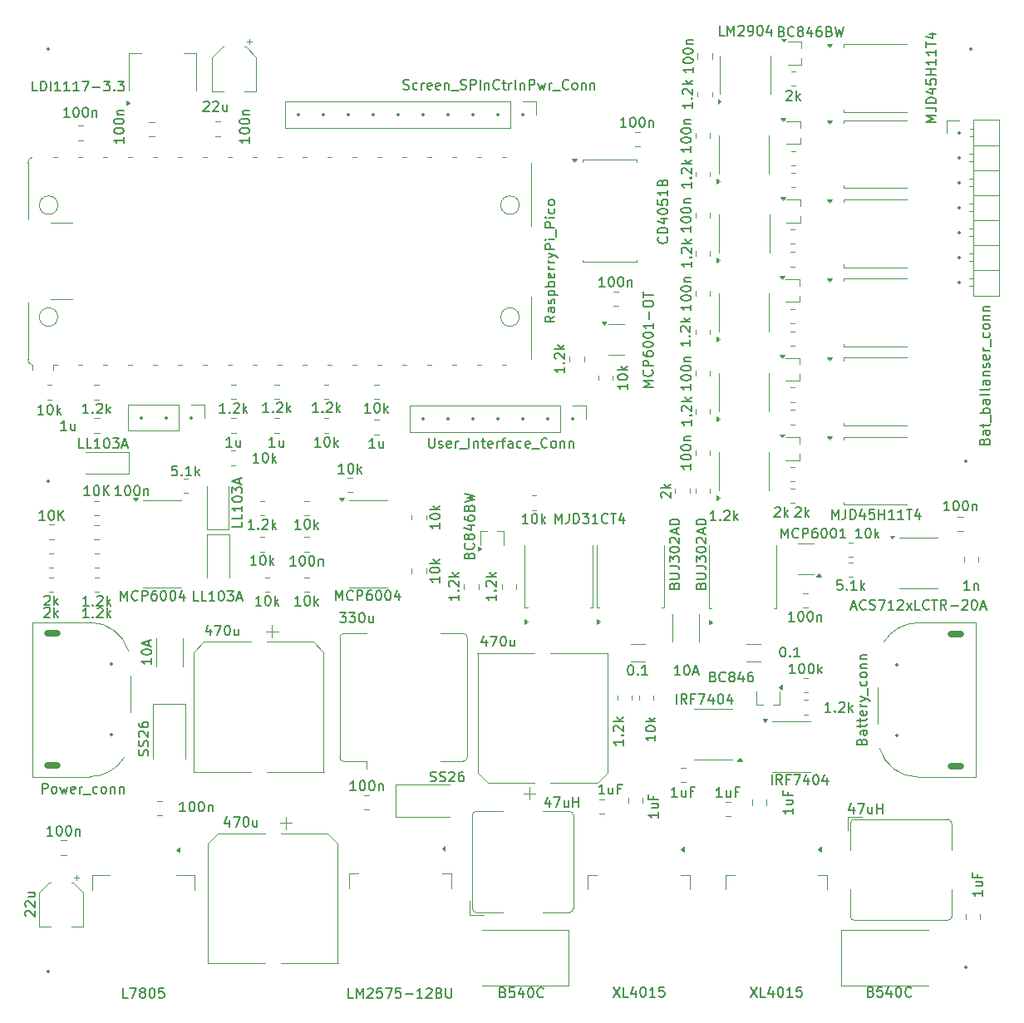
<source format=gto>
%TF.GenerationSoftware,KiCad,Pcbnew,8.0.1*%
%TF.CreationDate,2024-05-10T21:49:12+02:00*%
%TF.ProjectId,Charger,43686172-6765-4722-9e6b-696361645f70,rev?*%
%TF.SameCoordinates,Original*%
%TF.FileFunction,Legend,Top*%
%TF.FilePolarity,Positive*%
%FSLAX46Y46*%
G04 Gerber Fmt 4.6, Leading zero omitted, Abs format (unit mm)*
G04 Created by KiCad (PCBNEW 8.0.1) date 2024-05-10 21:49:12*
%MOMM*%
%LPD*%
G01*
G04 APERTURE LIST*
%ADD10C,0.150000*%
%ADD11C,0.120000*%
%ADD12C,0.350000*%
%ADD13O,1.700000X0.600000*%
G04 APERTURE END LIST*
D10*
X153557143Y-143454819D02*
X154223809Y-144454819D01*
X154223809Y-143454819D02*
X153557143Y-144454819D01*
X155080952Y-144454819D02*
X154604762Y-144454819D01*
X154604762Y-144454819D02*
X154604762Y-143454819D01*
X155842857Y-143788152D02*
X155842857Y-144454819D01*
X155604762Y-143407200D02*
X155366667Y-144121485D01*
X155366667Y-144121485D02*
X155985714Y-144121485D01*
X156557143Y-143454819D02*
X156652381Y-143454819D01*
X156652381Y-143454819D02*
X156747619Y-143502438D01*
X156747619Y-143502438D02*
X156795238Y-143550057D01*
X156795238Y-143550057D02*
X156842857Y-143645295D01*
X156842857Y-143645295D02*
X156890476Y-143835771D01*
X156890476Y-143835771D02*
X156890476Y-144073866D01*
X156890476Y-144073866D02*
X156842857Y-144264342D01*
X156842857Y-144264342D02*
X156795238Y-144359580D01*
X156795238Y-144359580D02*
X156747619Y-144407200D01*
X156747619Y-144407200D02*
X156652381Y-144454819D01*
X156652381Y-144454819D02*
X156557143Y-144454819D01*
X156557143Y-144454819D02*
X156461905Y-144407200D01*
X156461905Y-144407200D02*
X156414286Y-144359580D01*
X156414286Y-144359580D02*
X156366667Y-144264342D01*
X156366667Y-144264342D02*
X156319048Y-144073866D01*
X156319048Y-144073866D02*
X156319048Y-143835771D01*
X156319048Y-143835771D02*
X156366667Y-143645295D01*
X156366667Y-143645295D02*
X156414286Y-143550057D01*
X156414286Y-143550057D02*
X156461905Y-143502438D01*
X156461905Y-143502438D02*
X156557143Y-143454819D01*
X157842857Y-144454819D02*
X157271429Y-144454819D01*
X157557143Y-144454819D02*
X157557143Y-143454819D01*
X157557143Y-143454819D02*
X157461905Y-143597676D01*
X157461905Y-143597676D02*
X157366667Y-143692914D01*
X157366667Y-143692914D02*
X157271429Y-143740533D01*
X158747619Y-143454819D02*
X158271429Y-143454819D01*
X158271429Y-143454819D02*
X158223810Y-143931009D01*
X158223810Y-143931009D02*
X158271429Y-143883390D01*
X158271429Y-143883390D02*
X158366667Y-143835771D01*
X158366667Y-143835771D02*
X158604762Y-143835771D01*
X158604762Y-143835771D02*
X158700000Y-143883390D01*
X158700000Y-143883390D02*
X158747619Y-143931009D01*
X158747619Y-143931009D02*
X158795238Y-144026247D01*
X158795238Y-144026247D02*
X158795238Y-144264342D01*
X158795238Y-144264342D02*
X158747619Y-144359580D01*
X158747619Y-144359580D02*
X158700000Y-144407200D01*
X158700000Y-144407200D02*
X158604762Y-144454819D01*
X158604762Y-144454819D02*
X158366667Y-144454819D01*
X158366667Y-144454819D02*
X158271429Y-144407200D01*
X158271429Y-144407200D02*
X158223810Y-144359580D01*
X129295833Y-88534819D02*
X128724405Y-88534819D01*
X129010119Y-88534819D02*
X129010119Y-87534819D01*
X129010119Y-87534819D02*
X128914881Y-87677676D01*
X128914881Y-87677676D02*
X128819643Y-87772914D01*
X128819643Y-87772914D02*
X128724405Y-87820533D01*
X130152976Y-87868152D02*
X130152976Y-88534819D01*
X129724405Y-87868152D02*
X129724405Y-88391961D01*
X129724405Y-88391961D02*
X129772024Y-88487200D01*
X129772024Y-88487200D02*
X129867262Y-88534819D01*
X129867262Y-88534819D02*
X130010119Y-88534819D01*
X130010119Y-88534819D02*
X130105357Y-88487200D01*
X130105357Y-88487200D02*
X130152976Y-88439580D01*
X123516666Y-84904819D02*
X122945238Y-84904819D01*
X123230952Y-84904819D02*
X123230952Y-83904819D01*
X123230952Y-83904819D02*
X123135714Y-84047676D01*
X123135714Y-84047676D02*
X123040476Y-84142914D01*
X123040476Y-84142914D02*
X122945238Y-84190533D01*
X123945238Y-84809580D02*
X123992857Y-84857200D01*
X123992857Y-84857200D02*
X123945238Y-84904819D01*
X123945238Y-84904819D02*
X123897619Y-84857200D01*
X123897619Y-84857200D02*
X123945238Y-84809580D01*
X123945238Y-84809580D02*
X123945238Y-84904819D01*
X124373809Y-84000057D02*
X124421428Y-83952438D01*
X124421428Y-83952438D02*
X124516666Y-83904819D01*
X124516666Y-83904819D02*
X124754761Y-83904819D01*
X124754761Y-83904819D02*
X124849999Y-83952438D01*
X124849999Y-83952438D02*
X124897618Y-84000057D01*
X124897618Y-84000057D02*
X124945237Y-84095295D01*
X124945237Y-84095295D02*
X124945237Y-84190533D01*
X124945237Y-84190533D02*
X124897618Y-84333390D01*
X124897618Y-84333390D02*
X124326190Y-84904819D01*
X124326190Y-84904819D02*
X124945237Y-84904819D01*
X125373809Y-84904819D02*
X125373809Y-83904819D01*
X125469047Y-84523866D02*
X125754761Y-84904819D01*
X125754761Y-84238152D02*
X125373809Y-84619104D01*
X144879761Y-96229819D02*
X144308333Y-96229819D01*
X144594047Y-96229819D02*
X144594047Y-95229819D01*
X144594047Y-95229819D02*
X144498809Y-95372676D01*
X144498809Y-95372676D02*
X144403571Y-95467914D01*
X144403571Y-95467914D02*
X144308333Y-95515533D01*
X145498809Y-95229819D02*
X145594047Y-95229819D01*
X145594047Y-95229819D02*
X145689285Y-95277438D01*
X145689285Y-95277438D02*
X145736904Y-95325057D01*
X145736904Y-95325057D02*
X145784523Y-95420295D01*
X145784523Y-95420295D02*
X145832142Y-95610771D01*
X145832142Y-95610771D02*
X145832142Y-95848866D01*
X145832142Y-95848866D02*
X145784523Y-96039342D01*
X145784523Y-96039342D02*
X145736904Y-96134580D01*
X145736904Y-96134580D02*
X145689285Y-96182200D01*
X145689285Y-96182200D02*
X145594047Y-96229819D01*
X145594047Y-96229819D02*
X145498809Y-96229819D01*
X145498809Y-96229819D02*
X145403571Y-96182200D01*
X145403571Y-96182200D02*
X145355952Y-96134580D01*
X145355952Y-96134580D02*
X145308333Y-96039342D01*
X145308333Y-96039342D02*
X145260714Y-95848866D01*
X145260714Y-95848866D02*
X145260714Y-95610771D01*
X145260714Y-95610771D02*
X145308333Y-95420295D01*
X145308333Y-95420295D02*
X145355952Y-95325057D01*
X145355952Y-95325057D02*
X145403571Y-95277438D01*
X145403571Y-95277438D02*
X145498809Y-95229819D01*
X146260714Y-96229819D02*
X146260714Y-95229819D01*
X146355952Y-95848866D02*
X146641666Y-96229819D01*
X146641666Y-95563152D02*
X146260714Y-95944104D01*
X172005952Y-106184819D02*
X171434524Y-106184819D01*
X171720238Y-106184819D02*
X171720238Y-105184819D01*
X171720238Y-105184819D02*
X171625000Y-105327676D01*
X171625000Y-105327676D02*
X171529762Y-105422914D01*
X171529762Y-105422914D02*
X171434524Y-105470533D01*
X172625000Y-105184819D02*
X172720238Y-105184819D01*
X172720238Y-105184819D02*
X172815476Y-105232438D01*
X172815476Y-105232438D02*
X172863095Y-105280057D01*
X172863095Y-105280057D02*
X172910714Y-105375295D01*
X172910714Y-105375295D02*
X172958333Y-105565771D01*
X172958333Y-105565771D02*
X172958333Y-105803866D01*
X172958333Y-105803866D02*
X172910714Y-105994342D01*
X172910714Y-105994342D02*
X172863095Y-106089580D01*
X172863095Y-106089580D02*
X172815476Y-106137200D01*
X172815476Y-106137200D02*
X172720238Y-106184819D01*
X172720238Y-106184819D02*
X172625000Y-106184819D01*
X172625000Y-106184819D02*
X172529762Y-106137200D01*
X172529762Y-106137200D02*
X172482143Y-106089580D01*
X172482143Y-106089580D02*
X172434524Y-105994342D01*
X172434524Y-105994342D02*
X172386905Y-105803866D01*
X172386905Y-105803866D02*
X172386905Y-105565771D01*
X172386905Y-105565771D02*
X172434524Y-105375295D01*
X172434524Y-105375295D02*
X172482143Y-105280057D01*
X172482143Y-105280057D02*
X172529762Y-105232438D01*
X172529762Y-105232438D02*
X172625000Y-105184819D01*
X173577381Y-105184819D02*
X173672619Y-105184819D01*
X173672619Y-105184819D02*
X173767857Y-105232438D01*
X173767857Y-105232438D02*
X173815476Y-105280057D01*
X173815476Y-105280057D02*
X173863095Y-105375295D01*
X173863095Y-105375295D02*
X173910714Y-105565771D01*
X173910714Y-105565771D02*
X173910714Y-105803866D01*
X173910714Y-105803866D02*
X173863095Y-105994342D01*
X173863095Y-105994342D02*
X173815476Y-106089580D01*
X173815476Y-106089580D02*
X173767857Y-106137200D01*
X173767857Y-106137200D02*
X173672619Y-106184819D01*
X173672619Y-106184819D02*
X173577381Y-106184819D01*
X173577381Y-106184819D02*
X173482143Y-106137200D01*
X173482143Y-106137200D02*
X173434524Y-106089580D01*
X173434524Y-106089580D02*
X173386905Y-105994342D01*
X173386905Y-105994342D02*
X173339286Y-105803866D01*
X173339286Y-105803866D02*
X173339286Y-105565771D01*
X173339286Y-105565771D02*
X173386905Y-105375295D01*
X173386905Y-105375295D02*
X173434524Y-105280057D01*
X173434524Y-105280057D02*
X173482143Y-105232438D01*
X173482143Y-105232438D02*
X173577381Y-105184819D01*
X174339286Y-105518152D02*
X174339286Y-106184819D01*
X174339286Y-105613390D02*
X174386905Y-105565771D01*
X174386905Y-105565771D02*
X174482143Y-105518152D01*
X174482143Y-105518152D02*
X174625000Y-105518152D01*
X174625000Y-105518152D02*
X174720238Y-105565771D01*
X174720238Y-105565771D02*
X174767857Y-105661009D01*
X174767857Y-105661009D02*
X174767857Y-106184819D01*
X161504819Y-85633333D02*
X161504819Y-86204761D01*
X161504819Y-85919047D02*
X160504819Y-85919047D01*
X160504819Y-85919047D02*
X160647676Y-86014285D01*
X160647676Y-86014285D02*
X160742914Y-86109523D01*
X160742914Y-86109523D02*
X160790533Y-86204761D01*
X161409580Y-85204761D02*
X161457200Y-85157142D01*
X161457200Y-85157142D02*
X161504819Y-85204761D01*
X161504819Y-85204761D02*
X161457200Y-85252380D01*
X161457200Y-85252380D02*
X161409580Y-85204761D01*
X161409580Y-85204761D02*
X161504819Y-85204761D01*
X160600057Y-84776190D02*
X160552438Y-84728571D01*
X160552438Y-84728571D02*
X160504819Y-84633333D01*
X160504819Y-84633333D02*
X160504819Y-84395238D01*
X160504819Y-84395238D02*
X160552438Y-84300000D01*
X160552438Y-84300000D02*
X160600057Y-84252381D01*
X160600057Y-84252381D02*
X160695295Y-84204762D01*
X160695295Y-84204762D02*
X160790533Y-84204762D01*
X160790533Y-84204762D02*
X160933390Y-84252381D01*
X160933390Y-84252381D02*
X161504819Y-84823809D01*
X161504819Y-84823809D02*
X161504819Y-84204762D01*
X161504819Y-83776190D02*
X160504819Y-83776190D01*
X161123866Y-83680952D02*
X161504819Y-83395238D01*
X160838152Y-83395238D02*
X161219104Y-83776190D01*
X117204761Y-100454819D02*
X116633333Y-100454819D01*
X116919047Y-100454819D02*
X116919047Y-99454819D01*
X116919047Y-99454819D02*
X116823809Y-99597676D01*
X116823809Y-99597676D02*
X116728571Y-99692914D01*
X116728571Y-99692914D02*
X116633333Y-99740533D01*
X117823809Y-99454819D02*
X117919047Y-99454819D01*
X117919047Y-99454819D02*
X118014285Y-99502438D01*
X118014285Y-99502438D02*
X118061904Y-99550057D01*
X118061904Y-99550057D02*
X118109523Y-99645295D01*
X118109523Y-99645295D02*
X118157142Y-99835771D01*
X118157142Y-99835771D02*
X118157142Y-100073866D01*
X118157142Y-100073866D02*
X118109523Y-100264342D01*
X118109523Y-100264342D02*
X118061904Y-100359580D01*
X118061904Y-100359580D02*
X118014285Y-100407200D01*
X118014285Y-100407200D02*
X117919047Y-100454819D01*
X117919047Y-100454819D02*
X117823809Y-100454819D01*
X117823809Y-100454819D02*
X117728571Y-100407200D01*
X117728571Y-100407200D02*
X117680952Y-100359580D01*
X117680952Y-100359580D02*
X117633333Y-100264342D01*
X117633333Y-100264342D02*
X117585714Y-100073866D01*
X117585714Y-100073866D02*
X117585714Y-99835771D01*
X117585714Y-99835771D02*
X117633333Y-99645295D01*
X117633333Y-99645295D02*
X117680952Y-99550057D01*
X117680952Y-99550057D02*
X117728571Y-99502438D01*
X117728571Y-99502438D02*
X117823809Y-99454819D01*
X118585714Y-100454819D02*
X118585714Y-99454819D01*
X118680952Y-100073866D02*
X118966666Y-100454819D01*
X118966666Y-99788152D02*
X118585714Y-100169104D01*
X177816666Y-104719104D02*
X178292856Y-104719104D01*
X177721428Y-105004819D02*
X178054761Y-104004819D01*
X178054761Y-104004819D02*
X178388094Y-105004819D01*
X179292856Y-104909580D02*
X179245237Y-104957200D01*
X179245237Y-104957200D02*
X179102380Y-105004819D01*
X179102380Y-105004819D02*
X179007142Y-105004819D01*
X179007142Y-105004819D02*
X178864285Y-104957200D01*
X178864285Y-104957200D02*
X178769047Y-104861961D01*
X178769047Y-104861961D02*
X178721428Y-104766723D01*
X178721428Y-104766723D02*
X178673809Y-104576247D01*
X178673809Y-104576247D02*
X178673809Y-104433390D01*
X178673809Y-104433390D02*
X178721428Y-104242914D01*
X178721428Y-104242914D02*
X178769047Y-104147676D01*
X178769047Y-104147676D02*
X178864285Y-104052438D01*
X178864285Y-104052438D02*
X179007142Y-104004819D01*
X179007142Y-104004819D02*
X179102380Y-104004819D01*
X179102380Y-104004819D02*
X179245237Y-104052438D01*
X179245237Y-104052438D02*
X179292856Y-104100057D01*
X179673809Y-104957200D02*
X179816666Y-105004819D01*
X179816666Y-105004819D02*
X180054761Y-105004819D01*
X180054761Y-105004819D02*
X180149999Y-104957200D01*
X180149999Y-104957200D02*
X180197618Y-104909580D01*
X180197618Y-104909580D02*
X180245237Y-104814342D01*
X180245237Y-104814342D02*
X180245237Y-104719104D01*
X180245237Y-104719104D02*
X180197618Y-104623866D01*
X180197618Y-104623866D02*
X180149999Y-104576247D01*
X180149999Y-104576247D02*
X180054761Y-104528628D01*
X180054761Y-104528628D02*
X179864285Y-104481009D01*
X179864285Y-104481009D02*
X179769047Y-104433390D01*
X179769047Y-104433390D02*
X179721428Y-104385771D01*
X179721428Y-104385771D02*
X179673809Y-104290533D01*
X179673809Y-104290533D02*
X179673809Y-104195295D01*
X179673809Y-104195295D02*
X179721428Y-104100057D01*
X179721428Y-104100057D02*
X179769047Y-104052438D01*
X179769047Y-104052438D02*
X179864285Y-104004819D01*
X179864285Y-104004819D02*
X180102380Y-104004819D01*
X180102380Y-104004819D02*
X180245237Y-104052438D01*
X180578571Y-104004819D02*
X181245237Y-104004819D01*
X181245237Y-104004819D02*
X180816666Y-105004819D01*
X182149999Y-105004819D02*
X181578571Y-105004819D01*
X181864285Y-105004819D02*
X181864285Y-104004819D01*
X181864285Y-104004819D02*
X181769047Y-104147676D01*
X181769047Y-104147676D02*
X181673809Y-104242914D01*
X181673809Y-104242914D02*
X181578571Y-104290533D01*
X182530952Y-104100057D02*
X182578571Y-104052438D01*
X182578571Y-104052438D02*
X182673809Y-104004819D01*
X182673809Y-104004819D02*
X182911904Y-104004819D01*
X182911904Y-104004819D02*
X183007142Y-104052438D01*
X183007142Y-104052438D02*
X183054761Y-104100057D01*
X183054761Y-104100057D02*
X183102380Y-104195295D01*
X183102380Y-104195295D02*
X183102380Y-104290533D01*
X183102380Y-104290533D02*
X183054761Y-104433390D01*
X183054761Y-104433390D02*
X182483333Y-105004819D01*
X182483333Y-105004819D02*
X183102380Y-105004819D01*
X183435714Y-105004819D02*
X183959523Y-104338152D01*
X183435714Y-104338152D02*
X183959523Y-105004819D01*
X184816666Y-105004819D02*
X184340476Y-105004819D01*
X184340476Y-105004819D02*
X184340476Y-104004819D01*
X185721428Y-104909580D02*
X185673809Y-104957200D01*
X185673809Y-104957200D02*
X185530952Y-105004819D01*
X185530952Y-105004819D02*
X185435714Y-105004819D01*
X185435714Y-105004819D02*
X185292857Y-104957200D01*
X185292857Y-104957200D02*
X185197619Y-104861961D01*
X185197619Y-104861961D02*
X185150000Y-104766723D01*
X185150000Y-104766723D02*
X185102381Y-104576247D01*
X185102381Y-104576247D02*
X185102381Y-104433390D01*
X185102381Y-104433390D02*
X185150000Y-104242914D01*
X185150000Y-104242914D02*
X185197619Y-104147676D01*
X185197619Y-104147676D02*
X185292857Y-104052438D01*
X185292857Y-104052438D02*
X185435714Y-104004819D01*
X185435714Y-104004819D02*
X185530952Y-104004819D01*
X185530952Y-104004819D02*
X185673809Y-104052438D01*
X185673809Y-104052438D02*
X185721428Y-104100057D01*
X186007143Y-104004819D02*
X186578571Y-104004819D01*
X186292857Y-105004819D02*
X186292857Y-104004819D01*
X187483333Y-105004819D02*
X187150000Y-104528628D01*
X186911905Y-105004819D02*
X186911905Y-104004819D01*
X186911905Y-104004819D02*
X187292857Y-104004819D01*
X187292857Y-104004819D02*
X187388095Y-104052438D01*
X187388095Y-104052438D02*
X187435714Y-104100057D01*
X187435714Y-104100057D02*
X187483333Y-104195295D01*
X187483333Y-104195295D02*
X187483333Y-104338152D01*
X187483333Y-104338152D02*
X187435714Y-104433390D01*
X187435714Y-104433390D02*
X187388095Y-104481009D01*
X187388095Y-104481009D02*
X187292857Y-104528628D01*
X187292857Y-104528628D02*
X186911905Y-104528628D01*
X187911905Y-104623866D02*
X188673810Y-104623866D01*
X189102381Y-104100057D02*
X189150000Y-104052438D01*
X189150000Y-104052438D02*
X189245238Y-104004819D01*
X189245238Y-104004819D02*
X189483333Y-104004819D01*
X189483333Y-104004819D02*
X189578571Y-104052438D01*
X189578571Y-104052438D02*
X189626190Y-104100057D01*
X189626190Y-104100057D02*
X189673809Y-104195295D01*
X189673809Y-104195295D02*
X189673809Y-104290533D01*
X189673809Y-104290533D02*
X189626190Y-104433390D01*
X189626190Y-104433390D02*
X189054762Y-105004819D01*
X189054762Y-105004819D02*
X189673809Y-105004819D01*
X190292857Y-104004819D02*
X190388095Y-104004819D01*
X190388095Y-104004819D02*
X190483333Y-104052438D01*
X190483333Y-104052438D02*
X190530952Y-104100057D01*
X190530952Y-104100057D02*
X190578571Y-104195295D01*
X190578571Y-104195295D02*
X190626190Y-104385771D01*
X190626190Y-104385771D02*
X190626190Y-104623866D01*
X190626190Y-104623866D02*
X190578571Y-104814342D01*
X190578571Y-104814342D02*
X190530952Y-104909580D01*
X190530952Y-104909580D02*
X190483333Y-104957200D01*
X190483333Y-104957200D02*
X190388095Y-105004819D01*
X190388095Y-105004819D02*
X190292857Y-105004819D01*
X190292857Y-105004819D02*
X190197619Y-104957200D01*
X190197619Y-104957200D02*
X190150000Y-104909580D01*
X190150000Y-104909580D02*
X190102381Y-104814342D01*
X190102381Y-104814342D02*
X190054762Y-104623866D01*
X190054762Y-104623866D02*
X190054762Y-104385771D01*
X190054762Y-104385771D02*
X190102381Y-104195295D01*
X190102381Y-104195295D02*
X190150000Y-104100057D01*
X190150000Y-104100057D02*
X190197619Y-104052438D01*
X190197619Y-104052438D02*
X190292857Y-104004819D01*
X191007143Y-104719104D02*
X191483333Y-104719104D01*
X190911905Y-105004819D02*
X191245238Y-104004819D01*
X191245238Y-104004819D02*
X191578571Y-105004819D01*
X164883333Y-46504819D02*
X164407143Y-46504819D01*
X164407143Y-46504819D02*
X164407143Y-45504819D01*
X165216667Y-46504819D02*
X165216667Y-45504819D01*
X165216667Y-45504819D02*
X165550000Y-46219104D01*
X165550000Y-46219104D02*
X165883333Y-45504819D01*
X165883333Y-45504819D02*
X165883333Y-46504819D01*
X166311905Y-45600057D02*
X166359524Y-45552438D01*
X166359524Y-45552438D02*
X166454762Y-45504819D01*
X166454762Y-45504819D02*
X166692857Y-45504819D01*
X166692857Y-45504819D02*
X166788095Y-45552438D01*
X166788095Y-45552438D02*
X166835714Y-45600057D01*
X166835714Y-45600057D02*
X166883333Y-45695295D01*
X166883333Y-45695295D02*
X166883333Y-45790533D01*
X166883333Y-45790533D02*
X166835714Y-45933390D01*
X166835714Y-45933390D02*
X166264286Y-46504819D01*
X166264286Y-46504819D02*
X166883333Y-46504819D01*
X167359524Y-46504819D02*
X167550000Y-46504819D01*
X167550000Y-46504819D02*
X167645238Y-46457200D01*
X167645238Y-46457200D02*
X167692857Y-46409580D01*
X167692857Y-46409580D02*
X167788095Y-46266723D01*
X167788095Y-46266723D02*
X167835714Y-46076247D01*
X167835714Y-46076247D02*
X167835714Y-45695295D01*
X167835714Y-45695295D02*
X167788095Y-45600057D01*
X167788095Y-45600057D02*
X167740476Y-45552438D01*
X167740476Y-45552438D02*
X167645238Y-45504819D01*
X167645238Y-45504819D02*
X167454762Y-45504819D01*
X167454762Y-45504819D02*
X167359524Y-45552438D01*
X167359524Y-45552438D02*
X167311905Y-45600057D01*
X167311905Y-45600057D02*
X167264286Y-45695295D01*
X167264286Y-45695295D02*
X167264286Y-45933390D01*
X167264286Y-45933390D02*
X167311905Y-46028628D01*
X167311905Y-46028628D02*
X167359524Y-46076247D01*
X167359524Y-46076247D02*
X167454762Y-46123866D01*
X167454762Y-46123866D02*
X167645238Y-46123866D01*
X167645238Y-46123866D02*
X167740476Y-46076247D01*
X167740476Y-46076247D02*
X167788095Y-46028628D01*
X167788095Y-46028628D02*
X167835714Y-45933390D01*
X168454762Y-45504819D02*
X168550000Y-45504819D01*
X168550000Y-45504819D02*
X168645238Y-45552438D01*
X168645238Y-45552438D02*
X168692857Y-45600057D01*
X168692857Y-45600057D02*
X168740476Y-45695295D01*
X168740476Y-45695295D02*
X168788095Y-45885771D01*
X168788095Y-45885771D02*
X168788095Y-46123866D01*
X168788095Y-46123866D02*
X168740476Y-46314342D01*
X168740476Y-46314342D02*
X168692857Y-46409580D01*
X168692857Y-46409580D02*
X168645238Y-46457200D01*
X168645238Y-46457200D02*
X168550000Y-46504819D01*
X168550000Y-46504819D02*
X168454762Y-46504819D01*
X168454762Y-46504819D02*
X168359524Y-46457200D01*
X168359524Y-46457200D02*
X168311905Y-46409580D01*
X168311905Y-46409580D02*
X168264286Y-46314342D01*
X168264286Y-46314342D02*
X168216667Y-46123866D01*
X168216667Y-46123866D02*
X168216667Y-45885771D01*
X168216667Y-45885771D02*
X168264286Y-45695295D01*
X168264286Y-45695295D02*
X168311905Y-45600057D01*
X168311905Y-45600057D02*
X168359524Y-45552438D01*
X168359524Y-45552438D02*
X168454762Y-45504819D01*
X169645238Y-45838152D02*
X169645238Y-46504819D01*
X169407143Y-45457200D02*
X169169048Y-46171485D01*
X169169048Y-46171485D02*
X169788095Y-46171485D01*
X104104761Y-144554819D02*
X103628571Y-144554819D01*
X103628571Y-144554819D02*
X103628571Y-143554819D01*
X104342857Y-143554819D02*
X105009523Y-143554819D01*
X105009523Y-143554819D02*
X104580952Y-144554819D01*
X105533333Y-143983390D02*
X105438095Y-143935771D01*
X105438095Y-143935771D02*
X105390476Y-143888152D01*
X105390476Y-143888152D02*
X105342857Y-143792914D01*
X105342857Y-143792914D02*
X105342857Y-143745295D01*
X105342857Y-143745295D02*
X105390476Y-143650057D01*
X105390476Y-143650057D02*
X105438095Y-143602438D01*
X105438095Y-143602438D02*
X105533333Y-143554819D01*
X105533333Y-143554819D02*
X105723809Y-143554819D01*
X105723809Y-143554819D02*
X105819047Y-143602438D01*
X105819047Y-143602438D02*
X105866666Y-143650057D01*
X105866666Y-143650057D02*
X105914285Y-143745295D01*
X105914285Y-143745295D02*
X105914285Y-143792914D01*
X105914285Y-143792914D02*
X105866666Y-143888152D01*
X105866666Y-143888152D02*
X105819047Y-143935771D01*
X105819047Y-143935771D02*
X105723809Y-143983390D01*
X105723809Y-143983390D02*
X105533333Y-143983390D01*
X105533333Y-143983390D02*
X105438095Y-144031009D01*
X105438095Y-144031009D02*
X105390476Y-144078628D01*
X105390476Y-144078628D02*
X105342857Y-144173866D01*
X105342857Y-144173866D02*
X105342857Y-144364342D01*
X105342857Y-144364342D02*
X105390476Y-144459580D01*
X105390476Y-144459580D02*
X105438095Y-144507200D01*
X105438095Y-144507200D02*
X105533333Y-144554819D01*
X105533333Y-144554819D02*
X105723809Y-144554819D01*
X105723809Y-144554819D02*
X105819047Y-144507200D01*
X105819047Y-144507200D02*
X105866666Y-144459580D01*
X105866666Y-144459580D02*
X105914285Y-144364342D01*
X105914285Y-144364342D02*
X105914285Y-144173866D01*
X105914285Y-144173866D02*
X105866666Y-144078628D01*
X105866666Y-144078628D02*
X105819047Y-144031009D01*
X105819047Y-144031009D02*
X105723809Y-143983390D01*
X106533333Y-143554819D02*
X106628571Y-143554819D01*
X106628571Y-143554819D02*
X106723809Y-143602438D01*
X106723809Y-143602438D02*
X106771428Y-143650057D01*
X106771428Y-143650057D02*
X106819047Y-143745295D01*
X106819047Y-143745295D02*
X106866666Y-143935771D01*
X106866666Y-143935771D02*
X106866666Y-144173866D01*
X106866666Y-144173866D02*
X106819047Y-144364342D01*
X106819047Y-144364342D02*
X106771428Y-144459580D01*
X106771428Y-144459580D02*
X106723809Y-144507200D01*
X106723809Y-144507200D02*
X106628571Y-144554819D01*
X106628571Y-144554819D02*
X106533333Y-144554819D01*
X106533333Y-144554819D02*
X106438095Y-144507200D01*
X106438095Y-144507200D02*
X106390476Y-144459580D01*
X106390476Y-144459580D02*
X106342857Y-144364342D01*
X106342857Y-144364342D02*
X106295238Y-144173866D01*
X106295238Y-144173866D02*
X106295238Y-143935771D01*
X106295238Y-143935771D02*
X106342857Y-143745295D01*
X106342857Y-143745295D02*
X106390476Y-143650057D01*
X106390476Y-143650057D02*
X106438095Y-143602438D01*
X106438095Y-143602438D02*
X106533333Y-143554819D01*
X107771428Y-143554819D02*
X107295238Y-143554819D01*
X107295238Y-143554819D02*
X107247619Y-144031009D01*
X107247619Y-144031009D02*
X107295238Y-143983390D01*
X107295238Y-143983390D02*
X107390476Y-143935771D01*
X107390476Y-143935771D02*
X107628571Y-143935771D01*
X107628571Y-143935771D02*
X107723809Y-143983390D01*
X107723809Y-143983390D02*
X107771428Y-144031009D01*
X107771428Y-144031009D02*
X107819047Y-144126247D01*
X107819047Y-144126247D02*
X107819047Y-144364342D01*
X107819047Y-144364342D02*
X107771428Y-144459580D01*
X107771428Y-144459580D02*
X107723809Y-144507200D01*
X107723809Y-144507200D02*
X107628571Y-144554819D01*
X107628571Y-144554819D02*
X107390476Y-144554819D01*
X107390476Y-144554819D02*
X107295238Y-144507200D01*
X107295238Y-144507200D02*
X107247619Y-144459580D01*
X178881009Y-118438096D02*
X178928628Y-118295239D01*
X178928628Y-118295239D02*
X178976247Y-118247620D01*
X178976247Y-118247620D02*
X179071485Y-118200001D01*
X179071485Y-118200001D02*
X179214342Y-118200001D01*
X179214342Y-118200001D02*
X179309580Y-118247620D01*
X179309580Y-118247620D02*
X179357200Y-118295239D01*
X179357200Y-118295239D02*
X179404819Y-118390477D01*
X179404819Y-118390477D02*
X179404819Y-118771429D01*
X179404819Y-118771429D02*
X178404819Y-118771429D01*
X178404819Y-118771429D02*
X178404819Y-118438096D01*
X178404819Y-118438096D02*
X178452438Y-118342858D01*
X178452438Y-118342858D02*
X178500057Y-118295239D01*
X178500057Y-118295239D02*
X178595295Y-118247620D01*
X178595295Y-118247620D02*
X178690533Y-118247620D01*
X178690533Y-118247620D02*
X178785771Y-118295239D01*
X178785771Y-118295239D02*
X178833390Y-118342858D01*
X178833390Y-118342858D02*
X178881009Y-118438096D01*
X178881009Y-118438096D02*
X178881009Y-118771429D01*
X179404819Y-117342858D02*
X178881009Y-117342858D01*
X178881009Y-117342858D02*
X178785771Y-117390477D01*
X178785771Y-117390477D02*
X178738152Y-117485715D01*
X178738152Y-117485715D02*
X178738152Y-117676191D01*
X178738152Y-117676191D02*
X178785771Y-117771429D01*
X179357200Y-117342858D02*
X179404819Y-117438096D01*
X179404819Y-117438096D02*
X179404819Y-117676191D01*
X179404819Y-117676191D02*
X179357200Y-117771429D01*
X179357200Y-117771429D02*
X179261961Y-117819048D01*
X179261961Y-117819048D02*
X179166723Y-117819048D01*
X179166723Y-117819048D02*
X179071485Y-117771429D01*
X179071485Y-117771429D02*
X179023866Y-117676191D01*
X179023866Y-117676191D02*
X179023866Y-117438096D01*
X179023866Y-117438096D02*
X178976247Y-117342858D01*
X178738152Y-117009524D02*
X178738152Y-116628572D01*
X178404819Y-116866667D02*
X179261961Y-116866667D01*
X179261961Y-116866667D02*
X179357200Y-116819048D01*
X179357200Y-116819048D02*
X179404819Y-116723810D01*
X179404819Y-116723810D02*
X179404819Y-116628572D01*
X178738152Y-116438095D02*
X178738152Y-116057143D01*
X178404819Y-116295238D02*
X179261961Y-116295238D01*
X179261961Y-116295238D02*
X179357200Y-116247619D01*
X179357200Y-116247619D02*
X179404819Y-116152381D01*
X179404819Y-116152381D02*
X179404819Y-116057143D01*
X179357200Y-115342857D02*
X179404819Y-115438095D01*
X179404819Y-115438095D02*
X179404819Y-115628571D01*
X179404819Y-115628571D02*
X179357200Y-115723809D01*
X179357200Y-115723809D02*
X179261961Y-115771428D01*
X179261961Y-115771428D02*
X178881009Y-115771428D01*
X178881009Y-115771428D02*
X178785771Y-115723809D01*
X178785771Y-115723809D02*
X178738152Y-115628571D01*
X178738152Y-115628571D02*
X178738152Y-115438095D01*
X178738152Y-115438095D02*
X178785771Y-115342857D01*
X178785771Y-115342857D02*
X178881009Y-115295238D01*
X178881009Y-115295238D02*
X178976247Y-115295238D01*
X178976247Y-115295238D02*
X179071485Y-115771428D01*
X179404819Y-114866666D02*
X178738152Y-114866666D01*
X178928628Y-114866666D02*
X178833390Y-114819047D01*
X178833390Y-114819047D02*
X178785771Y-114771428D01*
X178785771Y-114771428D02*
X178738152Y-114676190D01*
X178738152Y-114676190D02*
X178738152Y-114580952D01*
X178738152Y-114342856D02*
X179404819Y-114104761D01*
X178738152Y-113866666D02*
X179404819Y-114104761D01*
X179404819Y-114104761D02*
X179642914Y-114199999D01*
X179642914Y-114199999D02*
X179690533Y-114247618D01*
X179690533Y-114247618D02*
X179738152Y-114342856D01*
X179500057Y-113723809D02*
X179500057Y-112961904D01*
X179357200Y-112295237D02*
X179404819Y-112390475D01*
X179404819Y-112390475D02*
X179404819Y-112580951D01*
X179404819Y-112580951D02*
X179357200Y-112676189D01*
X179357200Y-112676189D02*
X179309580Y-112723808D01*
X179309580Y-112723808D02*
X179214342Y-112771427D01*
X179214342Y-112771427D02*
X178928628Y-112771427D01*
X178928628Y-112771427D02*
X178833390Y-112723808D01*
X178833390Y-112723808D02*
X178785771Y-112676189D01*
X178785771Y-112676189D02*
X178738152Y-112580951D01*
X178738152Y-112580951D02*
X178738152Y-112390475D01*
X178738152Y-112390475D02*
X178785771Y-112295237D01*
X179404819Y-111723808D02*
X179357200Y-111819046D01*
X179357200Y-111819046D02*
X179309580Y-111866665D01*
X179309580Y-111866665D02*
X179214342Y-111914284D01*
X179214342Y-111914284D02*
X178928628Y-111914284D01*
X178928628Y-111914284D02*
X178833390Y-111866665D01*
X178833390Y-111866665D02*
X178785771Y-111819046D01*
X178785771Y-111819046D02*
X178738152Y-111723808D01*
X178738152Y-111723808D02*
X178738152Y-111580951D01*
X178738152Y-111580951D02*
X178785771Y-111485713D01*
X178785771Y-111485713D02*
X178833390Y-111438094D01*
X178833390Y-111438094D02*
X178928628Y-111390475D01*
X178928628Y-111390475D02*
X179214342Y-111390475D01*
X179214342Y-111390475D02*
X179309580Y-111438094D01*
X179309580Y-111438094D02*
X179357200Y-111485713D01*
X179357200Y-111485713D02*
X179404819Y-111580951D01*
X179404819Y-111580951D02*
X179404819Y-111723808D01*
X178738152Y-110961903D02*
X179404819Y-110961903D01*
X178833390Y-110961903D02*
X178785771Y-110914284D01*
X178785771Y-110914284D02*
X178738152Y-110819046D01*
X178738152Y-110819046D02*
X178738152Y-110676189D01*
X178738152Y-110676189D02*
X178785771Y-110580951D01*
X178785771Y-110580951D02*
X178881009Y-110533332D01*
X178881009Y-110533332D02*
X179404819Y-110533332D01*
X178738152Y-110057141D02*
X179404819Y-110057141D01*
X178833390Y-110057141D02*
X178785771Y-110009522D01*
X178785771Y-110009522D02*
X178738152Y-109914284D01*
X178738152Y-109914284D02*
X178738152Y-109771427D01*
X178738152Y-109771427D02*
X178785771Y-109676189D01*
X178785771Y-109676189D02*
X178881009Y-109628570D01*
X178881009Y-109628570D02*
X179404819Y-109628570D01*
X189883333Y-103004819D02*
X189311905Y-103004819D01*
X189597619Y-103004819D02*
X189597619Y-102004819D01*
X189597619Y-102004819D02*
X189502381Y-102147676D01*
X189502381Y-102147676D02*
X189407143Y-102242914D01*
X189407143Y-102242914D02*
X189311905Y-102290533D01*
X190311905Y-102338152D02*
X190311905Y-103004819D01*
X190311905Y-102433390D02*
X190359524Y-102385771D01*
X190359524Y-102385771D02*
X190454762Y-102338152D01*
X190454762Y-102338152D02*
X190597619Y-102338152D01*
X190597619Y-102338152D02*
X190692857Y-102385771D01*
X190692857Y-102385771D02*
X190740476Y-102481009D01*
X190740476Y-102481009D02*
X190740476Y-103004819D01*
X161474819Y-82019047D02*
X161474819Y-82590475D01*
X161474819Y-82304761D02*
X160474819Y-82304761D01*
X160474819Y-82304761D02*
X160617676Y-82399999D01*
X160617676Y-82399999D02*
X160712914Y-82495237D01*
X160712914Y-82495237D02*
X160760533Y-82590475D01*
X160474819Y-81399999D02*
X160474819Y-81304761D01*
X160474819Y-81304761D02*
X160522438Y-81209523D01*
X160522438Y-81209523D02*
X160570057Y-81161904D01*
X160570057Y-81161904D02*
X160665295Y-81114285D01*
X160665295Y-81114285D02*
X160855771Y-81066666D01*
X160855771Y-81066666D02*
X161093866Y-81066666D01*
X161093866Y-81066666D02*
X161284342Y-81114285D01*
X161284342Y-81114285D02*
X161379580Y-81161904D01*
X161379580Y-81161904D02*
X161427200Y-81209523D01*
X161427200Y-81209523D02*
X161474819Y-81304761D01*
X161474819Y-81304761D02*
X161474819Y-81399999D01*
X161474819Y-81399999D02*
X161427200Y-81495237D01*
X161427200Y-81495237D02*
X161379580Y-81542856D01*
X161379580Y-81542856D02*
X161284342Y-81590475D01*
X161284342Y-81590475D02*
X161093866Y-81638094D01*
X161093866Y-81638094D02*
X160855771Y-81638094D01*
X160855771Y-81638094D02*
X160665295Y-81590475D01*
X160665295Y-81590475D02*
X160570057Y-81542856D01*
X160570057Y-81542856D02*
X160522438Y-81495237D01*
X160522438Y-81495237D02*
X160474819Y-81399999D01*
X160474819Y-80447618D02*
X160474819Y-80352380D01*
X160474819Y-80352380D02*
X160522438Y-80257142D01*
X160522438Y-80257142D02*
X160570057Y-80209523D01*
X160570057Y-80209523D02*
X160665295Y-80161904D01*
X160665295Y-80161904D02*
X160855771Y-80114285D01*
X160855771Y-80114285D02*
X161093866Y-80114285D01*
X161093866Y-80114285D02*
X161284342Y-80161904D01*
X161284342Y-80161904D02*
X161379580Y-80209523D01*
X161379580Y-80209523D02*
X161427200Y-80257142D01*
X161427200Y-80257142D02*
X161474819Y-80352380D01*
X161474819Y-80352380D02*
X161474819Y-80447618D01*
X161474819Y-80447618D02*
X161427200Y-80542856D01*
X161427200Y-80542856D02*
X161379580Y-80590475D01*
X161379580Y-80590475D02*
X161284342Y-80638094D01*
X161284342Y-80638094D02*
X161093866Y-80685713D01*
X161093866Y-80685713D02*
X160855771Y-80685713D01*
X160855771Y-80685713D02*
X160665295Y-80638094D01*
X160665295Y-80638094D02*
X160570057Y-80590475D01*
X160570057Y-80590475D02*
X160522438Y-80542856D01*
X160522438Y-80542856D02*
X160474819Y-80447618D01*
X160808152Y-79685713D02*
X161474819Y-79685713D01*
X160903390Y-79685713D02*
X160855771Y-79638094D01*
X160855771Y-79638094D02*
X160808152Y-79542856D01*
X160808152Y-79542856D02*
X160808152Y-79399999D01*
X160808152Y-79399999D02*
X160855771Y-79304761D01*
X160855771Y-79304761D02*
X160951009Y-79257142D01*
X160951009Y-79257142D02*
X161474819Y-79257142D01*
X128842261Y-84929819D02*
X128270833Y-84929819D01*
X128556547Y-84929819D02*
X128556547Y-83929819D01*
X128556547Y-83929819D02*
X128461309Y-84072676D01*
X128461309Y-84072676D02*
X128366071Y-84167914D01*
X128366071Y-84167914D02*
X128270833Y-84215533D01*
X129461309Y-83929819D02*
X129556547Y-83929819D01*
X129556547Y-83929819D02*
X129651785Y-83977438D01*
X129651785Y-83977438D02*
X129699404Y-84025057D01*
X129699404Y-84025057D02*
X129747023Y-84120295D01*
X129747023Y-84120295D02*
X129794642Y-84310771D01*
X129794642Y-84310771D02*
X129794642Y-84548866D01*
X129794642Y-84548866D02*
X129747023Y-84739342D01*
X129747023Y-84739342D02*
X129699404Y-84834580D01*
X129699404Y-84834580D02*
X129651785Y-84882200D01*
X129651785Y-84882200D02*
X129556547Y-84929819D01*
X129556547Y-84929819D02*
X129461309Y-84929819D01*
X129461309Y-84929819D02*
X129366071Y-84882200D01*
X129366071Y-84882200D02*
X129318452Y-84834580D01*
X129318452Y-84834580D02*
X129270833Y-84739342D01*
X129270833Y-84739342D02*
X129223214Y-84548866D01*
X129223214Y-84548866D02*
X129223214Y-84310771D01*
X129223214Y-84310771D02*
X129270833Y-84120295D01*
X129270833Y-84120295D02*
X129318452Y-84025057D01*
X129318452Y-84025057D02*
X129366071Y-83977438D01*
X129366071Y-83977438D02*
X129461309Y-83929819D01*
X130223214Y-84929819D02*
X130223214Y-83929819D01*
X130318452Y-84548866D02*
X130604166Y-84929819D01*
X130604166Y-84263152D02*
X130223214Y-84644104D01*
X121729761Y-104579819D02*
X121158333Y-104579819D01*
X121444047Y-104579819D02*
X121444047Y-103579819D01*
X121444047Y-103579819D02*
X121348809Y-103722676D01*
X121348809Y-103722676D02*
X121253571Y-103817914D01*
X121253571Y-103817914D02*
X121158333Y-103865533D01*
X122348809Y-103579819D02*
X122444047Y-103579819D01*
X122444047Y-103579819D02*
X122539285Y-103627438D01*
X122539285Y-103627438D02*
X122586904Y-103675057D01*
X122586904Y-103675057D02*
X122634523Y-103770295D01*
X122634523Y-103770295D02*
X122682142Y-103960771D01*
X122682142Y-103960771D02*
X122682142Y-104198866D01*
X122682142Y-104198866D02*
X122634523Y-104389342D01*
X122634523Y-104389342D02*
X122586904Y-104484580D01*
X122586904Y-104484580D02*
X122539285Y-104532200D01*
X122539285Y-104532200D02*
X122444047Y-104579819D01*
X122444047Y-104579819D02*
X122348809Y-104579819D01*
X122348809Y-104579819D02*
X122253571Y-104532200D01*
X122253571Y-104532200D02*
X122205952Y-104484580D01*
X122205952Y-104484580D02*
X122158333Y-104389342D01*
X122158333Y-104389342D02*
X122110714Y-104198866D01*
X122110714Y-104198866D02*
X122110714Y-103960771D01*
X122110714Y-103960771D02*
X122158333Y-103770295D01*
X122158333Y-103770295D02*
X122205952Y-103675057D01*
X122205952Y-103675057D02*
X122253571Y-103627438D01*
X122253571Y-103627438D02*
X122348809Y-103579819D01*
X123110714Y-104579819D02*
X123110714Y-103579819D01*
X123205952Y-104198866D02*
X123491666Y-104579819D01*
X123491666Y-103913152D02*
X123110714Y-104294104D01*
X109980952Y-125554819D02*
X109409524Y-125554819D01*
X109695238Y-125554819D02*
X109695238Y-124554819D01*
X109695238Y-124554819D02*
X109600000Y-124697676D01*
X109600000Y-124697676D02*
X109504762Y-124792914D01*
X109504762Y-124792914D02*
X109409524Y-124840533D01*
X110600000Y-124554819D02*
X110695238Y-124554819D01*
X110695238Y-124554819D02*
X110790476Y-124602438D01*
X110790476Y-124602438D02*
X110838095Y-124650057D01*
X110838095Y-124650057D02*
X110885714Y-124745295D01*
X110885714Y-124745295D02*
X110933333Y-124935771D01*
X110933333Y-124935771D02*
X110933333Y-125173866D01*
X110933333Y-125173866D02*
X110885714Y-125364342D01*
X110885714Y-125364342D02*
X110838095Y-125459580D01*
X110838095Y-125459580D02*
X110790476Y-125507200D01*
X110790476Y-125507200D02*
X110695238Y-125554819D01*
X110695238Y-125554819D02*
X110600000Y-125554819D01*
X110600000Y-125554819D02*
X110504762Y-125507200D01*
X110504762Y-125507200D02*
X110457143Y-125459580D01*
X110457143Y-125459580D02*
X110409524Y-125364342D01*
X110409524Y-125364342D02*
X110361905Y-125173866D01*
X110361905Y-125173866D02*
X110361905Y-124935771D01*
X110361905Y-124935771D02*
X110409524Y-124745295D01*
X110409524Y-124745295D02*
X110457143Y-124650057D01*
X110457143Y-124650057D02*
X110504762Y-124602438D01*
X110504762Y-124602438D02*
X110600000Y-124554819D01*
X111552381Y-124554819D02*
X111647619Y-124554819D01*
X111647619Y-124554819D02*
X111742857Y-124602438D01*
X111742857Y-124602438D02*
X111790476Y-124650057D01*
X111790476Y-124650057D02*
X111838095Y-124745295D01*
X111838095Y-124745295D02*
X111885714Y-124935771D01*
X111885714Y-124935771D02*
X111885714Y-125173866D01*
X111885714Y-125173866D02*
X111838095Y-125364342D01*
X111838095Y-125364342D02*
X111790476Y-125459580D01*
X111790476Y-125459580D02*
X111742857Y-125507200D01*
X111742857Y-125507200D02*
X111647619Y-125554819D01*
X111647619Y-125554819D02*
X111552381Y-125554819D01*
X111552381Y-125554819D02*
X111457143Y-125507200D01*
X111457143Y-125507200D02*
X111409524Y-125459580D01*
X111409524Y-125459580D02*
X111361905Y-125364342D01*
X111361905Y-125364342D02*
X111314286Y-125173866D01*
X111314286Y-125173866D02*
X111314286Y-124935771D01*
X111314286Y-124935771D02*
X111361905Y-124745295D01*
X111361905Y-124745295D02*
X111409524Y-124650057D01*
X111409524Y-124650057D02*
X111457143Y-124602438D01*
X111457143Y-124602438D02*
X111552381Y-124554819D01*
X112314286Y-124888152D02*
X112314286Y-125554819D01*
X112314286Y-124983390D02*
X112361905Y-124935771D01*
X112361905Y-124935771D02*
X112457143Y-124888152D01*
X112457143Y-124888152D02*
X112600000Y-124888152D01*
X112600000Y-124888152D02*
X112695238Y-124935771D01*
X112695238Y-124935771D02*
X112742857Y-125031009D01*
X112742857Y-125031009D02*
X112742857Y-125554819D01*
X137804819Y-103483333D02*
X137804819Y-104054761D01*
X137804819Y-103769047D02*
X136804819Y-103769047D01*
X136804819Y-103769047D02*
X136947676Y-103864285D01*
X136947676Y-103864285D02*
X137042914Y-103959523D01*
X137042914Y-103959523D02*
X137090533Y-104054761D01*
X137709580Y-103054761D02*
X137757200Y-103007142D01*
X137757200Y-103007142D02*
X137804819Y-103054761D01*
X137804819Y-103054761D02*
X137757200Y-103102380D01*
X137757200Y-103102380D02*
X137709580Y-103054761D01*
X137709580Y-103054761D02*
X137804819Y-103054761D01*
X136900057Y-102626190D02*
X136852438Y-102578571D01*
X136852438Y-102578571D02*
X136804819Y-102483333D01*
X136804819Y-102483333D02*
X136804819Y-102245238D01*
X136804819Y-102245238D02*
X136852438Y-102150000D01*
X136852438Y-102150000D02*
X136900057Y-102102381D01*
X136900057Y-102102381D02*
X136995295Y-102054762D01*
X136995295Y-102054762D02*
X137090533Y-102054762D01*
X137090533Y-102054762D02*
X137233390Y-102102381D01*
X137233390Y-102102381D02*
X137804819Y-102673809D01*
X137804819Y-102673809D02*
X137804819Y-102054762D01*
X137804819Y-101626190D02*
X136804819Y-101626190D01*
X137423866Y-101530952D02*
X137804819Y-101245238D01*
X137138152Y-101245238D02*
X137519104Y-101626190D01*
X164016666Y-95904819D02*
X163445238Y-95904819D01*
X163730952Y-95904819D02*
X163730952Y-94904819D01*
X163730952Y-94904819D02*
X163635714Y-95047676D01*
X163635714Y-95047676D02*
X163540476Y-95142914D01*
X163540476Y-95142914D02*
X163445238Y-95190533D01*
X164445238Y-95809580D02*
X164492857Y-95857200D01*
X164492857Y-95857200D02*
X164445238Y-95904819D01*
X164445238Y-95904819D02*
X164397619Y-95857200D01*
X164397619Y-95857200D02*
X164445238Y-95809580D01*
X164445238Y-95809580D02*
X164445238Y-95904819D01*
X164873809Y-95000057D02*
X164921428Y-94952438D01*
X164921428Y-94952438D02*
X165016666Y-94904819D01*
X165016666Y-94904819D02*
X165254761Y-94904819D01*
X165254761Y-94904819D02*
X165349999Y-94952438D01*
X165349999Y-94952438D02*
X165397618Y-95000057D01*
X165397618Y-95000057D02*
X165445237Y-95095295D01*
X165445237Y-95095295D02*
X165445237Y-95190533D01*
X165445237Y-95190533D02*
X165397618Y-95333390D01*
X165397618Y-95333390D02*
X164826190Y-95904819D01*
X164826190Y-95904819D02*
X165445237Y-95904819D01*
X165873809Y-95904819D02*
X165873809Y-94904819D01*
X165969047Y-95523866D02*
X166254761Y-95904819D01*
X166254761Y-95238152D02*
X165873809Y-95619104D01*
X106157200Y-119864285D02*
X106204819Y-119721428D01*
X106204819Y-119721428D02*
X106204819Y-119483333D01*
X106204819Y-119483333D02*
X106157200Y-119388095D01*
X106157200Y-119388095D02*
X106109580Y-119340476D01*
X106109580Y-119340476D02*
X106014342Y-119292857D01*
X106014342Y-119292857D02*
X105919104Y-119292857D01*
X105919104Y-119292857D02*
X105823866Y-119340476D01*
X105823866Y-119340476D02*
X105776247Y-119388095D01*
X105776247Y-119388095D02*
X105728628Y-119483333D01*
X105728628Y-119483333D02*
X105681009Y-119673809D01*
X105681009Y-119673809D02*
X105633390Y-119769047D01*
X105633390Y-119769047D02*
X105585771Y-119816666D01*
X105585771Y-119816666D02*
X105490533Y-119864285D01*
X105490533Y-119864285D02*
X105395295Y-119864285D01*
X105395295Y-119864285D02*
X105300057Y-119816666D01*
X105300057Y-119816666D02*
X105252438Y-119769047D01*
X105252438Y-119769047D02*
X105204819Y-119673809D01*
X105204819Y-119673809D02*
X105204819Y-119435714D01*
X105204819Y-119435714D02*
X105252438Y-119292857D01*
X106157200Y-118911904D02*
X106204819Y-118769047D01*
X106204819Y-118769047D02*
X106204819Y-118530952D01*
X106204819Y-118530952D02*
X106157200Y-118435714D01*
X106157200Y-118435714D02*
X106109580Y-118388095D01*
X106109580Y-118388095D02*
X106014342Y-118340476D01*
X106014342Y-118340476D02*
X105919104Y-118340476D01*
X105919104Y-118340476D02*
X105823866Y-118388095D01*
X105823866Y-118388095D02*
X105776247Y-118435714D01*
X105776247Y-118435714D02*
X105728628Y-118530952D01*
X105728628Y-118530952D02*
X105681009Y-118721428D01*
X105681009Y-118721428D02*
X105633390Y-118816666D01*
X105633390Y-118816666D02*
X105585771Y-118864285D01*
X105585771Y-118864285D02*
X105490533Y-118911904D01*
X105490533Y-118911904D02*
X105395295Y-118911904D01*
X105395295Y-118911904D02*
X105300057Y-118864285D01*
X105300057Y-118864285D02*
X105252438Y-118816666D01*
X105252438Y-118816666D02*
X105204819Y-118721428D01*
X105204819Y-118721428D02*
X105204819Y-118483333D01*
X105204819Y-118483333D02*
X105252438Y-118340476D01*
X105300057Y-117959523D02*
X105252438Y-117911904D01*
X105252438Y-117911904D02*
X105204819Y-117816666D01*
X105204819Y-117816666D02*
X105204819Y-117578571D01*
X105204819Y-117578571D02*
X105252438Y-117483333D01*
X105252438Y-117483333D02*
X105300057Y-117435714D01*
X105300057Y-117435714D02*
X105395295Y-117388095D01*
X105395295Y-117388095D02*
X105490533Y-117388095D01*
X105490533Y-117388095D02*
X105633390Y-117435714D01*
X105633390Y-117435714D02*
X106204819Y-118007142D01*
X106204819Y-118007142D02*
X106204819Y-117388095D01*
X105204819Y-116530952D02*
X105204819Y-116721428D01*
X105204819Y-116721428D02*
X105252438Y-116816666D01*
X105252438Y-116816666D02*
X105300057Y-116864285D01*
X105300057Y-116864285D02*
X105442914Y-116959523D01*
X105442914Y-116959523D02*
X105633390Y-117007142D01*
X105633390Y-117007142D02*
X106014342Y-117007142D01*
X106014342Y-117007142D02*
X106109580Y-116959523D01*
X106109580Y-116959523D02*
X106157200Y-116911904D01*
X106157200Y-116911904D02*
X106204819Y-116816666D01*
X106204819Y-116816666D02*
X106204819Y-116626190D01*
X106204819Y-116626190D02*
X106157200Y-116530952D01*
X106157200Y-116530952D02*
X106109580Y-116483333D01*
X106109580Y-116483333D02*
X106014342Y-116435714D01*
X106014342Y-116435714D02*
X105776247Y-116435714D01*
X105776247Y-116435714D02*
X105681009Y-116483333D01*
X105681009Y-116483333D02*
X105633390Y-116530952D01*
X105633390Y-116530952D02*
X105585771Y-116626190D01*
X105585771Y-116626190D02*
X105585771Y-116816666D01*
X105585771Y-116816666D02*
X105633390Y-116911904D01*
X105633390Y-116911904D02*
X105681009Y-116959523D01*
X105681009Y-116959523D02*
X105776247Y-117007142D01*
X99622618Y-88529819D02*
X99146428Y-88529819D01*
X99146428Y-88529819D02*
X99146428Y-87529819D01*
X100432142Y-88529819D02*
X99955952Y-88529819D01*
X99955952Y-88529819D02*
X99955952Y-87529819D01*
X101289285Y-88529819D02*
X100717857Y-88529819D01*
X101003571Y-88529819D02*
X101003571Y-87529819D01*
X101003571Y-87529819D02*
X100908333Y-87672676D01*
X100908333Y-87672676D02*
X100813095Y-87767914D01*
X100813095Y-87767914D02*
X100717857Y-87815533D01*
X101908333Y-87529819D02*
X102003571Y-87529819D01*
X102003571Y-87529819D02*
X102098809Y-87577438D01*
X102098809Y-87577438D02*
X102146428Y-87625057D01*
X102146428Y-87625057D02*
X102194047Y-87720295D01*
X102194047Y-87720295D02*
X102241666Y-87910771D01*
X102241666Y-87910771D02*
X102241666Y-88148866D01*
X102241666Y-88148866D02*
X102194047Y-88339342D01*
X102194047Y-88339342D02*
X102146428Y-88434580D01*
X102146428Y-88434580D02*
X102098809Y-88482200D01*
X102098809Y-88482200D02*
X102003571Y-88529819D01*
X102003571Y-88529819D02*
X101908333Y-88529819D01*
X101908333Y-88529819D02*
X101813095Y-88482200D01*
X101813095Y-88482200D02*
X101765476Y-88434580D01*
X101765476Y-88434580D02*
X101717857Y-88339342D01*
X101717857Y-88339342D02*
X101670238Y-88148866D01*
X101670238Y-88148866D02*
X101670238Y-87910771D01*
X101670238Y-87910771D02*
X101717857Y-87720295D01*
X101717857Y-87720295D02*
X101765476Y-87625057D01*
X101765476Y-87625057D02*
X101813095Y-87577438D01*
X101813095Y-87577438D02*
X101908333Y-87529819D01*
X102575000Y-87529819D02*
X103194047Y-87529819D01*
X103194047Y-87529819D02*
X102860714Y-87910771D01*
X102860714Y-87910771D02*
X103003571Y-87910771D01*
X103003571Y-87910771D02*
X103098809Y-87958390D01*
X103098809Y-87958390D02*
X103146428Y-88006009D01*
X103146428Y-88006009D02*
X103194047Y-88101247D01*
X103194047Y-88101247D02*
X103194047Y-88339342D01*
X103194047Y-88339342D02*
X103146428Y-88434580D01*
X103146428Y-88434580D02*
X103098809Y-88482200D01*
X103098809Y-88482200D02*
X103003571Y-88529819D01*
X103003571Y-88529819D02*
X102717857Y-88529819D01*
X102717857Y-88529819D02*
X102622619Y-88482200D01*
X102622619Y-88482200D02*
X102575000Y-88434580D01*
X103575000Y-88244104D02*
X104051190Y-88244104D01*
X103479762Y-88529819D02*
X103813095Y-87529819D01*
X103813095Y-87529819D02*
X104146428Y-88529819D01*
X170788095Y-108804819D02*
X170883333Y-108804819D01*
X170883333Y-108804819D02*
X170978571Y-108852438D01*
X170978571Y-108852438D02*
X171026190Y-108900057D01*
X171026190Y-108900057D02*
X171073809Y-108995295D01*
X171073809Y-108995295D02*
X171121428Y-109185771D01*
X171121428Y-109185771D02*
X171121428Y-109423866D01*
X171121428Y-109423866D02*
X171073809Y-109614342D01*
X171073809Y-109614342D02*
X171026190Y-109709580D01*
X171026190Y-109709580D02*
X170978571Y-109757200D01*
X170978571Y-109757200D02*
X170883333Y-109804819D01*
X170883333Y-109804819D02*
X170788095Y-109804819D01*
X170788095Y-109804819D02*
X170692857Y-109757200D01*
X170692857Y-109757200D02*
X170645238Y-109709580D01*
X170645238Y-109709580D02*
X170597619Y-109614342D01*
X170597619Y-109614342D02*
X170550000Y-109423866D01*
X170550000Y-109423866D02*
X170550000Y-109185771D01*
X170550000Y-109185771D02*
X170597619Y-108995295D01*
X170597619Y-108995295D02*
X170645238Y-108900057D01*
X170645238Y-108900057D02*
X170692857Y-108852438D01*
X170692857Y-108852438D02*
X170788095Y-108804819D01*
X171550000Y-109709580D02*
X171597619Y-109757200D01*
X171597619Y-109757200D02*
X171550000Y-109804819D01*
X171550000Y-109804819D02*
X171502381Y-109757200D01*
X171502381Y-109757200D02*
X171550000Y-109709580D01*
X171550000Y-109709580D02*
X171550000Y-109804819D01*
X172549999Y-109804819D02*
X171978571Y-109804819D01*
X172264285Y-109804819D02*
X172264285Y-108804819D01*
X172264285Y-108804819D02*
X172169047Y-108947676D01*
X172169047Y-108947676D02*
X172073809Y-109042914D01*
X172073809Y-109042914D02*
X171978571Y-109090533D01*
X161604819Y-53333333D02*
X161604819Y-53904761D01*
X161604819Y-53619047D02*
X160604819Y-53619047D01*
X160604819Y-53619047D02*
X160747676Y-53714285D01*
X160747676Y-53714285D02*
X160842914Y-53809523D01*
X160842914Y-53809523D02*
X160890533Y-53904761D01*
X161509580Y-52904761D02*
X161557200Y-52857142D01*
X161557200Y-52857142D02*
X161604819Y-52904761D01*
X161604819Y-52904761D02*
X161557200Y-52952380D01*
X161557200Y-52952380D02*
X161509580Y-52904761D01*
X161509580Y-52904761D02*
X161604819Y-52904761D01*
X160700057Y-52476190D02*
X160652438Y-52428571D01*
X160652438Y-52428571D02*
X160604819Y-52333333D01*
X160604819Y-52333333D02*
X160604819Y-52095238D01*
X160604819Y-52095238D02*
X160652438Y-52000000D01*
X160652438Y-52000000D02*
X160700057Y-51952381D01*
X160700057Y-51952381D02*
X160795295Y-51904762D01*
X160795295Y-51904762D02*
X160890533Y-51904762D01*
X160890533Y-51904762D02*
X161033390Y-51952381D01*
X161033390Y-51952381D02*
X161604819Y-52523809D01*
X161604819Y-52523809D02*
X161604819Y-51904762D01*
X161604819Y-51476190D02*
X160604819Y-51476190D01*
X161223866Y-51380952D02*
X161604819Y-51095238D01*
X160938152Y-51095238D02*
X161319104Y-51476190D01*
X161474819Y-73919047D02*
X161474819Y-74490475D01*
X161474819Y-74204761D02*
X160474819Y-74204761D01*
X160474819Y-74204761D02*
X160617676Y-74299999D01*
X160617676Y-74299999D02*
X160712914Y-74395237D01*
X160712914Y-74395237D02*
X160760533Y-74490475D01*
X160474819Y-73299999D02*
X160474819Y-73204761D01*
X160474819Y-73204761D02*
X160522438Y-73109523D01*
X160522438Y-73109523D02*
X160570057Y-73061904D01*
X160570057Y-73061904D02*
X160665295Y-73014285D01*
X160665295Y-73014285D02*
X160855771Y-72966666D01*
X160855771Y-72966666D02*
X161093866Y-72966666D01*
X161093866Y-72966666D02*
X161284342Y-73014285D01*
X161284342Y-73014285D02*
X161379580Y-73061904D01*
X161379580Y-73061904D02*
X161427200Y-73109523D01*
X161427200Y-73109523D02*
X161474819Y-73204761D01*
X161474819Y-73204761D02*
X161474819Y-73299999D01*
X161474819Y-73299999D02*
X161427200Y-73395237D01*
X161427200Y-73395237D02*
X161379580Y-73442856D01*
X161379580Y-73442856D02*
X161284342Y-73490475D01*
X161284342Y-73490475D02*
X161093866Y-73538094D01*
X161093866Y-73538094D02*
X160855771Y-73538094D01*
X160855771Y-73538094D02*
X160665295Y-73490475D01*
X160665295Y-73490475D02*
X160570057Y-73442856D01*
X160570057Y-73442856D02*
X160522438Y-73395237D01*
X160522438Y-73395237D02*
X160474819Y-73299999D01*
X160474819Y-72347618D02*
X160474819Y-72252380D01*
X160474819Y-72252380D02*
X160522438Y-72157142D01*
X160522438Y-72157142D02*
X160570057Y-72109523D01*
X160570057Y-72109523D02*
X160665295Y-72061904D01*
X160665295Y-72061904D02*
X160855771Y-72014285D01*
X160855771Y-72014285D02*
X161093866Y-72014285D01*
X161093866Y-72014285D02*
X161284342Y-72061904D01*
X161284342Y-72061904D02*
X161379580Y-72109523D01*
X161379580Y-72109523D02*
X161427200Y-72157142D01*
X161427200Y-72157142D02*
X161474819Y-72252380D01*
X161474819Y-72252380D02*
X161474819Y-72347618D01*
X161474819Y-72347618D02*
X161427200Y-72442856D01*
X161427200Y-72442856D02*
X161379580Y-72490475D01*
X161379580Y-72490475D02*
X161284342Y-72538094D01*
X161284342Y-72538094D02*
X161093866Y-72585713D01*
X161093866Y-72585713D02*
X160855771Y-72585713D01*
X160855771Y-72585713D02*
X160665295Y-72538094D01*
X160665295Y-72538094D02*
X160570057Y-72490475D01*
X160570057Y-72490475D02*
X160522438Y-72442856D01*
X160522438Y-72442856D02*
X160474819Y-72347618D01*
X160808152Y-71585713D02*
X161474819Y-71585713D01*
X160903390Y-71585713D02*
X160855771Y-71538094D01*
X160855771Y-71538094D02*
X160808152Y-71442856D01*
X160808152Y-71442856D02*
X160808152Y-71299999D01*
X160808152Y-71299999D02*
X160855771Y-71204761D01*
X160855771Y-71204761D02*
X160951009Y-71157142D01*
X160951009Y-71157142D02*
X161474819Y-71157142D01*
X171209524Y-52200057D02*
X171257143Y-52152438D01*
X171257143Y-52152438D02*
X171352381Y-52104819D01*
X171352381Y-52104819D02*
X171590476Y-52104819D01*
X171590476Y-52104819D02*
X171685714Y-52152438D01*
X171685714Y-52152438D02*
X171733333Y-52200057D01*
X171733333Y-52200057D02*
X171780952Y-52295295D01*
X171780952Y-52295295D02*
X171780952Y-52390533D01*
X171780952Y-52390533D02*
X171733333Y-52533390D01*
X171733333Y-52533390D02*
X171161905Y-53104819D01*
X171161905Y-53104819D02*
X171780952Y-53104819D01*
X172209524Y-53104819D02*
X172209524Y-52104819D01*
X172304762Y-52723866D02*
X172590476Y-53104819D01*
X172590476Y-52438152D02*
X172209524Y-52819104D01*
X117454761Y-90004819D02*
X116883333Y-90004819D01*
X117169047Y-90004819D02*
X117169047Y-89004819D01*
X117169047Y-89004819D02*
X117073809Y-89147676D01*
X117073809Y-89147676D02*
X116978571Y-89242914D01*
X116978571Y-89242914D02*
X116883333Y-89290533D01*
X118073809Y-89004819D02*
X118169047Y-89004819D01*
X118169047Y-89004819D02*
X118264285Y-89052438D01*
X118264285Y-89052438D02*
X118311904Y-89100057D01*
X118311904Y-89100057D02*
X118359523Y-89195295D01*
X118359523Y-89195295D02*
X118407142Y-89385771D01*
X118407142Y-89385771D02*
X118407142Y-89623866D01*
X118407142Y-89623866D02*
X118359523Y-89814342D01*
X118359523Y-89814342D02*
X118311904Y-89909580D01*
X118311904Y-89909580D02*
X118264285Y-89957200D01*
X118264285Y-89957200D02*
X118169047Y-90004819D01*
X118169047Y-90004819D02*
X118073809Y-90004819D01*
X118073809Y-90004819D02*
X117978571Y-89957200D01*
X117978571Y-89957200D02*
X117930952Y-89909580D01*
X117930952Y-89909580D02*
X117883333Y-89814342D01*
X117883333Y-89814342D02*
X117835714Y-89623866D01*
X117835714Y-89623866D02*
X117835714Y-89385771D01*
X117835714Y-89385771D02*
X117883333Y-89195295D01*
X117883333Y-89195295D02*
X117930952Y-89100057D01*
X117930952Y-89100057D02*
X117978571Y-89052438D01*
X117978571Y-89052438D02*
X118073809Y-89004819D01*
X118835714Y-90004819D02*
X118835714Y-89004819D01*
X118930952Y-89623866D02*
X119216666Y-90004819D01*
X119216666Y-89338152D02*
X118835714Y-89719104D01*
X160016667Y-114604819D02*
X160016667Y-113604819D01*
X161064285Y-114604819D02*
X160730952Y-114128628D01*
X160492857Y-114604819D02*
X160492857Y-113604819D01*
X160492857Y-113604819D02*
X160873809Y-113604819D01*
X160873809Y-113604819D02*
X160969047Y-113652438D01*
X160969047Y-113652438D02*
X161016666Y-113700057D01*
X161016666Y-113700057D02*
X161064285Y-113795295D01*
X161064285Y-113795295D02*
X161064285Y-113938152D01*
X161064285Y-113938152D02*
X161016666Y-114033390D01*
X161016666Y-114033390D02*
X160969047Y-114081009D01*
X160969047Y-114081009D02*
X160873809Y-114128628D01*
X160873809Y-114128628D02*
X160492857Y-114128628D01*
X161826190Y-114081009D02*
X161492857Y-114081009D01*
X161492857Y-114604819D02*
X161492857Y-113604819D01*
X161492857Y-113604819D02*
X161969047Y-113604819D01*
X162254762Y-113604819D02*
X162921428Y-113604819D01*
X162921428Y-113604819D02*
X162492857Y-114604819D01*
X163730952Y-113938152D02*
X163730952Y-114604819D01*
X163492857Y-113557200D02*
X163254762Y-114271485D01*
X163254762Y-114271485D02*
X163873809Y-114271485D01*
X164445238Y-113604819D02*
X164540476Y-113604819D01*
X164540476Y-113604819D02*
X164635714Y-113652438D01*
X164635714Y-113652438D02*
X164683333Y-113700057D01*
X164683333Y-113700057D02*
X164730952Y-113795295D01*
X164730952Y-113795295D02*
X164778571Y-113985771D01*
X164778571Y-113985771D02*
X164778571Y-114223866D01*
X164778571Y-114223866D02*
X164730952Y-114414342D01*
X164730952Y-114414342D02*
X164683333Y-114509580D01*
X164683333Y-114509580D02*
X164635714Y-114557200D01*
X164635714Y-114557200D02*
X164540476Y-114604819D01*
X164540476Y-114604819D02*
X164445238Y-114604819D01*
X164445238Y-114604819D02*
X164350000Y-114557200D01*
X164350000Y-114557200D02*
X164302381Y-114509580D01*
X164302381Y-114509580D02*
X164254762Y-114414342D01*
X164254762Y-114414342D02*
X164207143Y-114223866D01*
X164207143Y-114223866D02*
X164207143Y-113985771D01*
X164207143Y-113985771D02*
X164254762Y-113795295D01*
X164254762Y-113795295D02*
X164302381Y-113700057D01*
X164302381Y-113700057D02*
X164350000Y-113652438D01*
X164350000Y-113652438D02*
X164445238Y-113604819D01*
X165635714Y-113938152D02*
X165635714Y-114604819D01*
X165397619Y-113557200D02*
X165159524Y-114271485D01*
X165159524Y-114271485D02*
X165778571Y-114271485D01*
X160079761Y-124054819D02*
X159508333Y-124054819D01*
X159794047Y-124054819D02*
X159794047Y-123054819D01*
X159794047Y-123054819D02*
X159698809Y-123197676D01*
X159698809Y-123197676D02*
X159603571Y-123292914D01*
X159603571Y-123292914D02*
X159508333Y-123340533D01*
X160936904Y-123388152D02*
X160936904Y-124054819D01*
X160508333Y-123388152D02*
X160508333Y-123911961D01*
X160508333Y-123911961D02*
X160555952Y-124007200D01*
X160555952Y-124007200D02*
X160651190Y-124054819D01*
X160651190Y-124054819D02*
X160794047Y-124054819D01*
X160794047Y-124054819D02*
X160889285Y-124007200D01*
X160889285Y-124007200D02*
X160936904Y-123959580D01*
X161746428Y-123531009D02*
X161413095Y-123531009D01*
X161413095Y-124054819D02*
X161413095Y-123054819D01*
X161413095Y-123054819D02*
X161889285Y-123054819D01*
X152705952Y-72099819D02*
X152134524Y-72099819D01*
X152420238Y-72099819D02*
X152420238Y-71099819D01*
X152420238Y-71099819D02*
X152325000Y-71242676D01*
X152325000Y-71242676D02*
X152229762Y-71337914D01*
X152229762Y-71337914D02*
X152134524Y-71385533D01*
X153325000Y-71099819D02*
X153420238Y-71099819D01*
X153420238Y-71099819D02*
X153515476Y-71147438D01*
X153515476Y-71147438D02*
X153563095Y-71195057D01*
X153563095Y-71195057D02*
X153610714Y-71290295D01*
X153610714Y-71290295D02*
X153658333Y-71480771D01*
X153658333Y-71480771D02*
X153658333Y-71718866D01*
X153658333Y-71718866D02*
X153610714Y-71909342D01*
X153610714Y-71909342D02*
X153563095Y-72004580D01*
X153563095Y-72004580D02*
X153515476Y-72052200D01*
X153515476Y-72052200D02*
X153420238Y-72099819D01*
X153420238Y-72099819D02*
X153325000Y-72099819D01*
X153325000Y-72099819D02*
X153229762Y-72052200D01*
X153229762Y-72052200D02*
X153182143Y-72004580D01*
X153182143Y-72004580D02*
X153134524Y-71909342D01*
X153134524Y-71909342D02*
X153086905Y-71718866D01*
X153086905Y-71718866D02*
X153086905Y-71480771D01*
X153086905Y-71480771D02*
X153134524Y-71290295D01*
X153134524Y-71290295D02*
X153182143Y-71195057D01*
X153182143Y-71195057D02*
X153229762Y-71147438D01*
X153229762Y-71147438D02*
X153325000Y-71099819D01*
X154277381Y-71099819D02*
X154372619Y-71099819D01*
X154372619Y-71099819D02*
X154467857Y-71147438D01*
X154467857Y-71147438D02*
X154515476Y-71195057D01*
X154515476Y-71195057D02*
X154563095Y-71290295D01*
X154563095Y-71290295D02*
X154610714Y-71480771D01*
X154610714Y-71480771D02*
X154610714Y-71718866D01*
X154610714Y-71718866D02*
X154563095Y-71909342D01*
X154563095Y-71909342D02*
X154515476Y-72004580D01*
X154515476Y-72004580D02*
X154467857Y-72052200D01*
X154467857Y-72052200D02*
X154372619Y-72099819D01*
X154372619Y-72099819D02*
X154277381Y-72099819D01*
X154277381Y-72099819D02*
X154182143Y-72052200D01*
X154182143Y-72052200D02*
X154134524Y-72004580D01*
X154134524Y-72004580D02*
X154086905Y-71909342D01*
X154086905Y-71909342D02*
X154039286Y-71718866D01*
X154039286Y-71718866D02*
X154039286Y-71480771D01*
X154039286Y-71480771D02*
X154086905Y-71290295D01*
X154086905Y-71290295D02*
X154134524Y-71195057D01*
X154134524Y-71195057D02*
X154182143Y-71147438D01*
X154182143Y-71147438D02*
X154277381Y-71099819D01*
X155039286Y-71433152D02*
X155039286Y-72099819D01*
X155039286Y-71528390D02*
X155086905Y-71480771D01*
X155086905Y-71480771D02*
X155182143Y-71433152D01*
X155182143Y-71433152D02*
X155325000Y-71433152D01*
X155325000Y-71433152D02*
X155420238Y-71480771D01*
X155420238Y-71480771D02*
X155467857Y-71576009D01*
X155467857Y-71576009D02*
X155467857Y-72099819D01*
X152679761Y-123779819D02*
X152108333Y-123779819D01*
X152394047Y-123779819D02*
X152394047Y-122779819D01*
X152394047Y-122779819D02*
X152298809Y-122922676D01*
X152298809Y-122922676D02*
X152203571Y-123017914D01*
X152203571Y-123017914D02*
X152108333Y-123065533D01*
X153536904Y-123113152D02*
X153536904Y-123779819D01*
X153108333Y-123113152D02*
X153108333Y-123636961D01*
X153108333Y-123636961D02*
X153155952Y-123732200D01*
X153155952Y-123732200D02*
X153251190Y-123779819D01*
X153251190Y-123779819D02*
X153394047Y-123779819D01*
X153394047Y-123779819D02*
X153489285Y-123732200D01*
X153489285Y-123732200D02*
X153536904Y-123684580D01*
X154346428Y-123256009D02*
X154013095Y-123256009D01*
X154013095Y-123779819D02*
X154013095Y-122779819D01*
X154013095Y-122779819D02*
X154489285Y-122779819D01*
X155004819Y-81970238D02*
X155004819Y-82541666D01*
X155004819Y-82255952D02*
X154004819Y-82255952D01*
X154004819Y-82255952D02*
X154147676Y-82351190D01*
X154147676Y-82351190D02*
X154242914Y-82446428D01*
X154242914Y-82446428D02*
X154290533Y-82541666D01*
X154004819Y-81351190D02*
X154004819Y-81255952D01*
X154004819Y-81255952D02*
X154052438Y-81160714D01*
X154052438Y-81160714D02*
X154100057Y-81113095D01*
X154100057Y-81113095D02*
X154195295Y-81065476D01*
X154195295Y-81065476D02*
X154385771Y-81017857D01*
X154385771Y-81017857D02*
X154623866Y-81017857D01*
X154623866Y-81017857D02*
X154814342Y-81065476D01*
X154814342Y-81065476D02*
X154909580Y-81113095D01*
X154909580Y-81113095D02*
X154957200Y-81160714D01*
X154957200Y-81160714D02*
X155004819Y-81255952D01*
X155004819Y-81255952D02*
X155004819Y-81351190D01*
X155004819Y-81351190D02*
X154957200Y-81446428D01*
X154957200Y-81446428D02*
X154909580Y-81494047D01*
X154909580Y-81494047D02*
X154814342Y-81541666D01*
X154814342Y-81541666D02*
X154623866Y-81589285D01*
X154623866Y-81589285D02*
X154385771Y-81589285D01*
X154385771Y-81589285D02*
X154195295Y-81541666D01*
X154195295Y-81541666D02*
X154100057Y-81494047D01*
X154100057Y-81494047D02*
X154052438Y-81446428D01*
X154052438Y-81446428D02*
X154004819Y-81351190D01*
X155004819Y-80589285D02*
X154004819Y-80589285D01*
X154623866Y-80494047D02*
X155004819Y-80208333D01*
X154338152Y-80208333D02*
X154719104Y-80589285D01*
X100141666Y-105804819D02*
X99570238Y-105804819D01*
X99855952Y-105804819D02*
X99855952Y-104804819D01*
X99855952Y-104804819D02*
X99760714Y-104947676D01*
X99760714Y-104947676D02*
X99665476Y-105042914D01*
X99665476Y-105042914D02*
X99570238Y-105090533D01*
X100570238Y-105709580D02*
X100617857Y-105757200D01*
X100617857Y-105757200D02*
X100570238Y-105804819D01*
X100570238Y-105804819D02*
X100522619Y-105757200D01*
X100522619Y-105757200D02*
X100570238Y-105709580D01*
X100570238Y-105709580D02*
X100570238Y-105804819D01*
X100998809Y-104900057D02*
X101046428Y-104852438D01*
X101046428Y-104852438D02*
X101141666Y-104804819D01*
X101141666Y-104804819D02*
X101379761Y-104804819D01*
X101379761Y-104804819D02*
X101474999Y-104852438D01*
X101474999Y-104852438D02*
X101522618Y-104900057D01*
X101522618Y-104900057D02*
X101570237Y-104995295D01*
X101570237Y-104995295D02*
X101570237Y-105090533D01*
X101570237Y-105090533D02*
X101522618Y-105233390D01*
X101522618Y-105233390D02*
X100951190Y-105804819D01*
X100951190Y-105804819D02*
X101570237Y-105804819D01*
X101998809Y-105804819D02*
X101998809Y-104804819D01*
X102094047Y-105423866D02*
X102379761Y-105804819D01*
X102379761Y-105138152D02*
X101998809Y-105519104D01*
X123754761Y-88404819D02*
X123183333Y-88404819D01*
X123469047Y-88404819D02*
X123469047Y-87404819D01*
X123469047Y-87404819D02*
X123373809Y-87547676D01*
X123373809Y-87547676D02*
X123278571Y-87642914D01*
X123278571Y-87642914D02*
X123183333Y-87690533D01*
X124373809Y-87404819D02*
X124469047Y-87404819D01*
X124469047Y-87404819D02*
X124564285Y-87452438D01*
X124564285Y-87452438D02*
X124611904Y-87500057D01*
X124611904Y-87500057D02*
X124659523Y-87595295D01*
X124659523Y-87595295D02*
X124707142Y-87785771D01*
X124707142Y-87785771D02*
X124707142Y-88023866D01*
X124707142Y-88023866D02*
X124659523Y-88214342D01*
X124659523Y-88214342D02*
X124611904Y-88309580D01*
X124611904Y-88309580D02*
X124564285Y-88357200D01*
X124564285Y-88357200D02*
X124469047Y-88404819D01*
X124469047Y-88404819D02*
X124373809Y-88404819D01*
X124373809Y-88404819D02*
X124278571Y-88357200D01*
X124278571Y-88357200D02*
X124230952Y-88309580D01*
X124230952Y-88309580D02*
X124183333Y-88214342D01*
X124183333Y-88214342D02*
X124135714Y-88023866D01*
X124135714Y-88023866D02*
X124135714Y-87785771D01*
X124135714Y-87785771D02*
X124183333Y-87595295D01*
X124183333Y-87595295D02*
X124230952Y-87500057D01*
X124230952Y-87500057D02*
X124278571Y-87452438D01*
X124278571Y-87452438D02*
X124373809Y-87404819D01*
X125135714Y-88404819D02*
X125135714Y-87404819D01*
X125230952Y-88023866D02*
X125516666Y-88404819D01*
X125516666Y-87738152D02*
X125135714Y-88119104D01*
X121729761Y-96779819D02*
X121158333Y-96779819D01*
X121444047Y-96779819D02*
X121444047Y-95779819D01*
X121444047Y-95779819D02*
X121348809Y-95922676D01*
X121348809Y-95922676D02*
X121253571Y-96017914D01*
X121253571Y-96017914D02*
X121158333Y-96065533D01*
X122348809Y-95779819D02*
X122444047Y-95779819D01*
X122444047Y-95779819D02*
X122539285Y-95827438D01*
X122539285Y-95827438D02*
X122586904Y-95875057D01*
X122586904Y-95875057D02*
X122634523Y-95970295D01*
X122634523Y-95970295D02*
X122682142Y-96160771D01*
X122682142Y-96160771D02*
X122682142Y-96398866D01*
X122682142Y-96398866D02*
X122634523Y-96589342D01*
X122634523Y-96589342D02*
X122586904Y-96684580D01*
X122586904Y-96684580D02*
X122539285Y-96732200D01*
X122539285Y-96732200D02*
X122444047Y-96779819D01*
X122444047Y-96779819D02*
X122348809Y-96779819D01*
X122348809Y-96779819D02*
X122253571Y-96732200D01*
X122253571Y-96732200D02*
X122205952Y-96684580D01*
X122205952Y-96684580D02*
X122158333Y-96589342D01*
X122158333Y-96589342D02*
X122110714Y-96398866D01*
X122110714Y-96398866D02*
X122110714Y-96160771D01*
X122110714Y-96160771D02*
X122158333Y-95970295D01*
X122158333Y-95970295D02*
X122205952Y-95875057D01*
X122205952Y-95875057D02*
X122253571Y-95827438D01*
X122253571Y-95827438D02*
X122348809Y-95779819D01*
X123110714Y-96779819D02*
X123110714Y-95779819D01*
X123205952Y-96398866D02*
X123491666Y-96779819D01*
X123491666Y-96113152D02*
X123110714Y-96494104D01*
X175716666Y-115404819D02*
X175145238Y-115404819D01*
X175430952Y-115404819D02*
X175430952Y-114404819D01*
X175430952Y-114404819D02*
X175335714Y-114547676D01*
X175335714Y-114547676D02*
X175240476Y-114642914D01*
X175240476Y-114642914D02*
X175145238Y-114690533D01*
X176145238Y-115309580D02*
X176192857Y-115357200D01*
X176192857Y-115357200D02*
X176145238Y-115404819D01*
X176145238Y-115404819D02*
X176097619Y-115357200D01*
X176097619Y-115357200D02*
X176145238Y-115309580D01*
X176145238Y-115309580D02*
X176145238Y-115404819D01*
X176573809Y-114500057D02*
X176621428Y-114452438D01*
X176621428Y-114452438D02*
X176716666Y-114404819D01*
X176716666Y-114404819D02*
X176954761Y-114404819D01*
X176954761Y-114404819D02*
X177049999Y-114452438D01*
X177049999Y-114452438D02*
X177097618Y-114500057D01*
X177097618Y-114500057D02*
X177145237Y-114595295D01*
X177145237Y-114595295D02*
X177145237Y-114690533D01*
X177145237Y-114690533D02*
X177097618Y-114833390D01*
X177097618Y-114833390D02*
X176526190Y-115404819D01*
X176526190Y-115404819D02*
X177145237Y-115404819D01*
X177573809Y-115404819D02*
X177573809Y-114404819D01*
X177669047Y-115023866D02*
X177954761Y-115404819D01*
X177954761Y-114738152D02*
X177573809Y-115119104D01*
X148604819Y-80283333D02*
X148604819Y-80854761D01*
X148604819Y-80569047D02*
X147604819Y-80569047D01*
X147604819Y-80569047D02*
X147747676Y-80664285D01*
X147747676Y-80664285D02*
X147842914Y-80759523D01*
X147842914Y-80759523D02*
X147890533Y-80854761D01*
X148509580Y-79854761D02*
X148557200Y-79807142D01*
X148557200Y-79807142D02*
X148604819Y-79854761D01*
X148604819Y-79854761D02*
X148557200Y-79902380D01*
X148557200Y-79902380D02*
X148509580Y-79854761D01*
X148509580Y-79854761D02*
X148604819Y-79854761D01*
X147700057Y-79426190D02*
X147652438Y-79378571D01*
X147652438Y-79378571D02*
X147604819Y-79283333D01*
X147604819Y-79283333D02*
X147604819Y-79045238D01*
X147604819Y-79045238D02*
X147652438Y-78950000D01*
X147652438Y-78950000D02*
X147700057Y-78902381D01*
X147700057Y-78902381D02*
X147795295Y-78854762D01*
X147795295Y-78854762D02*
X147890533Y-78854762D01*
X147890533Y-78854762D02*
X148033390Y-78902381D01*
X148033390Y-78902381D02*
X148604819Y-79473809D01*
X148604819Y-79473809D02*
X148604819Y-78854762D01*
X148604819Y-78426190D02*
X147604819Y-78426190D01*
X148223866Y-78330952D02*
X148604819Y-78045238D01*
X147938152Y-78045238D02*
X148319104Y-78426190D01*
X170711905Y-97704819D02*
X170711905Y-96704819D01*
X170711905Y-96704819D02*
X171045238Y-97419104D01*
X171045238Y-97419104D02*
X171378571Y-96704819D01*
X171378571Y-96704819D02*
X171378571Y-97704819D01*
X172426190Y-97609580D02*
X172378571Y-97657200D01*
X172378571Y-97657200D02*
X172235714Y-97704819D01*
X172235714Y-97704819D02*
X172140476Y-97704819D01*
X172140476Y-97704819D02*
X171997619Y-97657200D01*
X171997619Y-97657200D02*
X171902381Y-97561961D01*
X171902381Y-97561961D02*
X171854762Y-97466723D01*
X171854762Y-97466723D02*
X171807143Y-97276247D01*
X171807143Y-97276247D02*
X171807143Y-97133390D01*
X171807143Y-97133390D02*
X171854762Y-96942914D01*
X171854762Y-96942914D02*
X171902381Y-96847676D01*
X171902381Y-96847676D02*
X171997619Y-96752438D01*
X171997619Y-96752438D02*
X172140476Y-96704819D01*
X172140476Y-96704819D02*
X172235714Y-96704819D01*
X172235714Y-96704819D02*
X172378571Y-96752438D01*
X172378571Y-96752438D02*
X172426190Y-96800057D01*
X172854762Y-97704819D02*
X172854762Y-96704819D01*
X172854762Y-96704819D02*
X173235714Y-96704819D01*
X173235714Y-96704819D02*
X173330952Y-96752438D01*
X173330952Y-96752438D02*
X173378571Y-96800057D01*
X173378571Y-96800057D02*
X173426190Y-96895295D01*
X173426190Y-96895295D02*
X173426190Y-97038152D01*
X173426190Y-97038152D02*
X173378571Y-97133390D01*
X173378571Y-97133390D02*
X173330952Y-97181009D01*
X173330952Y-97181009D02*
X173235714Y-97228628D01*
X173235714Y-97228628D02*
X172854762Y-97228628D01*
X174283333Y-96704819D02*
X174092857Y-96704819D01*
X174092857Y-96704819D02*
X173997619Y-96752438D01*
X173997619Y-96752438D02*
X173950000Y-96800057D01*
X173950000Y-96800057D02*
X173854762Y-96942914D01*
X173854762Y-96942914D02*
X173807143Y-97133390D01*
X173807143Y-97133390D02*
X173807143Y-97514342D01*
X173807143Y-97514342D02*
X173854762Y-97609580D01*
X173854762Y-97609580D02*
X173902381Y-97657200D01*
X173902381Y-97657200D02*
X173997619Y-97704819D01*
X173997619Y-97704819D02*
X174188095Y-97704819D01*
X174188095Y-97704819D02*
X174283333Y-97657200D01*
X174283333Y-97657200D02*
X174330952Y-97609580D01*
X174330952Y-97609580D02*
X174378571Y-97514342D01*
X174378571Y-97514342D02*
X174378571Y-97276247D01*
X174378571Y-97276247D02*
X174330952Y-97181009D01*
X174330952Y-97181009D02*
X174283333Y-97133390D01*
X174283333Y-97133390D02*
X174188095Y-97085771D01*
X174188095Y-97085771D02*
X173997619Y-97085771D01*
X173997619Y-97085771D02*
X173902381Y-97133390D01*
X173902381Y-97133390D02*
X173854762Y-97181009D01*
X173854762Y-97181009D02*
X173807143Y-97276247D01*
X174997619Y-96704819D02*
X175092857Y-96704819D01*
X175092857Y-96704819D02*
X175188095Y-96752438D01*
X175188095Y-96752438D02*
X175235714Y-96800057D01*
X175235714Y-96800057D02*
X175283333Y-96895295D01*
X175283333Y-96895295D02*
X175330952Y-97085771D01*
X175330952Y-97085771D02*
X175330952Y-97323866D01*
X175330952Y-97323866D02*
X175283333Y-97514342D01*
X175283333Y-97514342D02*
X175235714Y-97609580D01*
X175235714Y-97609580D02*
X175188095Y-97657200D01*
X175188095Y-97657200D02*
X175092857Y-97704819D01*
X175092857Y-97704819D02*
X174997619Y-97704819D01*
X174997619Y-97704819D02*
X174902381Y-97657200D01*
X174902381Y-97657200D02*
X174854762Y-97609580D01*
X174854762Y-97609580D02*
X174807143Y-97514342D01*
X174807143Y-97514342D02*
X174759524Y-97323866D01*
X174759524Y-97323866D02*
X174759524Y-97085771D01*
X174759524Y-97085771D02*
X174807143Y-96895295D01*
X174807143Y-96895295D02*
X174854762Y-96800057D01*
X174854762Y-96800057D02*
X174902381Y-96752438D01*
X174902381Y-96752438D02*
X174997619Y-96704819D01*
X175950000Y-96704819D02*
X176045238Y-96704819D01*
X176045238Y-96704819D02*
X176140476Y-96752438D01*
X176140476Y-96752438D02*
X176188095Y-96800057D01*
X176188095Y-96800057D02*
X176235714Y-96895295D01*
X176235714Y-96895295D02*
X176283333Y-97085771D01*
X176283333Y-97085771D02*
X176283333Y-97323866D01*
X176283333Y-97323866D02*
X176235714Y-97514342D01*
X176235714Y-97514342D02*
X176188095Y-97609580D01*
X176188095Y-97609580D02*
X176140476Y-97657200D01*
X176140476Y-97657200D02*
X176045238Y-97704819D01*
X176045238Y-97704819D02*
X175950000Y-97704819D01*
X175950000Y-97704819D02*
X175854762Y-97657200D01*
X175854762Y-97657200D02*
X175807143Y-97609580D01*
X175807143Y-97609580D02*
X175759524Y-97514342D01*
X175759524Y-97514342D02*
X175711905Y-97323866D01*
X175711905Y-97323866D02*
X175711905Y-97085771D01*
X175711905Y-97085771D02*
X175759524Y-96895295D01*
X175759524Y-96895295D02*
X175807143Y-96800057D01*
X175807143Y-96800057D02*
X175854762Y-96752438D01*
X175854762Y-96752438D02*
X175950000Y-96704819D01*
X177235714Y-97704819D02*
X176664286Y-97704819D01*
X176950000Y-97704819D02*
X176950000Y-96704819D01*
X176950000Y-96704819D02*
X176854762Y-96847676D01*
X176854762Y-96847676D02*
X176759524Y-96942914D01*
X176759524Y-96942914D02*
X176664286Y-96990533D01*
X115757319Y-96079881D02*
X115757319Y-96556071D01*
X115757319Y-96556071D02*
X114757319Y-96556071D01*
X115757319Y-95270357D02*
X115757319Y-95746547D01*
X115757319Y-95746547D02*
X114757319Y-95746547D01*
X115757319Y-94413214D02*
X115757319Y-94984642D01*
X115757319Y-94698928D02*
X114757319Y-94698928D01*
X114757319Y-94698928D02*
X114900176Y-94794166D01*
X114900176Y-94794166D02*
X114995414Y-94889404D01*
X114995414Y-94889404D02*
X115043033Y-94984642D01*
X114757319Y-93794166D02*
X114757319Y-93698928D01*
X114757319Y-93698928D02*
X114804938Y-93603690D01*
X114804938Y-93603690D02*
X114852557Y-93556071D01*
X114852557Y-93556071D02*
X114947795Y-93508452D01*
X114947795Y-93508452D02*
X115138271Y-93460833D01*
X115138271Y-93460833D02*
X115376366Y-93460833D01*
X115376366Y-93460833D02*
X115566842Y-93508452D01*
X115566842Y-93508452D02*
X115662080Y-93556071D01*
X115662080Y-93556071D02*
X115709700Y-93603690D01*
X115709700Y-93603690D02*
X115757319Y-93698928D01*
X115757319Y-93698928D02*
X115757319Y-93794166D01*
X115757319Y-93794166D02*
X115709700Y-93889404D01*
X115709700Y-93889404D02*
X115662080Y-93937023D01*
X115662080Y-93937023D02*
X115566842Y-93984642D01*
X115566842Y-93984642D02*
X115376366Y-94032261D01*
X115376366Y-94032261D02*
X115138271Y-94032261D01*
X115138271Y-94032261D02*
X114947795Y-93984642D01*
X114947795Y-93984642D02*
X114852557Y-93937023D01*
X114852557Y-93937023D02*
X114804938Y-93889404D01*
X114804938Y-93889404D02*
X114757319Y-93794166D01*
X114757319Y-93127499D02*
X114757319Y-92508452D01*
X114757319Y-92508452D02*
X115138271Y-92841785D01*
X115138271Y-92841785D02*
X115138271Y-92698928D01*
X115138271Y-92698928D02*
X115185890Y-92603690D01*
X115185890Y-92603690D02*
X115233509Y-92556071D01*
X115233509Y-92556071D02*
X115328747Y-92508452D01*
X115328747Y-92508452D02*
X115566842Y-92508452D01*
X115566842Y-92508452D02*
X115662080Y-92556071D01*
X115662080Y-92556071D02*
X115709700Y-92603690D01*
X115709700Y-92603690D02*
X115757319Y-92698928D01*
X115757319Y-92698928D02*
X115757319Y-92984642D01*
X115757319Y-92984642D02*
X115709700Y-93079880D01*
X115709700Y-93079880D02*
X115662080Y-93127499D01*
X115471604Y-92127499D02*
X115471604Y-91651309D01*
X115757319Y-92222737D02*
X114757319Y-91889404D01*
X114757319Y-91889404D02*
X115757319Y-91556071D01*
X138881009Y-99478571D02*
X138928628Y-99335714D01*
X138928628Y-99335714D02*
X138976247Y-99288095D01*
X138976247Y-99288095D02*
X139071485Y-99240476D01*
X139071485Y-99240476D02*
X139214342Y-99240476D01*
X139214342Y-99240476D02*
X139309580Y-99288095D01*
X139309580Y-99288095D02*
X139357200Y-99335714D01*
X139357200Y-99335714D02*
X139404819Y-99430952D01*
X139404819Y-99430952D02*
X139404819Y-99811904D01*
X139404819Y-99811904D02*
X138404819Y-99811904D01*
X138404819Y-99811904D02*
X138404819Y-99478571D01*
X138404819Y-99478571D02*
X138452438Y-99383333D01*
X138452438Y-99383333D02*
X138500057Y-99335714D01*
X138500057Y-99335714D02*
X138595295Y-99288095D01*
X138595295Y-99288095D02*
X138690533Y-99288095D01*
X138690533Y-99288095D02*
X138785771Y-99335714D01*
X138785771Y-99335714D02*
X138833390Y-99383333D01*
X138833390Y-99383333D02*
X138881009Y-99478571D01*
X138881009Y-99478571D02*
X138881009Y-99811904D01*
X139309580Y-98240476D02*
X139357200Y-98288095D01*
X139357200Y-98288095D02*
X139404819Y-98430952D01*
X139404819Y-98430952D02*
X139404819Y-98526190D01*
X139404819Y-98526190D02*
X139357200Y-98669047D01*
X139357200Y-98669047D02*
X139261961Y-98764285D01*
X139261961Y-98764285D02*
X139166723Y-98811904D01*
X139166723Y-98811904D02*
X138976247Y-98859523D01*
X138976247Y-98859523D02*
X138833390Y-98859523D01*
X138833390Y-98859523D02*
X138642914Y-98811904D01*
X138642914Y-98811904D02*
X138547676Y-98764285D01*
X138547676Y-98764285D02*
X138452438Y-98669047D01*
X138452438Y-98669047D02*
X138404819Y-98526190D01*
X138404819Y-98526190D02*
X138404819Y-98430952D01*
X138404819Y-98430952D02*
X138452438Y-98288095D01*
X138452438Y-98288095D02*
X138500057Y-98240476D01*
X138833390Y-97669047D02*
X138785771Y-97764285D01*
X138785771Y-97764285D02*
X138738152Y-97811904D01*
X138738152Y-97811904D02*
X138642914Y-97859523D01*
X138642914Y-97859523D02*
X138595295Y-97859523D01*
X138595295Y-97859523D02*
X138500057Y-97811904D01*
X138500057Y-97811904D02*
X138452438Y-97764285D01*
X138452438Y-97764285D02*
X138404819Y-97669047D01*
X138404819Y-97669047D02*
X138404819Y-97478571D01*
X138404819Y-97478571D02*
X138452438Y-97383333D01*
X138452438Y-97383333D02*
X138500057Y-97335714D01*
X138500057Y-97335714D02*
X138595295Y-97288095D01*
X138595295Y-97288095D02*
X138642914Y-97288095D01*
X138642914Y-97288095D02*
X138738152Y-97335714D01*
X138738152Y-97335714D02*
X138785771Y-97383333D01*
X138785771Y-97383333D02*
X138833390Y-97478571D01*
X138833390Y-97478571D02*
X138833390Y-97669047D01*
X138833390Y-97669047D02*
X138881009Y-97764285D01*
X138881009Y-97764285D02*
X138928628Y-97811904D01*
X138928628Y-97811904D02*
X139023866Y-97859523D01*
X139023866Y-97859523D02*
X139214342Y-97859523D01*
X139214342Y-97859523D02*
X139309580Y-97811904D01*
X139309580Y-97811904D02*
X139357200Y-97764285D01*
X139357200Y-97764285D02*
X139404819Y-97669047D01*
X139404819Y-97669047D02*
X139404819Y-97478571D01*
X139404819Y-97478571D02*
X139357200Y-97383333D01*
X139357200Y-97383333D02*
X139309580Y-97335714D01*
X139309580Y-97335714D02*
X139214342Y-97288095D01*
X139214342Y-97288095D02*
X139023866Y-97288095D01*
X139023866Y-97288095D02*
X138928628Y-97335714D01*
X138928628Y-97335714D02*
X138881009Y-97383333D01*
X138881009Y-97383333D02*
X138833390Y-97478571D01*
X138738152Y-96430952D02*
X139404819Y-96430952D01*
X138357200Y-96669047D02*
X139071485Y-96907142D01*
X139071485Y-96907142D02*
X139071485Y-96288095D01*
X138404819Y-95478571D02*
X138404819Y-95669047D01*
X138404819Y-95669047D02*
X138452438Y-95764285D01*
X138452438Y-95764285D02*
X138500057Y-95811904D01*
X138500057Y-95811904D02*
X138642914Y-95907142D01*
X138642914Y-95907142D02*
X138833390Y-95954761D01*
X138833390Y-95954761D02*
X139214342Y-95954761D01*
X139214342Y-95954761D02*
X139309580Y-95907142D01*
X139309580Y-95907142D02*
X139357200Y-95859523D01*
X139357200Y-95859523D02*
X139404819Y-95764285D01*
X139404819Y-95764285D02*
X139404819Y-95573809D01*
X139404819Y-95573809D02*
X139357200Y-95478571D01*
X139357200Y-95478571D02*
X139309580Y-95430952D01*
X139309580Y-95430952D02*
X139214342Y-95383333D01*
X139214342Y-95383333D02*
X138976247Y-95383333D01*
X138976247Y-95383333D02*
X138881009Y-95430952D01*
X138881009Y-95430952D02*
X138833390Y-95478571D01*
X138833390Y-95478571D02*
X138785771Y-95573809D01*
X138785771Y-95573809D02*
X138785771Y-95764285D01*
X138785771Y-95764285D02*
X138833390Y-95859523D01*
X138833390Y-95859523D02*
X138881009Y-95907142D01*
X138881009Y-95907142D02*
X138976247Y-95954761D01*
X138881009Y-94621428D02*
X138928628Y-94478571D01*
X138928628Y-94478571D02*
X138976247Y-94430952D01*
X138976247Y-94430952D02*
X139071485Y-94383333D01*
X139071485Y-94383333D02*
X139214342Y-94383333D01*
X139214342Y-94383333D02*
X139309580Y-94430952D01*
X139309580Y-94430952D02*
X139357200Y-94478571D01*
X139357200Y-94478571D02*
X139404819Y-94573809D01*
X139404819Y-94573809D02*
X139404819Y-94954761D01*
X139404819Y-94954761D02*
X138404819Y-94954761D01*
X138404819Y-94954761D02*
X138404819Y-94621428D01*
X138404819Y-94621428D02*
X138452438Y-94526190D01*
X138452438Y-94526190D02*
X138500057Y-94478571D01*
X138500057Y-94478571D02*
X138595295Y-94430952D01*
X138595295Y-94430952D02*
X138690533Y-94430952D01*
X138690533Y-94430952D02*
X138785771Y-94478571D01*
X138785771Y-94478571D02*
X138833390Y-94526190D01*
X138833390Y-94526190D02*
X138881009Y-94621428D01*
X138881009Y-94621428D02*
X138881009Y-94954761D01*
X138404819Y-94049999D02*
X139404819Y-93811904D01*
X139404819Y-93811904D02*
X138690533Y-93621428D01*
X138690533Y-93621428D02*
X139404819Y-93430952D01*
X139404819Y-93430952D02*
X138404819Y-93192857D01*
X121230952Y-100504819D02*
X120659524Y-100504819D01*
X120945238Y-100504819D02*
X120945238Y-99504819D01*
X120945238Y-99504819D02*
X120850000Y-99647676D01*
X120850000Y-99647676D02*
X120754762Y-99742914D01*
X120754762Y-99742914D02*
X120659524Y-99790533D01*
X121850000Y-99504819D02*
X121945238Y-99504819D01*
X121945238Y-99504819D02*
X122040476Y-99552438D01*
X122040476Y-99552438D02*
X122088095Y-99600057D01*
X122088095Y-99600057D02*
X122135714Y-99695295D01*
X122135714Y-99695295D02*
X122183333Y-99885771D01*
X122183333Y-99885771D02*
X122183333Y-100123866D01*
X122183333Y-100123866D02*
X122135714Y-100314342D01*
X122135714Y-100314342D02*
X122088095Y-100409580D01*
X122088095Y-100409580D02*
X122040476Y-100457200D01*
X122040476Y-100457200D02*
X121945238Y-100504819D01*
X121945238Y-100504819D02*
X121850000Y-100504819D01*
X121850000Y-100504819D02*
X121754762Y-100457200D01*
X121754762Y-100457200D02*
X121707143Y-100409580D01*
X121707143Y-100409580D02*
X121659524Y-100314342D01*
X121659524Y-100314342D02*
X121611905Y-100123866D01*
X121611905Y-100123866D02*
X121611905Y-99885771D01*
X121611905Y-99885771D02*
X121659524Y-99695295D01*
X121659524Y-99695295D02*
X121707143Y-99600057D01*
X121707143Y-99600057D02*
X121754762Y-99552438D01*
X121754762Y-99552438D02*
X121850000Y-99504819D01*
X122802381Y-99504819D02*
X122897619Y-99504819D01*
X122897619Y-99504819D02*
X122992857Y-99552438D01*
X122992857Y-99552438D02*
X123040476Y-99600057D01*
X123040476Y-99600057D02*
X123088095Y-99695295D01*
X123088095Y-99695295D02*
X123135714Y-99885771D01*
X123135714Y-99885771D02*
X123135714Y-100123866D01*
X123135714Y-100123866D02*
X123088095Y-100314342D01*
X123088095Y-100314342D02*
X123040476Y-100409580D01*
X123040476Y-100409580D02*
X122992857Y-100457200D01*
X122992857Y-100457200D02*
X122897619Y-100504819D01*
X122897619Y-100504819D02*
X122802381Y-100504819D01*
X122802381Y-100504819D02*
X122707143Y-100457200D01*
X122707143Y-100457200D02*
X122659524Y-100409580D01*
X122659524Y-100409580D02*
X122611905Y-100314342D01*
X122611905Y-100314342D02*
X122564286Y-100123866D01*
X122564286Y-100123866D02*
X122564286Y-99885771D01*
X122564286Y-99885771D02*
X122611905Y-99695295D01*
X122611905Y-99695295D02*
X122659524Y-99600057D01*
X122659524Y-99600057D02*
X122707143Y-99552438D01*
X122707143Y-99552438D02*
X122802381Y-99504819D01*
X123564286Y-99838152D02*
X123564286Y-100504819D01*
X123564286Y-99933390D02*
X123611905Y-99885771D01*
X123611905Y-99885771D02*
X123707143Y-99838152D01*
X123707143Y-99838152D02*
X123850000Y-99838152D01*
X123850000Y-99838152D02*
X123945238Y-99885771D01*
X123945238Y-99885771D02*
X123992857Y-99981009D01*
X123992857Y-99981009D02*
X123992857Y-100504819D01*
X116966666Y-96779819D02*
X116395238Y-96779819D01*
X116680952Y-96779819D02*
X116680952Y-95779819D01*
X116680952Y-95779819D02*
X116585714Y-95922676D01*
X116585714Y-95922676D02*
X116490476Y-96017914D01*
X116490476Y-96017914D02*
X116395238Y-96065533D01*
X117395238Y-96684580D02*
X117442857Y-96732200D01*
X117442857Y-96732200D02*
X117395238Y-96779819D01*
X117395238Y-96779819D02*
X117347619Y-96732200D01*
X117347619Y-96732200D02*
X117395238Y-96684580D01*
X117395238Y-96684580D02*
X117395238Y-96779819D01*
X117823809Y-95875057D02*
X117871428Y-95827438D01*
X117871428Y-95827438D02*
X117966666Y-95779819D01*
X117966666Y-95779819D02*
X118204761Y-95779819D01*
X118204761Y-95779819D02*
X118299999Y-95827438D01*
X118299999Y-95827438D02*
X118347618Y-95875057D01*
X118347618Y-95875057D02*
X118395237Y-95970295D01*
X118395237Y-95970295D02*
X118395237Y-96065533D01*
X118395237Y-96065533D02*
X118347618Y-96208390D01*
X118347618Y-96208390D02*
X117776190Y-96779819D01*
X117776190Y-96779819D02*
X118395237Y-96779819D01*
X118823809Y-96779819D02*
X118823809Y-95779819D01*
X118919047Y-96398866D02*
X119204761Y-96779819D01*
X119204761Y-96113152D02*
X118823809Y-96494104D01*
X187805952Y-94904819D02*
X187234524Y-94904819D01*
X187520238Y-94904819D02*
X187520238Y-93904819D01*
X187520238Y-93904819D02*
X187425000Y-94047676D01*
X187425000Y-94047676D02*
X187329762Y-94142914D01*
X187329762Y-94142914D02*
X187234524Y-94190533D01*
X188425000Y-93904819D02*
X188520238Y-93904819D01*
X188520238Y-93904819D02*
X188615476Y-93952438D01*
X188615476Y-93952438D02*
X188663095Y-94000057D01*
X188663095Y-94000057D02*
X188710714Y-94095295D01*
X188710714Y-94095295D02*
X188758333Y-94285771D01*
X188758333Y-94285771D02*
X188758333Y-94523866D01*
X188758333Y-94523866D02*
X188710714Y-94714342D01*
X188710714Y-94714342D02*
X188663095Y-94809580D01*
X188663095Y-94809580D02*
X188615476Y-94857200D01*
X188615476Y-94857200D02*
X188520238Y-94904819D01*
X188520238Y-94904819D02*
X188425000Y-94904819D01*
X188425000Y-94904819D02*
X188329762Y-94857200D01*
X188329762Y-94857200D02*
X188282143Y-94809580D01*
X188282143Y-94809580D02*
X188234524Y-94714342D01*
X188234524Y-94714342D02*
X188186905Y-94523866D01*
X188186905Y-94523866D02*
X188186905Y-94285771D01*
X188186905Y-94285771D02*
X188234524Y-94095295D01*
X188234524Y-94095295D02*
X188282143Y-94000057D01*
X188282143Y-94000057D02*
X188329762Y-93952438D01*
X188329762Y-93952438D02*
X188425000Y-93904819D01*
X189377381Y-93904819D02*
X189472619Y-93904819D01*
X189472619Y-93904819D02*
X189567857Y-93952438D01*
X189567857Y-93952438D02*
X189615476Y-94000057D01*
X189615476Y-94000057D02*
X189663095Y-94095295D01*
X189663095Y-94095295D02*
X189710714Y-94285771D01*
X189710714Y-94285771D02*
X189710714Y-94523866D01*
X189710714Y-94523866D02*
X189663095Y-94714342D01*
X189663095Y-94714342D02*
X189615476Y-94809580D01*
X189615476Y-94809580D02*
X189567857Y-94857200D01*
X189567857Y-94857200D02*
X189472619Y-94904819D01*
X189472619Y-94904819D02*
X189377381Y-94904819D01*
X189377381Y-94904819D02*
X189282143Y-94857200D01*
X189282143Y-94857200D02*
X189234524Y-94809580D01*
X189234524Y-94809580D02*
X189186905Y-94714342D01*
X189186905Y-94714342D02*
X189139286Y-94523866D01*
X189139286Y-94523866D02*
X189139286Y-94285771D01*
X189139286Y-94285771D02*
X189186905Y-94095295D01*
X189186905Y-94095295D02*
X189234524Y-94000057D01*
X189234524Y-94000057D02*
X189282143Y-93952438D01*
X189282143Y-93952438D02*
X189377381Y-93904819D01*
X190139286Y-94238152D02*
X190139286Y-94904819D01*
X190139286Y-94333390D02*
X190186905Y-94285771D01*
X190186905Y-94285771D02*
X190282143Y-94238152D01*
X190282143Y-94238152D02*
X190425000Y-94238152D01*
X190425000Y-94238152D02*
X190520238Y-94285771D01*
X190520238Y-94285771D02*
X190567857Y-94381009D01*
X190567857Y-94381009D02*
X190567857Y-94904819D01*
X167557143Y-143454819D02*
X168223809Y-144454819D01*
X168223809Y-143454819D02*
X167557143Y-144454819D01*
X169080952Y-144454819D02*
X168604762Y-144454819D01*
X168604762Y-144454819D02*
X168604762Y-143454819D01*
X169842857Y-143788152D02*
X169842857Y-144454819D01*
X169604762Y-143407200D02*
X169366667Y-144121485D01*
X169366667Y-144121485D02*
X169985714Y-144121485D01*
X170557143Y-143454819D02*
X170652381Y-143454819D01*
X170652381Y-143454819D02*
X170747619Y-143502438D01*
X170747619Y-143502438D02*
X170795238Y-143550057D01*
X170795238Y-143550057D02*
X170842857Y-143645295D01*
X170842857Y-143645295D02*
X170890476Y-143835771D01*
X170890476Y-143835771D02*
X170890476Y-144073866D01*
X170890476Y-144073866D02*
X170842857Y-144264342D01*
X170842857Y-144264342D02*
X170795238Y-144359580D01*
X170795238Y-144359580D02*
X170747619Y-144407200D01*
X170747619Y-144407200D02*
X170652381Y-144454819D01*
X170652381Y-144454819D02*
X170557143Y-144454819D01*
X170557143Y-144454819D02*
X170461905Y-144407200D01*
X170461905Y-144407200D02*
X170414286Y-144359580D01*
X170414286Y-144359580D02*
X170366667Y-144264342D01*
X170366667Y-144264342D02*
X170319048Y-144073866D01*
X170319048Y-144073866D02*
X170319048Y-143835771D01*
X170319048Y-143835771D02*
X170366667Y-143645295D01*
X170366667Y-143645295D02*
X170414286Y-143550057D01*
X170414286Y-143550057D02*
X170461905Y-143502438D01*
X170461905Y-143502438D02*
X170557143Y-143454819D01*
X171842857Y-144454819D02*
X171271429Y-144454819D01*
X171557143Y-144454819D02*
X171557143Y-143454819D01*
X171557143Y-143454819D02*
X171461905Y-143597676D01*
X171461905Y-143597676D02*
X171366667Y-143692914D01*
X171366667Y-143692914D02*
X171271429Y-143740533D01*
X172747619Y-143454819D02*
X172271429Y-143454819D01*
X172271429Y-143454819D02*
X172223810Y-143931009D01*
X172223810Y-143931009D02*
X172271429Y-143883390D01*
X172271429Y-143883390D02*
X172366667Y-143835771D01*
X172366667Y-143835771D02*
X172604762Y-143835771D01*
X172604762Y-143835771D02*
X172700000Y-143883390D01*
X172700000Y-143883390D02*
X172747619Y-143931009D01*
X172747619Y-143931009D02*
X172795238Y-144026247D01*
X172795238Y-144026247D02*
X172795238Y-144264342D01*
X172795238Y-144264342D02*
X172747619Y-144359580D01*
X172747619Y-144359580D02*
X172700000Y-144407200D01*
X172700000Y-144407200D02*
X172604762Y-144454819D01*
X172604762Y-144454819D02*
X172366667Y-144454819D01*
X172366667Y-144454819D02*
X172271429Y-144407200D01*
X172271429Y-144407200D02*
X172223810Y-144359580D01*
X159781009Y-102540476D02*
X159828628Y-102397619D01*
X159828628Y-102397619D02*
X159876247Y-102350000D01*
X159876247Y-102350000D02*
X159971485Y-102302381D01*
X159971485Y-102302381D02*
X160114342Y-102302381D01*
X160114342Y-102302381D02*
X160209580Y-102350000D01*
X160209580Y-102350000D02*
X160257200Y-102397619D01*
X160257200Y-102397619D02*
X160304819Y-102492857D01*
X160304819Y-102492857D02*
X160304819Y-102873809D01*
X160304819Y-102873809D02*
X159304819Y-102873809D01*
X159304819Y-102873809D02*
X159304819Y-102540476D01*
X159304819Y-102540476D02*
X159352438Y-102445238D01*
X159352438Y-102445238D02*
X159400057Y-102397619D01*
X159400057Y-102397619D02*
X159495295Y-102350000D01*
X159495295Y-102350000D02*
X159590533Y-102350000D01*
X159590533Y-102350000D02*
X159685771Y-102397619D01*
X159685771Y-102397619D02*
X159733390Y-102445238D01*
X159733390Y-102445238D02*
X159781009Y-102540476D01*
X159781009Y-102540476D02*
X159781009Y-102873809D01*
X159304819Y-101873809D02*
X160114342Y-101873809D01*
X160114342Y-101873809D02*
X160209580Y-101826190D01*
X160209580Y-101826190D02*
X160257200Y-101778571D01*
X160257200Y-101778571D02*
X160304819Y-101683333D01*
X160304819Y-101683333D02*
X160304819Y-101492857D01*
X160304819Y-101492857D02*
X160257200Y-101397619D01*
X160257200Y-101397619D02*
X160209580Y-101350000D01*
X160209580Y-101350000D02*
X160114342Y-101302381D01*
X160114342Y-101302381D02*
X159304819Y-101302381D01*
X159304819Y-100540476D02*
X160019104Y-100540476D01*
X160019104Y-100540476D02*
X160161961Y-100588095D01*
X160161961Y-100588095D02*
X160257200Y-100683333D01*
X160257200Y-100683333D02*
X160304819Y-100826190D01*
X160304819Y-100826190D02*
X160304819Y-100921428D01*
X159304819Y-100159523D02*
X159304819Y-99540476D01*
X159304819Y-99540476D02*
X159685771Y-99873809D01*
X159685771Y-99873809D02*
X159685771Y-99730952D01*
X159685771Y-99730952D02*
X159733390Y-99635714D01*
X159733390Y-99635714D02*
X159781009Y-99588095D01*
X159781009Y-99588095D02*
X159876247Y-99540476D01*
X159876247Y-99540476D02*
X160114342Y-99540476D01*
X160114342Y-99540476D02*
X160209580Y-99588095D01*
X160209580Y-99588095D02*
X160257200Y-99635714D01*
X160257200Y-99635714D02*
X160304819Y-99730952D01*
X160304819Y-99730952D02*
X160304819Y-100016666D01*
X160304819Y-100016666D02*
X160257200Y-100111904D01*
X160257200Y-100111904D02*
X160209580Y-100159523D01*
X159304819Y-98921428D02*
X159304819Y-98826190D01*
X159304819Y-98826190D02*
X159352438Y-98730952D01*
X159352438Y-98730952D02*
X159400057Y-98683333D01*
X159400057Y-98683333D02*
X159495295Y-98635714D01*
X159495295Y-98635714D02*
X159685771Y-98588095D01*
X159685771Y-98588095D02*
X159923866Y-98588095D01*
X159923866Y-98588095D02*
X160114342Y-98635714D01*
X160114342Y-98635714D02*
X160209580Y-98683333D01*
X160209580Y-98683333D02*
X160257200Y-98730952D01*
X160257200Y-98730952D02*
X160304819Y-98826190D01*
X160304819Y-98826190D02*
X160304819Y-98921428D01*
X160304819Y-98921428D02*
X160257200Y-99016666D01*
X160257200Y-99016666D02*
X160209580Y-99064285D01*
X160209580Y-99064285D02*
X160114342Y-99111904D01*
X160114342Y-99111904D02*
X159923866Y-99159523D01*
X159923866Y-99159523D02*
X159685771Y-99159523D01*
X159685771Y-99159523D02*
X159495295Y-99111904D01*
X159495295Y-99111904D02*
X159400057Y-99064285D01*
X159400057Y-99064285D02*
X159352438Y-99016666D01*
X159352438Y-99016666D02*
X159304819Y-98921428D01*
X159400057Y-98207142D02*
X159352438Y-98159523D01*
X159352438Y-98159523D02*
X159304819Y-98064285D01*
X159304819Y-98064285D02*
X159304819Y-97826190D01*
X159304819Y-97826190D02*
X159352438Y-97730952D01*
X159352438Y-97730952D02*
X159400057Y-97683333D01*
X159400057Y-97683333D02*
X159495295Y-97635714D01*
X159495295Y-97635714D02*
X159590533Y-97635714D01*
X159590533Y-97635714D02*
X159733390Y-97683333D01*
X159733390Y-97683333D02*
X160304819Y-98254761D01*
X160304819Y-98254761D02*
X160304819Y-97635714D01*
X160019104Y-97254761D02*
X160019104Y-96778571D01*
X160304819Y-97349999D02*
X159304819Y-97016666D01*
X159304819Y-97016666D02*
X160304819Y-96683333D01*
X160304819Y-96349999D02*
X159304819Y-96349999D01*
X159304819Y-96349999D02*
X159304819Y-96111904D01*
X159304819Y-96111904D02*
X159352438Y-95969047D01*
X159352438Y-95969047D02*
X159447676Y-95873809D01*
X159447676Y-95873809D02*
X159542914Y-95826190D01*
X159542914Y-95826190D02*
X159733390Y-95778571D01*
X159733390Y-95778571D02*
X159876247Y-95778571D01*
X159876247Y-95778571D02*
X160066723Y-95826190D01*
X160066723Y-95826190D02*
X160161961Y-95873809D01*
X160161961Y-95873809D02*
X160257200Y-95969047D01*
X160257200Y-95969047D02*
X160304819Y-96111904D01*
X160304819Y-96111904D02*
X160304819Y-96349999D01*
X96455952Y-128024819D02*
X95884524Y-128024819D01*
X96170238Y-128024819D02*
X96170238Y-127024819D01*
X96170238Y-127024819D02*
X96075000Y-127167676D01*
X96075000Y-127167676D02*
X95979762Y-127262914D01*
X95979762Y-127262914D02*
X95884524Y-127310533D01*
X97075000Y-127024819D02*
X97170238Y-127024819D01*
X97170238Y-127024819D02*
X97265476Y-127072438D01*
X97265476Y-127072438D02*
X97313095Y-127120057D01*
X97313095Y-127120057D02*
X97360714Y-127215295D01*
X97360714Y-127215295D02*
X97408333Y-127405771D01*
X97408333Y-127405771D02*
X97408333Y-127643866D01*
X97408333Y-127643866D02*
X97360714Y-127834342D01*
X97360714Y-127834342D02*
X97313095Y-127929580D01*
X97313095Y-127929580D02*
X97265476Y-127977200D01*
X97265476Y-127977200D02*
X97170238Y-128024819D01*
X97170238Y-128024819D02*
X97075000Y-128024819D01*
X97075000Y-128024819D02*
X96979762Y-127977200D01*
X96979762Y-127977200D02*
X96932143Y-127929580D01*
X96932143Y-127929580D02*
X96884524Y-127834342D01*
X96884524Y-127834342D02*
X96836905Y-127643866D01*
X96836905Y-127643866D02*
X96836905Y-127405771D01*
X96836905Y-127405771D02*
X96884524Y-127215295D01*
X96884524Y-127215295D02*
X96932143Y-127120057D01*
X96932143Y-127120057D02*
X96979762Y-127072438D01*
X96979762Y-127072438D02*
X97075000Y-127024819D01*
X98027381Y-127024819D02*
X98122619Y-127024819D01*
X98122619Y-127024819D02*
X98217857Y-127072438D01*
X98217857Y-127072438D02*
X98265476Y-127120057D01*
X98265476Y-127120057D02*
X98313095Y-127215295D01*
X98313095Y-127215295D02*
X98360714Y-127405771D01*
X98360714Y-127405771D02*
X98360714Y-127643866D01*
X98360714Y-127643866D02*
X98313095Y-127834342D01*
X98313095Y-127834342D02*
X98265476Y-127929580D01*
X98265476Y-127929580D02*
X98217857Y-127977200D01*
X98217857Y-127977200D02*
X98122619Y-128024819D01*
X98122619Y-128024819D02*
X98027381Y-128024819D01*
X98027381Y-128024819D02*
X97932143Y-127977200D01*
X97932143Y-127977200D02*
X97884524Y-127929580D01*
X97884524Y-127929580D02*
X97836905Y-127834342D01*
X97836905Y-127834342D02*
X97789286Y-127643866D01*
X97789286Y-127643866D02*
X97789286Y-127405771D01*
X97789286Y-127405771D02*
X97836905Y-127215295D01*
X97836905Y-127215295D02*
X97884524Y-127120057D01*
X97884524Y-127120057D02*
X97932143Y-127072438D01*
X97932143Y-127072438D02*
X98027381Y-127024819D01*
X98789286Y-127358152D02*
X98789286Y-128024819D01*
X98789286Y-127453390D02*
X98836905Y-127405771D01*
X98836905Y-127405771D02*
X98932143Y-127358152D01*
X98932143Y-127358152D02*
X99075000Y-127358152D01*
X99075000Y-127358152D02*
X99170238Y-127405771D01*
X99170238Y-127405771D02*
X99217857Y-127501009D01*
X99217857Y-127501009D02*
X99217857Y-128024819D01*
X103704819Y-56869047D02*
X103704819Y-57440475D01*
X103704819Y-57154761D02*
X102704819Y-57154761D01*
X102704819Y-57154761D02*
X102847676Y-57249999D01*
X102847676Y-57249999D02*
X102942914Y-57345237D01*
X102942914Y-57345237D02*
X102990533Y-57440475D01*
X102704819Y-56249999D02*
X102704819Y-56154761D01*
X102704819Y-56154761D02*
X102752438Y-56059523D01*
X102752438Y-56059523D02*
X102800057Y-56011904D01*
X102800057Y-56011904D02*
X102895295Y-55964285D01*
X102895295Y-55964285D02*
X103085771Y-55916666D01*
X103085771Y-55916666D02*
X103323866Y-55916666D01*
X103323866Y-55916666D02*
X103514342Y-55964285D01*
X103514342Y-55964285D02*
X103609580Y-56011904D01*
X103609580Y-56011904D02*
X103657200Y-56059523D01*
X103657200Y-56059523D02*
X103704819Y-56154761D01*
X103704819Y-56154761D02*
X103704819Y-56249999D01*
X103704819Y-56249999D02*
X103657200Y-56345237D01*
X103657200Y-56345237D02*
X103609580Y-56392856D01*
X103609580Y-56392856D02*
X103514342Y-56440475D01*
X103514342Y-56440475D02*
X103323866Y-56488094D01*
X103323866Y-56488094D02*
X103085771Y-56488094D01*
X103085771Y-56488094D02*
X102895295Y-56440475D01*
X102895295Y-56440475D02*
X102800057Y-56392856D01*
X102800057Y-56392856D02*
X102752438Y-56345237D01*
X102752438Y-56345237D02*
X102704819Y-56249999D01*
X102704819Y-55297618D02*
X102704819Y-55202380D01*
X102704819Y-55202380D02*
X102752438Y-55107142D01*
X102752438Y-55107142D02*
X102800057Y-55059523D01*
X102800057Y-55059523D02*
X102895295Y-55011904D01*
X102895295Y-55011904D02*
X103085771Y-54964285D01*
X103085771Y-54964285D02*
X103323866Y-54964285D01*
X103323866Y-54964285D02*
X103514342Y-55011904D01*
X103514342Y-55011904D02*
X103609580Y-55059523D01*
X103609580Y-55059523D02*
X103657200Y-55107142D01*
X103657200Y-55107142D02*
X103704819Y-55202380D01*
X103704819Y-55202380D02*
X103704819Y-55297618D01*
X103704819Y-55297618D02*
X103657200Y-55392856D01*
X103657200Y-55392856D02*
X103609580Y-55440475D01*
X103609580Y-55440475D02*
X103514342Y-55488094D01*
X103514342Y-55488094D02*
X103323866Y-55535713D01*
X103323866Y-55535713D02*
X103085771Y-55535713D01*
X103085771Y-55535713D02*
X102895295Y-55488094D01*
X102895295Y-55488094D02*
X102800057Y-55440475D01*
X102800057Y-55440475D02*
X102752438Y-55392856D01*
X102752438Y-55392856D02*
X102704819Y-55297618D01*
X103038152Y-54535713D02*
X103704819Y-54535713D01*
X103133390Y-54535713D02*
X103085771Y-54488094D01*
X103085771Y-54488094D02*
X103038152Y-54392856D01*
X103038152Y-54392856D02*
X103038152Y-54249999D01*
X103038152Y-54249999D02*
X103085771Y-54154761D01*
X103085771Y-54154761D02*
X103181009Y-54107142D01*
X103181009Y-54107142D02*
X103704819Y-54107142D01*
X160380952Y-111654819D02*
X159809524Y-111654819D01*
X160095238Y-111654819D02*
X160095238Y-110654819D01*
X160095238Y-110654819D02*
X160000000Y-110797676D01*
X160000000Y-110797676D02*
X159904762Y-110892914D01*
X159904762Y-110892914D02*
X159809524Y-110940533D01*
X161000000Y-110654819D02*
X161095238Y-110654819D01*
X161095238Y-110654819D02*
X161190476Y-110702438D01*
X161190476Y-110702438D02*
X161238095Y-110750057D01*
X161238095Y-110750057D02*
X161285714Y-110845295D01*
X161285714Y-110845295D02*
X161333333Y-111035771D01*
X161333333Y-111035771D02*
X161333333Y-111273866D01*
X161333333Y-111273866D02*
X161285714Y-111464342D01*
X161285714Y-111464342D02*
X161238095Y-111559580D01*
X161238095Y-111559580D02*
X161190476Y-111607200D01*
X161190476Y-111607200D02*
X161095238Y-111654819D01*
X161095238Y-111654819D02*
X161000000Y-111654819D01*
X161000000Y-111654819D02*
X160904762Y-111607200D01*
X160904762Y-111607200D02*
X160857143Y-111559580D01*
X160857143Y-111559580D02*
X160809524Y-111464342D01*
X160809524Y-111464342D02*
X160761905Y-111273866D01*
X160761905Y-111273866D02*
X160761905Y-111035771D01*
X160761905Y-111035771D02*
X160809524Y-110845295D01*
X160809524Y-110845295D02*
X160857143Y-110750057D01*
X160857143Y-110750057D02*
X160904762Y-110702438D01*
X160904762Y-110702438D02*
X161000000Y-110654819D01*
X161714286Y-111369104D02*
X162190476Y-111369104D01*
X161619048Y-111654819D02*
X161952381Y-110654819D01*
X161952381Y-110654819D02*
X162285714Y-111654819D01*
X161474819Y-65919047D02*
X161474819Y-66490475D01*
X161474819Y-66204761D02*
X160474819Y-66204761D01*
X160474819Y-66204761D02*
X160617676Y-66299999D01*
X160617676Y-66299999D02*
X160712914Y-66395237D01*
X160712914Y-66395237D02*
X160760533Y-66490475D01*
X160474819Y-65299999D02*
X160474819Y-65204761D01*
X160474819Y-65204761D02*
X160522438Y-65109523D01*
X160522438Y-65109523D02*
X160570057Y-65061904D01*
X160570057Y-65061904D02*
X160665295Y-65014285D01*
X160665295Y-65014285D02*
X160855771Y-64966666D01*
X160855771Y-64966666D02*
X161093866Y-64966666D01*
X161093866Y-64966666D02*
X161284342Y-65014285D01*
X161284342Y-65014285D02*
X161379580Y-65061904D01*
X161379580Y-65061904D02*
X161427200Y-65109523D01*
X161427200Y-65109523D02*
X161474819Y-65204761D01*
X161474819Y-65204761D02*
X161474819Y-65299999D01*
X161474819Y-65299999D02*
X161427200Y-65395237D01*
X161427200Y-65395237D02*
X161379580Y-65442856D01*
X161379580Y-65442856D02*
X161284342Y-65490475D01*
X161284342Y-65490475D02*
X161093866Y-65538094D01*
X161093866Y-65538094D02*
X160855771Y-65538094D01*
X160855771Y-65538094D02*
X160665295Y-65490475D01*
X160665295Y-65490475D02*
X160570057Y-65442856D01*
X160570057Y-65442856D02*
X160522438Y-65395237D01*
X160522438Y-65395237D02*
X160474819Y-65299999D01*
X160474819Y-64347618D02*
X160474819Y-64252380D01*
X160474819Y-64252380D02*
X160522438Y-64157142D01*
X160522438Y-64157142D02*
X160570057Y-64109523D01*
X160570057Y-64109523D02*
X160665295Y-64061904D01*
X160665295Y-64061904D02*
X160855771Y-64014285D01*
X160855771Y-64014285D02*
X161093866Y-64014285D01*
X161093866Y-64014285D02*
X161284342Y-64061904D01*
X161284342Y-64061904D02*
X161379580Y-64109523D01*
X161379580Y-64109523D02*
X161427200Y-64157142D01*
X161427200Y-64157142D02*
X161474819Y-64252380D01*
X161474819Y-64252380D02*
X161474819Y-64347618D01*
X161474819Y-64347618D02*
X161427200Y-64442856D01*
X161427200Y-64442856D02*
X161379580Y-64490475D01*
X161379580Y-64490475D02*
X161284342Y-64538094D01*
X161284342Y-64538094D02*
X161093866Y-64585713D01*
X161093866Y-64585713D02*
X160855771Y-64585713D01*
X160855771Y-64585713D02*
X160665295Y-64538094D01*
X160665295Y-64538094D02*
X160570057Y-64490475D01*
X160570057Y-64490475D02*
X160522438Y-64442856D01*
X160522438Y-64442856D02*
X160474819Y-64347618D01*
X160808152Y-63585713D02*
X161474819Y-63585713D01*
X160903390Y-63585713D02*
X160855771Y-63538094D01*
X160855771Y-63538094D02*
X160808152Y-63442856D01*
X160808152Y-63442856D02*
X160808152Y-63299999D01*
X160808152Y-63299999D02*
X160855771Y-63204761D01*
X160855771Y-63204761D02*
X160951009Y-63157142D01*
X160951009Y-63157142D02*
X161474819Y-63157142D01*
X147088095Y-124438152D02*
X147088095Y-125104819D01*
X146850000Y-124057200D02*
X146611905Y-124771485D01*
X146611905Y-124771485D02*
X147230952Y-124771485D01*
X147516667Y-124104819D02*
X148183333Y-124104819D01*
X148183333Y-124104819D02*
X147754762Y-125104819D01*
X148992857Y-124438152D02*
X148992857Y-125104819D01*
X148564286Y-124438152D02*
X148564286Y-124961961D01*
X148564286Y-124961961D02*
X148611905Y-125057200D01*
X148611905Y-125057200D02*
X148707143Y-125104819D01*
X148707143Y-125104819D02*
X148850000Y-125104819D01*
X148850000Y-125104819D02*
X148945238Y-125057200D01*
X148945238Y-125057200D02*
X148992857Y-125009580D01*
X149469048Y-125104819D02*
X149469048Y-124104819D01*
X149469048Y-124581009D02*
X150040476Y-124581009D01*
X150040476Y-125104819D02*
X150040476Y-124104819D01*
X179817857Y-143931009D02*
X179960714Y-143978628D01*
X179960714Y-143978628D02*
X180008333Y-144026247D01*
X180008333Y-144026247D02*
X180055952Y-144121485D01*
X180055952Y-144121485D02*
X180055952Y-144264342D01*
X180055952Y-144264342D02*
X180008333Y-144359580D01*
X180008333Y-144359580D02*
X179960714Y-144407200D01*
X179960714Y-144407200D02*
X179865476Y-144454819D01*
X179865476Y-144454819D02*
X179484524Y-144454819D01*
X179484524Y-144454819D02*
X179484524Y-143454819D01*
X179484524Y-143454819D02*
X179817857Y-143454819D01*
X179817857Y-143454819D02*
X179913095Y-143502438D01*
X179913095Y-143502438D02*
X179960714Y-143550057D01*
X179960714Y-143550057D02*
X180008333Y-143645295D01*
X180008333Y-143645295D02*
X180008333Y-143740533D01*
X180008333Y-143740533D02*
X179960714Y-143835771D01*
X179960714Y-143835771D02*
X179913095Y-143883390D01*
X179913095Y-143883390D02*
X179817857Y-143931009D01*
X179817857Y-143931009D02*
X179484524Y-143931009D01*
X180960714Y-143454819D02*
X180484524Y-143454819D01*
X180484524Y-143454819D02*
X180436905Y-143931009D01*
X180436905Y-143931009D02*
X180484524Y-143883390D01*
X180484524Y-143883390D02*
X180579762Y-143835771D01*
X180579762Y-143835771D02*
X180817857Y-143835771D01*
X180817857Y-143835771D02*
X180913095Y-143883390D01*
X180913095Y-143883390D02*
X180960714Y-143931009D01*
X180960714Y-143931009D02*
X181008333Y-144026247D01*
X181008333Y-144026247D02*
X181008333Y-144264342D01*
X181008333Y-144264342D02*
X180960714Y-144359580D01*
X180960714Y-144359580D02*
X180913095Y-144407200D01*
X180913095Y-144407200D02*
X180817857Y-144454819D01*
X180817857Y-144454819D02*
X180579762Y-144454819D01*
X180579762Y-144454819D02*
X180484524Y-144407200D01*
X180484524Y-144407200D02*
X180436905Y-144359580D01*
X181865476Y-143788152D02*
X181865476Y-144454819D01*
X181627381Y-143407200D02*
X181389286Y-144121485D01*
X181389286Y-144121485D02*
X182008333Y-144121485D01*
X182579762Y-143454819D02*
X182675000Y-143454819D01*
X182675000Y-143454819D02*
X182770238Y-143502438D01*
X182770238Y-143502438D02*
X182817857Y-143550057D01*
X182817857Y-143550057D02*
X182865476Y-143645295D01*
X182865476Y-143645295D02*
X182913095Y-143835771D01*
X182913095Y-143835771D02*
X182913095Y-144073866D01*
X182913095Y-144073866D02*
X182865476Y-144264342D01*
X182865476Y-144264342D02*
X182817857Y-144359580D01*
X182817857Y-144359580D02*
X182770238Y-144407200D01*
X182770238Y-144407200D02*
X182675000Y-144454819D01*
X182675000Y-144454819D02*
X182579762Y-144454819D01*
X182579762Y-144454819D02*
X182484524Y-144407200D01*
X182484524Y-144407200D02*
X182436905Y-144359580D01*
X182436905Y-144359580D02*
X182389286Y-144264342D01*
X182389286Y-144264342D02*
X182341667Y-144073866D01*
X182341667Y-144073866D02*
X182341667Y-143835771D01*
X182341667Y-143835771D02*
X182389286Y-143645295D01*
X182389286Y-143645295D02*
X182436905Y-143550057D01*
X182436905Y-143550057D02*
X182484524Y-143502438D01*
X182484524Y-143502438D02*
X182579762Y-143454819D01*
X183913095Y-144359580D02*
X183865476Y-144407200D01*
X183865476Y-144407200D02*
X183722619Y-144454819D01*
X183722619Y-144454819D02*
X183627381Y-144454819D01*
X183627381Y-144454819D02*
X183484524Y-144407200D01*
X183484524Y-144407200D02*
X183389286Y-144311961D01*
X183389286Y-144311961D02*
X183341667Y-144216723D01*
X183341667Y-144216723D02*
X183294048Y-144026247D01*
X183294048Y-144026247D02*
X183294048Y-143883390D01*
X183294048Y-143883390D02*
X183341667Y-143692914D01*
X183341667Y-143692914D02*
X183389286Y-143597676D01*
X183389286Y-143597676D02*
X183484524Y-143502438D01*
X183484524Y-143502438D02*
X183627381Y-143454819D01*
X183627381Y-143454819D02*
X183722619Y-143454819D01*
X183722619Y-143454819D02*
X183865476Y-143502438D01*
X183865476Y-143502438D02*
X183913095Y-143550057D01*
X164654761Y-124099819D02*
X164083333Y-124099819D01*
X164369047Y-124099819D02*
X164369047Y-123099819D01*
X164369047Y-123099819D02*
X164273809Y-123242676D01*
X164273809Y-123242676D02*
X164178571Y-123337914D01*
X164178571Y-123337914D02*
X164083333Y-123385533D01*
X165511904Y-123433152D02*
X165511904Y-124099819D01*
X165083333Y-123433152D02*
X165083333Y-123956961D01*
X165083333Y-123956961D02*
X165130952Y-124052200D01*
X165130952Y-124052200D02*
X165226190Y-124099819D01*
X165226190Y-124099819D02*
X165369047Y-124099819D01*
X165369047Y-124099819D02*
X165464285Y-124052200D01*
X165464285Y-124052200D02*
X165511904Y-124004580D01*
X166321428Y-123576009D02*
X165988095Y-123576009D01*
X165988095Y-124099819D02*
X165988095Y-123099819D01*
X165988095Y-123099819D02*
X166464285Y-123099819D01*
X114435715Y-126438151D02*
X114435715Y-127104818D01*
X114197620Y-126057199D02*
X113959525Y-126771484D01*
X113959525Y-126771484D02*
X114578572Y-126771484D01*
X114864287Y-126104818D02*
X115530953Y-126104818D01*
X115530953Y-126104818D02*
X115102382Y-127104818D01*
X116102382Y-126104818D02*
X116197620Y-126104818D01*
X116197620Y-126104818D02*
X116292858Y-126152437D01*
X116292858Y-126152437D02*
X116340477Y-126200056D01*
X116340477Y-126200056D02*
X116388096Y-126295294D01*
X116388096Y-126295294D02*
X116435715Y-126485770D01*
X116435715Y-126485770D02*
X116435715Y-126723865D01*
X116435715Y-126723865D02*
X116388096Y-126914341D01*
X116388096Y-126914341D02*
X116340477Y-127009579D01*
X116340477Y-127009579D02*
X116292858Y-127057199D01*
X116292858Y-127057199D02*
X116197620Y-127104818D01*
X116197620Y-127104818D02*
X116102382Y-127104818D01*
X116102382Y-127104818D02*
X116007144Y-127057199D01*
X116007144Y-127057199D02*
X115959525Y-127009579D01*
X115959525Y-127009579D02*
X115911906Y-126914341D01*
X115911906Y-126914341D02*
X115864287Y-126723865D01*
X115864287Y-126723865D02*
X115864287Y-126485770D01*
X115864287Y-126485770D02*
X115911906Y-126295294D01*
X115911906Y-126295294D02*
X115959525Y-126200056D01*
X115959525Y-126200056D02*
X116007144Y-126152437D01*
X116007144Y-126152437D02*
X116102382Y-126104818D01*
X117292858Y-126438151D02*
X117292858Y-127104818D01*
X116864287Y-126438151D02*
X116864287Y-126961960D01*
X116864287Y-126961960D02*
X116911906Y-127057199D01*
X116911906Y-127057199D02*
X117007144Y-127104818D01*
X117007144Y-127104818D02*
X117150001Y-127104818D01*
X117150001Y-127104818D02*
X117245239Y-127057199D01*
X117245239Y-127057199D02*
X117292858Y-127009579D01*
X186454819Y-55299999D02*
X185454819Y-55299999D01*
X185454819Y-55299999D02*
X186169104Y-54966666D01*
X186169104Y-54966666D02*
X185454819Y-54633333D01*
X185454819Y-54633333D02*
X186454819Y-54633333D01*
X185454819Y-53871428D02*
X186169104Y-53871428D01*
X186169104Y-53871428D02*
X186311961Y-53919047D01*
X186311961Y-53919047D02*
X186407200Y-54014285D01*
X186407200Y-54014285D02*
X186454819Y-54157142D01*
X186454819Y-54157142D02*
X186454819Y-54252380D01*
X186454819Y-53395237D02*
X185454819Y-53395237D01*
X185454819Y-53395237D02*
X185454819Y-53157142D01*
X185454819Y-53157142D02*
X185502438Y-53014285D01*
X185502438Y-53014285D02*
X185597676Y-52919047D01*
X185597676Y-52919047D02*
X185692914Y-52871428D01*
X185692914Y-52871428D02*
X185883390Y-52823809D01*
X185883390Y-52823809D02*
X186026247Y-52823809D01*
X186026247Y-52823809D02*
X186216723Y-52871428D01*
X186216723Y-52871428D02*
X186311961Y-52919047D01*
X186311961Y-52919047D02*
X186407200Y-53014285D01*
X186407200Y-53014285D02*
X186454819Y-53157142D01*
X186454819Y-53157142D02*
X186454819Y-53395237D01*
X185788152Y-51966666D02*
X186454819Y-51966666D01*
X185407200Y-52204761D02*
X186121485Y-52442856D01*
X186121485Y-52442856D02*
X186121485Y-51823809D01*
X185454819Y-50966666D02*
X185454819Y-51442856D01*
X185454819Y-51442856D02*
X185931009Y-51490475D01*
X185931009Y-51490475D02*
X185883390Y-51442856D01*
X185883390Y-51442856D02*
X185835771Y-51347618D01*
X185835771Y-51347618D02*
X185835771Y-51109523D01*
X185835771Y-51109523D02*
X185883390Y-51014285D01*
X185883390Y-51014285D02*
X185931009Y-50966666D01*
X185931009Y-50966666D02*
X186026247Y-50919047D01*
X186026247Y-50919047D02*
X186264342Y-50919047D01*
X186264342Y-50919047D02*
X186359580Y-50966666D01*
X186359580Y-50966666D02*
X186407200Y-51014285D01*
X186407200Y-51014285D02*
X186454819Y-51109523D01*
X186454819Y-51109523D02*
X186454819Y-51347618D01*
X186454819Y-51347618D02*
X186407200Y-51442856D01*
X186407200Y-51442856D02*
X186359580Y-51490475D01*
X186454819Y-50490475D02*
X185454819Y-50490475D01*
X185931009Y-50490475D02*
X185931009Y-49919047D01*
X186454819Y-49919047D02*
X185454819Y-49919047D01*
X186454819Y-48919047D02*
X186454819Y-49490475D01*
X186454819Y-49204761D02*
X185454819Y-49204761D01*
X185454819Y-49204761D02*
X185597676Y-49299999D01*
X185597676Y-49299999D02*
X185692914Y-49395237D01*
X185692914Y-49395237D02*
X185740533Y-49490475D01*
X186454819Y-47966666D02*
X186454819Y-48538094D01*
X186454819Y-48252380D02*
X185454819Y-48252380D01*
X185454819Y-48252380D02*
X185597676Y-48347618D01*
X185597676Y-48347618D02*
X185692914Y-48442856D01*
X185692914Y-48442856D02*
X185740533Y-48538094D01*
X185454819Y-47680951D02*
X185454819Y-47109523D01*
X186454819Y-47395237D02*
X185454819Y-47395237D01*
X185788152Y-46347618D02*
X186454819Y-46347618D01*
X185407200Y-46585713D02*
X186121485Y-46823808D01*
X186121485Y-46823808D02*
X186121485Y-46204761D01*
X161474819Y-57819047D02*
X161474819Y-58390475D01*
X161474819Y-58104761D02*
X160474819Y-58104761D01*
X160474819Y-58104761D02*
X160617676Y-58199999D01*
X160617676Y-58199999D02*
X160712914Y-58295237D01*
X160712914Y-58295237D02*
X160760533Y-58390475D01*
X160474819Y-57199999D02*
X160474819Y-57104761D01*
X160474819Y-57104761D02*
X160522438Y-57009523D01*
X160522438Y-57009523D02*
X160570057Y-56961904D01*
X160570057Y-56961904D02*
X160665295Y-56914285D01*
X160665295Y-56914285D02*
X160855771Y-56866666D01*
X160855771Y-56866666D02*
X161093866Y-56866666D01*
X161093866Y-56866666D02*
X161284342Y-56914285D01*
X161284342Y-56914285D02*
X161379580Y-56961904D01*
X161379580Y-56961904D02*
X161427200Y-57009523D01*
X161427200Y-57009523D02*
X161474819Y-57104761D01*
X161474819Y-57104761D02*
X161474819Y-57199999D01*
X161474819Y-57199999D02*
X161427200Y-57295237D01*
X161427200Y-57295237D02*
X161379580Y-57342856D01*
X161379580Y-57342856D02*
X161284342Y-57390475D01*
X161284342Y-57390475D02*
X161093866Y-57438094D01*
X161093866Y-57438094D02*
X160855771Y-57438094D01*
X160855771Y-57438094D02*
X160665295Y-57390475D01*
X160665295Y-57390475D02*
X160570057Y-57342856D01*
X160570057Y-57342856D02*
X160522438Y-57295237D01*
X160522438Y-57295237D02*
X160474819Y-57199999D01*
X160474819Y-56247618D02*
X160474819Y-56152380D01*
X160474819Y-56152380D02*
X160522438Y-56057142D01*
X160522438Y-56057142D02*
X160570057Y-56009523D01*
X160570057Y-56009523D02*
X160665295Y-55961904D01*
X160665295Y-55961904D02*
X160855771Y-55914285D01*
X160855771Y-55914285D02*
X161093866Y-55914285D01*
X161093866Y-55914285D02*
X161284342Y-55961904D01*
X161284342Y-55961904D02*
X161379580Y-56009523D01*
X161379580Y-56009523D02*
X161427200Y-56057142D01*
X161427200Y-56057142D02*
X161474819Y-56152380D01*
X161474819Y-56152380D02*
X161474819Y-56247618D01*
X161474819Y-56247618D02*
X161427200Y-56342856D01*
X161427200Y-56342856D02*
X161379580Y-56390475D01*
X161379580Y-56390475D02*
X161284342Y-56438094D01*
X161284342Y-56438094D02*
X161093866Y-56485713D01*
X161093866Y-56485713D02*
X160855771Y-56485713D01*
X160855771Y-56485713D02*
X160665295Y-56438094D01*
X160665295Y-56438094D02*
X160570057Y-56390475D01*
X160570057Y-56390475D02*
X160522438Y-56342856D01*
X160522438Y-56342856D02*
X160474819Y-56247618D01*
X160808152Y-55485713D02*
X161474819Y-55485713D01*
X160903390Y-55485713D02*
X160855771Y-55438094D01*
X160855771Y-55438094D02*
X160808152Y-55342856D01*
X160808152Y-55342856D02*
X160808152Y-55199999D01*
X160808152Y-55199999D02*
X160855771Y-55104761D01*
X160855771Y-55104761D02*
X160951009Y-55057142D01*
X160951009Y-55057142D02*
X161474819Y-55057142D01*
X134792856Y-87504819D02*
X134792856Y-88314342D01*
X134792856Y-88314342D02*
X134840475Y-88409580D01*
X134840475Y-88409580D02*
X134888094Y-88457200D01*
X134888094Y-88457200D02*
X134983332Y-88504819D01*
X134983332Y-88504819D02*
X135173808Y-88504819D01*
X135173808Y-88504819D02*
X135269046Y-88457200D01*
X135269046Y-88457200D02*
X135316665Y-88409580D01*
X135316665Y-88409580D02*
X135364284Y-88314342D01*
X135364284Y-88314342D02*
X135364284Y-87504819D01*
X135792856Y-88457200D02*
X135888094Y-88504819D01*
X135888094Y-88504819D02*
X136078570Y-88504819D01*
X136078570Y-88504819D02*
X136173808Y-88457200D01*
X136173808Y-88457200D02*
X136221427Y-88361961D01*
X136221427Y-88361961D02*
X136221427Y-88314342D01*
X136221427Y-88314342D02*
X136173808Y-88219104D01*
X136173808Y-88219104D02*
X136078570Y-88171485D01*
X136078570Y-88171485D02*
X135935713Y-88171485D01*
X135935713Y-88171485D02*
X135840475Y-88123866D01*
X135840475Y-88123866D02*
X135792856Y-88028628D01*
X135792856Y-88028628D02*
X135792856Y-87981009D01*
X135792856Y-87981009D02*
X135840475Y-87885771D01*
X135840475Y-87885771D02*
X135935713Y-87838152D01*
X135935713Y-87838152D02*
X136078570Y-87838152D01*
X136078570Y-87838152D02*
X136173808Y-87885771D01*
X137030951Y-88457200D02*
X136935713Y-88504819D01*
X136935713Y-88504819D02*
X136745237Y-88504819D01*
X136745237Y-88504819D02*
X136649999Y-88457200D01*
X136649999Y-88457200D02*
X136602380Y-88361961D01*
X136602380Y-88361961D02*
X136602380Y-87981009D01*
X136602380Y-87981009D02*
X136649999Y-87885771D01*
X136649999Y-87885771D02*
X136745237Y-87838152D01*
X136745237Y-87838152D02*
X136935713Y-87838152D01*
X136935713Y-87838152D02*
X137030951Y-87885771D01*
X137030951Y-87885771D02*
X137078570Y-87981009D01*
X137078570Y-87981009D02*
X137078570Y-88076247D01*
X137078570Y-88076247D02*
X136602380Y-88171485D01*
X137507142Y-88504819D02*
X137507142Y-87838152D01*
X137507142Y-88028628D02*
X137554761Y-87933390D01*
X137554761Y-87933390D02*
X137602380Y-87885771D01*
X137602380Y-87885771D02*
X137697618Y-87838152D01*
X137697618Y-87838152D02*
X137792856Y-87838152D01*
X137888095Y-88600057D02*
X138649999Y-88600057D01*
X138888095Y-88504819D02*
X138888095Y-87504819D01*
X139364285Y-87838152D02*
X139364285Y-88504819D01*
X139364285Y-87933390D02*
X139411904Y-87885771D01*
X139411904Y-87885771D02*
X139507142Y-87838152D01*
X139507142Y-87838152D02*
X139649999Y-87838152D01*
X139649999Y-87838152D02*
X139745237Y-87885771D01*
X139745237Y-87885771D02*
X139792856Y-87981009D01*
X139792856Y-87981009D02*
X139792856Y-88504819D01*
X140126190Y-87838152D02*
X140507142Y-87838152D01*
X140269047Y-87504819D02*
X140269047Y-88361961D01*
X140269047Y-88361961D02*
X140316666Y-88457200D01*
X140316666Y-88457200D02*
X140411904Y-88504819D01*
X140411904Y-88504819D02*
X140507142Y-88504819D01*
X141221428Y-88457200D02*
X141126190Y-88504819D01*
X141126190Y-88504819D02*
X140935714Y-88504819D01*
X140935714Y-88504819D02*
X140840476Y-88457200D01*
X140840476Y-88457200D02*
X140792857Y-88361961D01*
X140792857Y-88361961D02*
X140792857Y-87981009D01*
X140792857Y-87981009D02*
X140840476Y-87885771D01*
X140840476Y-87885771D02*
X140935714Y-87838152D01*
X140935714Y-87838152D02*
X141126190Y-87838152D01*
X141126190Y-87838152D02*
X141221428Y-87885771D01*
X141221428Y-87885771D02*
X141269047Y-87981009D01*
X141269047Y-87981009D02*
X141269047Y-88076247D01*
X141269047Y-88076247D02*
X140792857Y-88171485D01*
X141697619Y-88504819D02*
X141697619Y-87838152D01*
X141697619Y-88028628D02*
X141745238Y-87933390D01*
X141745238Y-87933390D02*
X141792857Y-87885771D01*
X141792857Y-87885771D02*
X141888095Y-87838152D01*
X141888095Y-87838152D02*
X141983333Y-87838152D01*
X142173810Y-87838152D02*
X142554762Y-87838152D01*
X142316667Y-88504819D02*
X142316667Y-87647676D01*
X142316667Y-87647676D02*
X142364286Y-87552438D01*
X142364286Y-87552438D02*
X142459524Y-87504819D01*
X142459524Y-87504819D02*
X142554762Y-87504819D01*
X143316667Y-88504819D02*
X143316667Y-87981009D01*
X143316667Y-87981009D02*
X143269048Y-87885771D01*
X143269048Y-87885771D02*
X143173810Y-87838152D01*
X143173810Y-87838152D02*
X142983334Y-87838152D01*
X142983334Y-87838152D02*
X142888096Y-87885771D01*
X143316667Y-88457200D02*
X143221429Y-88504819D01*
X143221429Y-88504819D02*
X142983334Y-88504819D01*
X142983334Y-88504819D02*
X142888096Y-88457200D01*
X142888096Y-88457200D02*
X142840477Y-88361961D01*
X142840477Y-88361961D02*
X142840477Y-88266723D01*
X142840477Y-88266723D02*
X142888096Y-88171485D01*
X142888096Y-88171485D02*
X142983334Y-88123866D01*
X142983334Y-88123866D02*
X143221429Y-88123866D01*
X143221429Y-88123866D02*
X143316667Y-88076247D01*
X144221429Y-88457200D02*
X144126191Y-88504819D01*
X144126191Y-88504819D02*
X143935715Y-88504819D01*
X143935715Y-88504819D02*
X143840477Y-88457200D01*
X143840477Y-88457200D02*
X143792858Y-88409580D01*
X143792858Y-88409580D02*
X143745239Y-88314342D01*
X143745239Y-88314342D02*
X143745239Y-88028628D01*
X143745239Y-88028628D02*
X143792858Y-87933390D01*
X143792858Y-87933390D02*
X143840477Y-87885771D01*
X143840477Y-87885771D02*
X143935715Y-87838152D01*
X143935715Y-87838152D02*
X144126191Y-87838152D01*
X144126191Y-87838152D02*
X144221429Y-87885771D01*
X145030953Y-88457200D02*
X144935715Y-88504819D01*
X144935715Y-88504819D02*
X144745239Y-88504819D01*
X144745239Y-88504819D02*
X144650001Y-88457200D01*
X144650001Y-88457200D02*
X144602382Y-88361961D01*
X144602382Y-88361961D02*
X144602382Y-87981009D01*
X144602382Y-87981009D02*
X144650001Y-87885771D01*
X144650001Y-87885771D02*
X144745239Y-87838152D01*
X144745239Y-87838152D02*
X144935715Y-87838152D01*
X144935715Y-87838152D02*
X145030953Y-87885771D01*
X145030953Y-87885771D02*
X145078572Y-87981009D01*
X145078572Y-87981009D02*
X145078572Y-88076247D01*
X145078572Y-88076247D02*
X144602382Y-88171485D01*
X145269049Y-88600057D02*
X146030953Y-88600057D01*
X146840477Y-88409580D02*
X146792858Y-88457200D01*
X146792858Y-88457200D02*
X146650001Y-88504819D01*
X146650001Y-88504819D02*
X146554763Y-88504819D01*
X146554763Y-88504819D02*
X146411906Y-88457200D01*
X146411906Y-88457200D02*
X146316668Y-88361961D01*
X146316668Y-88361961D02*
X146269049Y-88266723D01*
X146269049Y-88266723D02*
X146221430Y-88076247D01*
X146221430Y-88076247D02*
X146221430Y-87933390D01*
X146221430Y-87933390D02*
X146269049Y-87742914D01*
X146269049Y-87742914D02*
X146316668Y-87647676D01*
X146316668Y-87647676D02*
X146411906Y-87552438D01*
X146411906Y-87552438D02*
X146554763Y-87504819D01*
X146554763Y-87504819D02*
X146650001Y-87504819D01*
X146650001Y-87504819D02*
X146792858Y-87552438D01*
X146792858Y-87552438D02*
X146840477Y-87600057D01*
X147411906Y-88504819D02*
X147316668Y-88457200D01*
X147316668Y-88457200D02*
X147269049Y-88409580D01*
X147269049Y-88409580D02*
X147221430Y-88314342D01*
X147221430Y-88314342D02*
X147221430Y-88028628D01*
X147221430Y-88028628D02*
X147269049Y-87933390D01*
X147269049Y-87933390D02*
X147316668Y-87885771D01*
X147316668Y-87885771D02*
X147411906Y-87838152D01*
X147411906Y-87838152D02*
X147554763Y-87838152D01*
X147554763Y-87838152D02*
X147650001Y-87885771D01*
X147650001Y-87885771D02*
X147697620Y-87933390D01*
X147697620Y-87933390D02*
X147745239Y-88028628D01*
X147745239Y-88028628D02*
X147745239Y-88314342D01*
X147745239Y-88314342D02*
X147697620Y-88409580D01*
X147697620Y-88409580D02*
X147650001Y-88457200D01*
X147650001Y-88457200D02*
X147554763Y-88504819D01*
X147554763Y-88504819D02*
X147411906Y-88504819D01*
X148173811Y-87838152D02*
X148173811Y-88504819D01*
X148173811Y-87933390D02*
X148221430Y-87885771D01*
X148221430Y-87885771D02*
X148316668Y-87838152D01*
X148316668Y-87838152D02*
X148459525Y-87838152D01*
X148459525Y-87838152D02*
X148554763Y-87885771D01*
X148554763Y-87885771D02*
X148602382Y-87981009D01*
X148602382Y-87981009D02*
X148602382Y-88504819D01*
X149078573Y-87838152D02*
X149078573Y-88504819D01*
X149078573Y-87933390D02*
X149126192Y-87885771D01*
X149126192Y-87885771D02*
X149221430Y-87838152D01*
X149221430Y-87838152D02*
X149364287Y-87838152D01*
X149364287Y-87838152D02*
X149459525Y-87885771D01*
X149459525Y-87885771D02*
X149507144Y-87981009D01*
X149507144Y-87981009D02*
X149507144Y-88504819D01*
X158154819Y-125645238D02*
X158154819Y-126216666D01*
X158154819Y-125930952D02*
X157154819Y-125930952D01*
X157154819Y-125930952D02*
X157297676Y-126026190D01*
X157297676Y-126026190D02*
X157392914Y-126121428D01*
X157392914Y-126121428D02*
X157440533Y-126216666D01*
X157488152Y-124788095D02*
X158154819Y-124788095D01*
X157488152Y-125216666D02*
X158011961Y-125216666D01*
X158011961Y-125216666D02*
X158107200Y-125169047D01*
X158107200Y-125169047D02*
X158154819Y-125073809D01*
X158154819Y-125073809D02*
X158154819Y-124930952D01*
X158154819Y-124930952D02*
X158107200Y-124835714D01*
X158107200Y-124835714D02*
X158059580Y-124788095D01*
X157631009Y-123978571D02*
X157631009Y-124311904D01*
X158154819Y-124311904D02*
X157154819Y-124311904D01*
X157154819Y-124311904D02*
X157154819Y-123835714D01*
X159009580Y-67045238D02*
X159057200Y-67092857D01*
X159057200Y-67092857D02*
X159104819Y-67235714D01*
X159104819Y-67235714D02*
X159104819Y-67330952D01*
X159104819Y-67330952D02*
X159057200Y-67473809D01*
X159057200Y-67473809D02*
X158961961Y-67569047D01*
X158961961Y-67569047D02*
X158866723Y-67616666D01*
X158866723Y-67616666D02*
X158676247Y-67664285D01*
X158676247Y-67664285D02*
X158533390Y-67664285D01*
X158533390Y-67664285D02*
X158342914Y-67616666D01*
X158342914Y-67616666D02*
X158247676Y-67569047D01*
X158247676Y-67569047D02*
X158152438Y-67473809D01*
X158152438Y-67473809D02*
X158104819Y-67330952D01*
X158104819Y-67330952D02*
X158104819Y-67235714D01*
X158104819Y-67235714D02*
X158152438Y-67092857D01*
X158152438Y-67092857D02*
X158200057Y-67045238D01*
X159104819Y-66616666D02*
X158104819Y-66616666D01*
X158104819Y-66616666D02*
X158104819Y-66378571D01*
X158104819Y-66378571D02*
X158152438Y-66235714D01*
X158152438Y-66235714D02*
X158247676Y-66140476D01*
X158247676Y-66140476D02*
X158342914Y-66092857D01*
X158342914Y-66092857D02*
X158533390Y-66045238D01*
X158533390Y-66045238D02*
X158676247Y-66045238D01*
X158676247Y-66045238D02*
X158866723Y-66092857D01*
X158866723Y-66092857D02*
X158961961Y-66140476D01*
X158961961Y-66140476D02*
X159057200Y-66235714D01*
X159057200Y-66235714D02*
X159104819Y-66378571D01*
X159104819Y-66378571D02*
X159104819Y-66616666D01*
X158438152Y-65188095D02*
X159104819Y-65188095D01*
X158057200Y-65426190D02*
X158771485Y-65664285D01*
X158771485Y-65664285D02*
X158771485Y-65045238D01*
X158104819Y-64473809D02*
X158104819Y-64378571D01*
X158104819Y-64378571D02*
X158152438Y-64283333D01*
X158152438Y-64283333D02*
X158200057Y-64235714D01*
X158200057Y-64235714D02*
X158295295Y-64188095D01*
X158295295Y-64188095D02*
X158485771Y-64140476D01*
X158485771Y-64140476D02*
X158723866Y-64140476D01*
X158723866Y-64140476D02*
X158914342Y-64188095D01*
X158914342Y-64188095D02*
X159009580Y-64235714D01*
X159009580Y-64235714D02*
X159057200Y-64283333D01*
X159057200Y-64283333D02*
X159104819Y-64378571D01*
X159104819Y-64378571D02*
X159104819Y-64473809D01*
X159104819Y-64473809D02*
X159057200Y-64569047D01*
X159057200Y-64569047D02*
X159009580Y-64616666D01*
X159009580Y-64616666D02*
X158914342Y-64664285D01*
X158914342Y-64664285D02*
X158723866Y-64711904D01*
X158723866Y-64711904D02*
X158485771Y-64711904D01*
X158485771Y-64711904D02*
X158295295Y-64664285D01*
X158295295Y-64664285D02*
X158200057Y-64616666D01*
X158200057Y-64616666D02*
X158152438Y-64569047D01*
X158152438Y-64569047D02*
X158104819Y-64473809D01*
X158104819Y-63235714D02*
X158104819Y-63711904D01*
X158104819Y-63711904D02*
X158581009Y-63759523D01*
X158581009Y-63759523D02*
X158533390Y-63711904D01*
X158533390Y-63711904D02*
X158485771Y-63616666D01*
X158485771Y-63616666D02*
X158485771Y-63378571D01*
X158485771Y-63378571D02*
X158533390Y-63283333D01*
X158533390Y-63283333D02*
X158581009Y-63235714D01*
X158581009Y-63235714D02*
X158676247Y-63188095D01*
X158676247Y-63188095D02*
X158914342Y-63188095D01*
X158914342Y-63188095D02*
X159009580Y-63235714D01*
X159009580Y-63235714D02*
X159057200Y-63283333D01*
X159057200Y-63283333D02*
X159104819Y-63378571D01*
X159104819Y-63378571D02*
X159104819Y-63616666D01*
X159104819Y-63616666D02*
X159057200Y-63711904D01*
X159057200Y-63711904D02*
X159009580Y-63759523D01*
X159104819Y-62235714D02*
X159104819Y-62807142D01*
X159104819Y-62521428D02*
X158104819Y-62521428D01*
X158104819Y-62521428D02*
X158247676Y-62616666D01*
X158247676Y-62616666D02*
X158342914Y-62711904D01*
X158342914Y-62711904D02*
X158390533Y-62807142D01*
X158581009Y-61473809D02*
X158628628Y-61330952D01*
X158628628Y-61330952D02*
X158676247Y-61283333D01*
X158676247Y-61283333D02*
X158771485Y-61235714D01*
X158771485Y-61235714D02*
X158914342Y-61235714D01*
X158914342Y-61235714D02*
X159009580Y-61283333D01*
X159009580Y-61283333D02*
X159057200Y-61330952D01*
X159057200Y-61330952D02*
X159104819Y-61426190D01*
X159104819Y-61426190D02*
X159104819Y-61807142D01*
X159104819Y-61807142D02*
X158104819Y-61807142D01*
X158104819Y-61807142D02*
X158104819Y-61473809D01*
X158104819Y-61473809D02*
X158152438Y-61378571D01*
X158152438Y-61378571D02*
X158200057Y-61330952D01*
X158200057Y-61330952D02*
X158295295Y-61283333D01*
X158295295Y-61283333D02*
X158390533Y-61283333D01*
X158390533Y-61283333D02*
X158485771Y-61330952D01*
X158485771Y-61330952D02*
X158533390Y-61378571D01*
X158533390Y-61378571D02*
X158581009Y-61473809D01*
X158581009Y-61473809D02*
X158581009Y-61807142D01*
X98180952Y-54804819D02*
X97609524Y-54804819D01*
X97895238Y-54804819D02*
X97895238Y-53804819D01*
X97895238Y-53804819D02*
X97800000Y-53947676D01*
X97800000Y-53947676D02*
X97704762Y-54042914D01*
X97704762Y-54042914D02*
X97609524Y-54090533D01*
X98800000Y-53804819D02*
X98895238Y-53804819D01*
X98895238Y-53804819D02*
X98990476Y-53852438D01*
X98990476Y-53852438D02*
X99038095Y-53900057D01*
X99038095Y-53900057D02*
X99085714Y-53995295D01*
X99085714Y-53995295D02*
X99133333Y-54185771D01*
X99133333Y-54185771D02*
X99133333Y-54423866D01*
X99133333Y-54423866D02*
X99085714Y-54614342D01*
X99085714Y-54614342D02*
X99038095Y-54709580D01*
X99038095Y-54709580D02*
X98990476Y-54757200D01*
X98990476Y-54757200D02*
X98895238Y-54804819D01*
X98895238Y-54804819D02*
X98800000Y-54804819D01*
X98800000Y-54804819D02*
X98704762Y-54757200D01*
X98704762Y-54757200D02*
X98657143Y-54709580D01*
X98657143Y-54709580D02*
X98609524Y-54614342D01*
X98609524Y-54614342D02*
X98561905Y-54423866D01*
X98561905Y-54423866D02*
X98561905Y-54185771D01*
X98561905Y-54185771D02*
X98609524Y-53995295D01*
X98609524Y-53995295D02*
X98657143Y-53900057D01*
X98657143Y-53900057D02*
X98704762Y-53852438D01*
X98704762Y-53852438D02*
X98800000Y-53804819D01*
X99752381Y-53804819D02*
X99847619Y-53804819D01*
X99847619Y-53804819D02*
X99942857Y-53852438D01*
X99942857Y-53852438D02*
X99990476Y-53900057D01*
X99990476Y-53900057D02*
X100038095Y-53995295D01*
X100038095Y-53995295D02*
X100085714Y-54185771D01*
X100085714Y-54185771D02*
X100085714Y-54423866D01*
X100085714Y-54423866D02*
X100038095Y-54614342D01*
X100038095Y-54614342D02*
X99990476Y-54709580D01*
X99990476Y-54709580D02*
X99942857Y-54757200D01*
X99942857Y-54757200D02*
X99847619Y-54804819D01*
X99847619Y-54804819D02*
X99752381Y-54804819D01*
X99752381Y-54804819D02*
X99657143Y-54757200D01*
X99657143Y-54757200D02*
X99609524Y-54709580D01*
X99609524Y-54709580D02*
X99561905Y-54614342D01*
X99561905Y-54614342D02*
X99514286Y-54423866D01*
X99514286Y-54423866D02*
X99514286Y-54185771D01*
X99514286Y-54185771D02*
X99561905Y-53995295D01*
X99561905Y-53995295D02*
X99609524Y-53900057D01*
X99609524Y-53900057D02*
X99657143Y-53852438D01*
X99657143Y-53852438D02*
X99752381Y-53804819D01*
X100514286Y-54138152D02*
X100514286Y-54804819D01*
X100514286Y-54233390D02*
X100561905Y-54185771D01*
X100561905Y-54185771D02*
X100657143Y-54138152D01*
X100657143Y-54138152D02*
X100800000Y-54138152D01*
X100800000Y-54138152D02*
X100895238Y-54185771D01*
X100895238Y-54185771D02*
X100942857Y-54281009D01*
X100942857Y-54281009D02*
X100942857Y-54804819D01*
X142342857Y-143981009D02*
X142485714Y-144028628D01*
X142485714Y-144028628D02*
X142533333Y-144076247D01*
X142533333Y-144076247D02*
X142580952Y-144171485D01*
X142580952Y-144171485D02*
X142580952Y-144314342D01*
X142580952Y-144314342D02*
X142533333Y-144409580D01*
X142533333Y-144409580D02*
X142485714Y-144457200D01*
X142485714Y-144457200D02*
X142390476Y-144504819D01*
X142390476Y-144504819D02*
X142009524Y-144504819D01*
X142009524Y-144504819D02*
X142009524Y-143504819D01*
X142009524Y-143504819D02*
X142342857Y-143504819D01*
X142342857Y-143504819D02*
X142438095Y-143552438D01*
X142438095Y-143552438D02*
X142485714Y-143600057D01*
X142485714Y-143600057D02*
X142533333Y-143695295D01*
X142533333Y-143695295D02*
X142533333Y-143790533D01*
X142533333Y-143790533D02*
X142485714Y-143885771D01*
X142485714Y-143885771D02*
X142438095Y-143933390D01*
X142438095Y-143933390D02*
X142342857Y-143981009D01*
X142342857Y-143981009D02*
X142009524Y-143981009D01*
X143485714Y-143504819D02*
X143009524Y-143504819D01*
X143009524Y-143504819D02*
X142961905Y-143981009D01*
X142961905Y-143981009D02*
X143009524Y-143933390D01*
X143009524Y-143933390D02*
X143104762Y-143885771D01*
X143104762Y-143885771D02*
X143342857Y-143885771D01*
X143342857Y-143885771D02*
X143438095Y-143933390D01*
X143438095Y-143933390D02*
X143485714Y-143981009D01*
X143485714Y-143981009D02*
X143533333Y-144076247D01*
X143533333Y-144076247D02*
X143533333Y-144314342D01*
X143533333Y-144314342D02*
X143485714Y-144409580D01*
X143485714Y-144409580D02*
X143438095Y-144457200D01*
X143438095Y-144457200D02*
X143342857Y-144504819D01*
X143342857Y-144504819D02*
X143104762Y-144504819D01*
X143104762Y-144504819D02*
X143009524Y-144457200D01*
X143009524Y-144457200D02*
X142961905Y-144409580D01*
X144390476Y-143838152D02*
X144390476Y-144504819D01*
X144152381Y-143457200D02*
X143914286Y-144171485D01*
X143914286Y-144171485D02*
X144533333Y-144171485D01*
X145104762Y-143504819D02*
X145200000Y-143504819D01*
X145200000Y-143504819D02*
X145295238Y-143552438D01*
X145295238Y-143552438D02*
X145342857Y-143600057D01*
X145342857Y-143600057D02*
X145390476Y-143695295D01*
X145390476Y-143695295D02*
X145438095Y-143885771D01*
X145438095Y-143885771D02*
X145438095Y-144123866D01*
X145438095Y-144123866D02*
X145390476Y-144314342D01*
X145390476Y-144314342D02*
X145342857Y-144409580D01*
X145342857Y-144409580D02*
X145295238Y-144457200D01*
X145295238Y-144457200D02*
X145200000Y-144504819D01*
X145200000Y-144504819D02*
X145104762Y-144504819D01*
X145104762Y-144504819D02*
X145009524Y-144457200D01*
X145009524Y-144457200D02*
X144961905Y-144409580D01*
X144961905Y-144409580D02*
X144914286Y-144314342D01*
X144914286Y-144314342D02*
X144866667Y-144123866D01*
X144866667Y-144123866D02*
X144866667Y-143885771D01*
X144866667Y-143885771D02*
X144914286Y-143695295D01*
X144914286Y-143695295D02*
X144961905Y-143600057D01*
X144961905Y-143600057D02*
X145009524Y-143552438D01*
X145009524Y-143552438D02*
X145104762Y-143504819D01*
X146438095Y-144409580D02*
X146390476Y-144457200D01*
X146390476Y-144457200D02*
X146247619Y-144504819D01*
X146247619Y-144504819D02*
X146152381Y-144504819D01*
X146152381Y-144504819D02*
X146009524Y-144457200D01*
X146009524Y-144457200D02*
X145914286Y-144361961D01*
X145914286Y-144361961D02*
X145866667Y-144266723D01*
X145866667Y-144266723D02*
X145819048Y-144076247D01*
X145819048Y-144076247D02*
X145819048Y-143933390D01*
X145819048Y-143933390D02*
X145866667Y-143742914D01*
X145866667Y-143742914D02*
X145914286Y-143647676D01*
X145914286Y-143647676D02*
X146009524Y-143552438D01*
X146009524Y-143552438D02*
X146152381Y-143504819D01*
X146152381Y-143504819D02*
X146247619Y-143504819D01*
X146247619Y-143504819D02*
X146390476Y-143552438D01*
X146390476Y-143552438D02*
X146438095Y-143600057D01*
X127088096Y-144554819D02*
X126611906Y-144554819D01*
X126611906Y-144554819D02*
X126611906Y-143554819D01*
X127421430Y-144554819D02*
X127421430Y-143554819D01*
X127421430Y-143554819D02*
X127754763Y-144269104D01*
X127754763Y-144269104D02*
X128088096Y-143554819D01*
X128088096Y-143554819D02*
X128088096Y-144554819D01*
X128516668Y-143650057D02*
X128564287Y-143602438D01*
X128564287Y-143602438D02*
X128659525Y-143554819D01*
X128659525Y-143554819D02*
X128897620Y-143554819D01*
X128897620Y-143554819D02*
X128992858Y-143602438D01*
X128992858Y-143602438D02*
X129040477Y-143650057D01*
X129040477Y-143650057D02*
X129088096Y-143745295D01*
X129088096Y-143745295D02*
X129088096Y-143840533D01*
X129088096Y-143840533D02*
X129040477Y-143983390D01*
X129040477Y-143983390D02*
X128469049Y-144554819D01*
X128469049Y-144554819D02*
X129088096Y-144554819D01*
X129992858Y-143554819D02*
X129516668Y-143554819D01*
X129516668Y-143554819D02*
X129469049Y-144031009D01*
X129469049Y-144031009D02*
X129516668Y-143983390D01*
X129516668Y-143983390D02*
X129611906Y-143935771D01*
X129611906Y-143935771D02*
X129850001Y-143935771D01*
X129850001Y-143935771D02*
X129945239Y-143983390D01*
X129945239Y-143983390D02*
X129992858Y-144031009D01*
X129992858Y-144031009D02*
X130040477Y-144126247D01*
X130040477Y-144126247D02*
X130040477Y-144364342D01*
X130040477Y-144364342D02*
X129992858Y-144459580D01*
X129992858Y-144459580D02*
X129945239Y-144507200D01*
X129945239Y-144507200D02*
X129850001Y-144554819D01*
X129850001Y-144554819D02*
X129611906Y-144554819D01*
X129611906Y-144554819D02*
X129516668Y-144507200D01*
X129516668Y-144507200D02*
X129469049Y-144459580D01*
X130373811Y-143554819D02*
X131040477Y-143554819D01*
X131040477Y-143554819D02*
X130611906Y-144554819D01*
X131897620Y-143554819D02*
X131421430Y-143554819D01*
X131421430Y-143554819D02*
X131373811Y-144031009D01*
X131373811Y-144031009D02*
X131421430Y-143983390D01*
X131421430Y-143983390D02*
X131516668Y-143935771D01*
X131516668Y-143935771D02*
X131754763Y-143935771D01*
X131754763Y-143935771D02*
X131850001Y-143983390D01*
X131850001Y-143983390D02*
X131897620Y-144031009D01*
X131897620Y-144031009D02*
X131945239Y-144126247D01*
X131945239Y-144126247D02*
X131945239Y-144364342D01*
X131945239Y-144364342D02*
X131897620Y-144459580D01*
X131897620Y-144459580D02*
X131850001Y-144507200D01*
X131850001Y-144507200D02*
X131754763Y-144554819D01*
X131754763Y-144554819D02*
X131516668Y-144554819D01*
X131516668Y-144554819D02*
X131421430Y-144507200D01*
X131421430Y-144507200D02*
X131373811Y-144459580D01*
X132373811Y-144173866D02*
X133135716Y-144173866D01*
X134135715Y-144554819D02*
X133564287Y-144554819D01*
X133850001Y-144554819D02*
X133850001Y-143554819D01*
X133850001Y-143554819D02*
X133754763Y-143697676D01*
X133754763Y-143697676D02*
X133659525Y-143792914D01*
X133659525Y-143792914D02*
X133564287Y-143840533D01*
X134516668Y-143650057D02*
X134564287Y-143602438D01*
X134564287Y-143602438D02*
X134659525Y-143554819D01*
X134659525Y-143554819D02*
X134897620Y-143554819D01*
X134897620Y-143554819D02*
X134992858Y-143602438D01*
X134992858Y-143602438D02*
X135040477Y-143650057D01*
X135040477Y-143650057D02*
X135088096Y-143745295D01*
X135088096Y-143745295D02*
X135088096Y-143840533D01*
X135088096Y-143840533D02*
X135040477Y-143983390D01*
X135040477Y-143983390D02*
X134469049Y-144554819D01*
X134469049Y-144554819D02*
X135088096Y-144554819D01*
X135850001Y-144031009D02*
X135992858Y-144078628D01*
X135992858Y-144078628D02*
X136040477Y-144126247D01*
X136040477Y-144126247D02*
X136088096Y-144221485D01*
X136088096Y-144221485D02*
X136088096Y-144364342D01*
X136088096Y-144364342D02*
X136040477Y-144459580D01*
X136040477Y-144459580D02*
X135992858Y-144507200D01*
X135992858Y-144507200D02*
X135897620Y-144554819D01*
X135897620Y-144554819D02*
X135516668Y-144554819D01*
X135516668Y-144554819D02*
X135516668Y-143554819D01*
X135516668Y-143554819D02*
X135850001Y-143554819D01*
X135850001Y-143554819D02*
X135945239Y-143602438D01*
X135945239Y-143602438D02*
X135992858Y-143650057D01*
X135992858Y-143650057D02*
X136040477Y-143745295D01*
X136040477Y-143745295D02*
X136040477Y-143840533D01*
X136040477Y-143840533D02*
X135992858Y-143935771D01*
X135992858Y-143935771D02*
X135945239Y-143983390D01*
X135945239Y-143983390D02*
X135850001Y-144031009D01*
X135850001Y-144031009D02*
X135516668Y-144031009D01*
X136516668Y-143554819D02*
X136516668Y-144364342D01*
X136516668Y-144364342D02*
X136564287Y-144459580D01*
X136564287Y-144459580D02*
X136611906Y-144507200D01*
X136611906Y-144507200D02*
X136707144Y-144554819D01*
X136707144Y-144554819D02*
X136897620Y-144554819D01*
X136897620Y-144554819D02*
X136992858Y-144507200D01*
X136992858Y-144507200D02*
X137040477Y-144459580D01*
X137040477Y-144459580D02*
X137088096Y-144364342D01*
X137088096Y-144364342D02*
X137088096Y-143554819D01*
X172109524Y-94650057D02*
X172157143Y-94602438D01*
X172157143Y-94602438D02*
X172252381Y-94554819D01*
X172252381Y-94554819D02*
X172490476Y-94554819D01*
X172490476Y-94554819D02*
X172585714Y-94602438D01*
X172585714Y-94602438D02*
X172633333Y-94650057D01*
X172633333Y-94650057D02*
X172680952Y-94745295D01*
X172680952Y-94745295D02*
X172680952Y-94840533D01*
X172680952Y-94840533D02*
X172633333Y-94983390D01*
X172633333Y-94983390D02*
X172061905Y-95554819D01*
X172061905Y-95554819D02*
X172680952Y-95554819D01*
X173109524Y-95554819D02*
X173109524Y-94554819D01*
X173204762Y-95173866D02*
X173490476Y-95554819D01*
X173490476Y-94888152D02*
X173109524Y-95269104D01*
X111835714Y-53300057D02*
X111883333Y-53252438D01*
X111883333Y-53252438D02*
X111978571Y-53204819D01*
X111978571Y-53204819D02*
X112216666Y-53204819D01*
X112216666Y-53204819D02*
X112311904Y-53252438D01*
X112311904Y-53252438D02*
X112359523Y-53300057D01*
X112359523Y-53300057D02*
X112407142Y-53395295D01*
X112407142Y-53395295D02*
X112407142Y-53490533D01*
X112407142Y-53490533D02*
X112359523Y-53633390D01*
X112359523Y-53633390D02*
X111788095Y-54204819D01*
X111788095Y-54204819D02*
X112407142Y-54204819D01*
X112788095Y-53300057D02*
X112835714Y-53252438D01*
X112835714Y-53252438D02*
X112930952Y-53204819D01*
X112930952Y-53204819D02*
X113169047Y-53204819D01*
X113169047Y-53204819D02*
X113264285Y-53252438D01*
X113264285Y-53252438D02*
X113311904Y-53300057D01*
X113311904Y-53300057D02*
X113359523Y-53395295D01*
X113359523Y-53395295D02*
X113359523Y-53490533D01*
X113359523Y-53490533D02*
X113311904Y-53633390D01*
X113311904Y-53633390D02*
X112740476Y-54204819D01*
X112740476Y-54204819D02*
X113359523Y-54204819D01*
X114216666Y-53538152D02*
X114216666Y-54204819D01*
X113788095Y-53538152D02*
X113788095Y-54061961D01*
X113788095Y-54061961D02*
X113835714Y-54157200D01*
X113835714Y-54157200D02*
X113930952Y-54204819D01*
X113930952Y-54204819D02*
X114073809Y-54204819D01*
X114073809Y-54204819D02*
X114169047Y-54157200D01*
X114169047Y-54157200D02*
X114216666Y-54109580D01*
X169716667Y-122804819D02*
X169716667Y-121804819D01*
X170764285Y-122804819D02*
X170430952Y-122328628D01*
X170192857Y-122804819D02*
X170192857Y-121804819D01*
X170192857Y-121804819D02*
X170573809Y-121804819D01*
X170573809Y-121804819D02*
X170669047Y-121852438D01*
X170669047Y-121852438D02*
X170716666Y-121900057D01*
X170716666Y-121900057D02*
X170764285Y-121995295D01*
X170764285Y-121995295D02*
X170764285Y-122138152D01*
X170764285Y-122138152D02*
X170716666Y-122233390D01*
X170716666Y-122233390D02*
X170669047Y-122281009D01*
X170669047Y-122281009D02*
X170573809Y-122328628D01*
X170573809Y-122328628D02*
X170192857Y-122328628D01*
X171526190Y-122281009D02*
X171192857Y-122281009D01*
X171192857Y-122804819D02*
X171192857Y-121804819D01*
X171192857Y-121804819D02*
X171669047Y-121804819D01*
X171954762Y-121804819D02*
X172621428Y-121804819D01*
X172621428Y-121804819D02*
X172192857Y-122804819D01*
X173430952Y-122138152D02*
X173430952Y-122804819D01*
X173192857Y-121757200D02*
X172954762Y-122471485D01*
X172954762Y-122471485D02*
X173573809Y-122471485D01*
X174145238Y-121804819D02*
X174240476Y-121804819D01*
X174240476Y-121804819D02*
X174335714Y-121852438D01*
X174335714Y-121852438D02*
X174383333Y-121900057D01*
X174383333Y-121900057D02*
X174430952Y-121995295D01*
X174430952Y-121995295D02*
X174478571Y-122185771D01*
X174478571Y-122185771D02*
X174478571Y-122423866D01*
X174478571Y-122423866D02*
X174430952Y-122614342D01*
X174430952Y-122614342D02*
X174383333Y-122709580D01*
X174383333Y-122709580D02*
X174335714Y-122757200D01*
X174335714Y-122757200D02*
X174240476Y-122804819D01*
X174240476Y-122804819D02*
X174145238Y-122804819D01*
X174145238Y-122804819D02*
X174050000Y-122757200D01*
X174050000Y-122757200D02*
X174002381Y-122709580D01*
X174002381Y-122709580D02*
X173954762Y-122614342D01*
X173954762Y-122614342D02*
X173907143Y-122423866D01*
X173907143Y-122423866D02*
X173907143Y-122185771D01*
X173907143Y-122185771D02*
X173954762Y-121995295D01*
X173954762Y-121995295D02*
X174002381Y-121900057D01*
X174002381Y-121900057D02*
X174050000Y-121852438D01*
X174050000Y-121852438D02*
X174145238Y-121804819D01*
X175335714Y-122138152D02*
X175335714Y-122804819D01*
X175097619Y-121757200D02*
X174859524Y-122471485D01*
X174859524Y-122471485D02*
X175478571Y-122471485D01*
X162481009Y-102540476D02*
X162528628Y-102397619D01*
X162528628Y-102397619D02*
X162576247Y-102350000D01*
X162576247Y-102350000D02*
X162671485Y-102302381D01*
X162671485Y-102302381D02*
X162814342Y-102302381D01*
X162814342Y-102302381D02*
X162909580Y-102350000D01*
X162909580Y-102350000D02*
X162957200Y-102397619D01*
X162957200Y-102397619D02*
X163004819Y-102492857D01*
X163004819Y-102492857D02*
X163004819Y-102873809D01*
X163004819Y-102873809D02*
X162004819Y-102873809D01*
X162004819Y-102873809D02*
X162004819Y-102540476D01*
X162004819Y-102540476D02*
X162052438Y-102445238D01*
X162052438Y-102445238D02*
X162100057Y-102397619D01*
X162100057Y-102397619D02*
X162195295Y-102350000D01*
X162195295Y-102350000D02*
X162290533Y-102350000D01*
X162290533Y-102350000D02*
X162385771Y-102397619D01*
X162385771Y-102397619D02*
X162433390Y-102445238D01*
X162433390Y-102445238D02*
X162481009Y-102540476D01*
X162481009Y-102540476D02*
X162481009Y-102873809D01*
X162004819Y-101873809D02*
X162814342Y-101873809D01*
X162814342Y-101873809D02*
X162909580Y-101826190D01*
X162909580Y-101826190D02*
X162957200Y-101778571D01*
X162957200Y-101778571D02*
X163004819Y-101683333D01*
X163004819Y-101683333D02*
X163004819Y-101492857D01*
X163004819Y-101492857D02*
X162957200Y-101397619D01*
X162957200Y-101397619D02*
X162909580Y-101350000D01*
X162909580Y-101350000D02*
X162814342Y-101302381D01*
X162814342Y-101302381D02*
X162004819Y-101302381D01*
X162004819Y-100540476D02*
X162719104Y-100540476D01*
X162719104Y-100540476D02*
X162861961Y-100588095D01*
X162861961Y-100588095D02*
X162957200Y-100683333D01*
X162957200Y-100683333D02*
X163004819Y-100826190D01*
X163004819Y-100826190D02*
X163004819Y-100921428D01*
X162004819Y-100159523D02*
X162004819Y-99540476D01*
X162004819Y-99540476D02*
X162385771Y-99873809D01*
X162385771Y-99873809D02*
X162385771Y-99730952D01*
X162385771Y-99730952D02*
X162433390Y-99635714D01*
X162433390Y-99635714D02*
X162481009Y-99588095D01*
X162481009Y-99588095D02*
X162576247Y-99540476D01*
X162576247Y-99540476D02*
X162814342Y-99540476D01*
X162814342Y-99540476D02*
X162909580Y-99588095D01*
X162909580Y-99588095D02*
X162957200Y-99635714D01*
X162957200Y-99635714D02*
X163004819Y-99730952D01*
X163004819Y-99730952D02*
X163004819Y-100016666D01*
X163004819Y-100016666D02*
X162957200Y-100111904D01*
X162957200Y-100111904D02*
X162909580Y-100159523D01*
X162004819Y-98921428D02*
X162004819Y-98826190D01*
X162004819Y-98826190D02*
X162052438Y-98730952D01*
X162052438Y-98730952D02*
X162100057Y-98683333D01*
X162100057Y-98683333D02*
X162195295Y-98635714D01*
X162195295Y-98635714D02*
X162385771Y-98588095D01*
X162385771Y-98588095D02*
X162623866Y-98588095D01*
X162623866Y-98588095D02*
X162814342Y-98635714D01*
X162814342Y-98635714D02*
X162909580Y-98683333D01*
X162909580Y-98683333D02*
X162957200Y-98730952D01*
X162957200Y-98730952D02*
X163004819Y-98826190D01*
X163004819Y-98826190D02*
X163004819Y-98921428D01*
X163004819Y-98921428D02*
X162957200Y-99016666D01*
X162957200Y-99016666D02*
X162909580Y-99064285D01*
X162909580Y-99064285D02*
X162814342Y-99111904D01*
X162814342Y-99111904D02*
X162623866Y-99159523D01*
X162623866Y-99159523D02*
X162385771Y-99159523D01*
X162385771Y-99159523D02*
X162195295Y-99111904D01*
X162195295Y-99111904D02*
X162100057Y-99064285D01*
X162100057Y-99064285D02*
X162052438Y-99016666D01*
X162052438Y-99016666D02*
X162004819Y-98921428D01*
X162100057Y-98207142D02*
X162052438Y-98159523D01*
X162052438Y-98159523D02*
X162004819Y-98064285D01*
X162004819Y-98064285D02*
X162004819Y-97826190D01*
X162004819Y-97826190D02*
X162052438Y-97730952D01*
X162052438Y-97730952D02*
X162100057Y-97683333D01*
X162100057Y-97683333D02*
X162195295Y-97635714D01*
X162195295Y-97635714D02*
X162290533Y-97635714D01*
X162290533Y-97635714D02*
X162433390Y-97683333D01*
X162433390Y-97683333D02*
X163004819Y-98254761D01*
X163004819Y-98254761D02*
X163004819Y-97635714D01*
X162719104Y-97254761D02*
X162719104Y-96778571D01*
X163004819Y-97349999D02*
X162004819Y-97016666D01*
X162004819Y-97016666D02*
X163004819Y-96683333D01*
X163004819Y-96349999D02*
X162004819Y-96349999D01*
X162004819Y-96349999D02*
X162004819Y-96111904D01*
X162004819Y-96111904D02*
X162052438Y-95969047D01*
X162052438Y-95969047D02*
X162147676Y-95873809D01*
X162147676Y-95873809D02*
X162242914Y-95826190D01*
X162242914Y-95826190D02*
X162433390Y-95778571D01*
X162433390Y-95778571D02*
X162576247Y-95778571D01*
X162576247Y-95778571D02*
X162766723Y-95826190D01*
X162766723Y-95826190D02*
X162861961Y-95873809D01*
X162861961Y-95873809D02*
X162957200Y-95969047D01*
X162957200Y-95969047D02*
X163004819Y-96111904D01*
X163004819Y-96111904D02*
X163004819Y-96349999D01*
X155288095Y-110649819D02*
X155383333Y-110649819D01*
X155383333Y-110649819D02*
X155478571Y-110697438D01*
X155478571Y-110697438D02*
X155526190Y-110745057D01*
X155526190Y-110745057D02*
X155573809Y-110840295D01*
X155573809Y-110840295D02*
X155621428Y-111030771D01*
X155621428Y-111030771D02*
X155621428Y-111268866D01*
X155621428Y-111268866D02*
X155573809Y-111459342D01*
X155573809Y-111459342D02*
X155526190Y-111554580D01*
X155526190Y-111554580D02*
X155478571Y-111602200D01*
X155478571Y-111602200D02*
X155383333Y-111649819D01*
X155383333Y-111649819D02*
X155288095Y-111649819D01*
X155288095Y-111649819D02*
X155192857Y-111602200D01*
X155192857Y-111602200D02*
X155145238Y-111554580D01*
X155145238Y-111554580D02*
X155097619Y-111459342D01*
X155097619Y-111459342D02*
X155050000Y-111268866D01*
X155050000Y-111268866D02*
X155050000Y-111030771D01*
X155050000Y-111030771D02*
X155097619Y-110840295D01*
X155097619Y-110840295D02*
X155145238Y-110745057D01*
X155145238Y-110745057D02*
X155192857Y-110697438D01*
X155192857Y-110697438D02*
X155288095Y-110649819D01*
X156050000Y-111554580D02*
X156097619Y-111602200D01*
X156097619Y-111602200D02*
X156050000Y-111649819D01*
X156050000Y-111649819D02*
X156002381Y-111602200D01*
X156002381Y-111602200D02*
X156050000Y-111554580D01*
X156050000Y-111554580D02*
X156050000Y-111649819D01*
X157049999Y-111649819D02*
X156478571Y-111649819D01*
X156764285Y-111649819D02*
X156764285Y-110649819D01*
X156764285Y-110649819D02*
X156669047Y-110792676D01*
X156669047Y-110792676D02*
X156573809Y-110887914D01*
X156573809Y-110887914D02*
X156478571Y-110935533D01*
X154880952Y-55824819D02*
X154309524Y-55824819D01*
X154595238Y-55824819D02*
X154595238Y-54824819D01*
X154595238Y-54824819D02*
X154500000Y-54967676D01*
X154500000Y-54967676D02*
X154404762Y-55062914D01*
X154404762Y-55062914D02*
X154309524Y-55110533D01*
X155500000Y-54824819D02*
X155595238Y-54824819D01*
X155595238Y-54824819D02*
X155690476Y-54872438D01*
X155690476Y-54872438D02*
X155738095Y-54920057D01*
X155738095Y-54920057D02*
X155785714Y-55015295D01*
X155785714Y-55015295D02*
X155833333Y-55205771D01*
X155833333Y-55205771D02*
X155833333Y-55443866D01*
X155833333Y-55443866D02*
X155785714Y-55634342D01*
X155785714Y-55634342D02*
X155738095Y-55729580D01*
X155738095Y-55729580D02*
X155690476Y-55777200D01*
X155690476Y-55777200D02*
X155595238Y-55824819D01*
X155595238Y-55824819D02*
X155500000Y-55824819D01*
X155500000Y-55824819D02*
X155404762Y-55777200D01*
X155404762Y-55777200D02*
X155357143Y-55729580D01*
X155357143Y-55729580D02*
X155309524Y-55634342D01*
X155309524Y-55634342D02*
X155261905Y-55443866D01*
X155261905Y-55443866D02*
X155261905Y-55205771D01*
X155261905Y-55205771D02*
X155309524Y-55015295D01*
X155309524Y-55015295D02*
X155357143Y-54920057D01*
X155357143Y-54920057D02*
X155404762Y-54872438D01*
X155404762Y-54872438D02*
X155500000Y-54824819D01*
X156452381Y-54824819D02*
X156547619Y-54824819D01*
X156547619Y-54824819D02*
X156642857Y-54872438D01*
X156642857Y-54872438D02*
X156690476Y-54920057D01*
X156690476Y-54920057D02*
X156738095Y-55015295D01*
X156738095Y-55015295D02*
X156785714Y-55205771D01*
X156785714Y-55205771D02*
X156785714Y-55443866D01*
X156785714Y-55443866D02*
X156738095Y-55634342D01*
X156738095Y-55634342D02*
X156690476Y-55729580D01*
X156690476Y-55729580D02*
X156642857Y-55777200D01*
X156642857Y-55777200D02*
X156547619Y-55824819D01*
X156547619Y-55824819D02*
X156452381Y-55824819D01*
X156452381Y-55824819D02*
X156357143Y-55777200D01*
X156357143Y-55777200D02*
X156309524Y-55729580D01*
X156309524Y-55729580D02*
X156261905Y-55634342D01*
X156261905Y-55634342D02*
X156214286Y-55443866D01*
X156214286Y-55443866D02*
X156214286Y-55205771D01*
X156214286Y-55205771D02*
X156261905Y-55015295D01*
X156261905Y-55015295D02*
X156309524Y-54920057D01*
X156309524Y-54920057D02*
X156357143Y-54872438D01*
X156357143Y-54872438D02*
X156452381Y-54824819D01*
X157214286Y-55158152D02*
X157214286Y-55824819D01*
X157214286Y-55253390D02*
X157261905Y-55205771D01*
X157261905Y-55205771D02*
X157357143Y-55158152D01*
X157357143Y-55158152D02*
X157500000Y-55158152D01*
X157500000Y-55158152D02*
X157595238Y-55205771D01*
X157595238Y-55205771D02*
X157642857Y-55301009D01*
X157642857Y-55301009D02*
X157642857Y-55824819D01*
X109119047Y-90354819D02*
X108642857Y-90354819D01*
X108642857Y-90354819D02*
X108595238Y-90831009D01*
X108595238Y-90831009D02*
X108642857Y-90783390D01*
X108642857Y-90783390D02*
X108738095Y-90735771D01*
X108738095Y-90735771D02*
X108976190Y-90735771D01*
X108976190Y-90735771D02*
X109071428Y-90783390D01*
X109071428Y-90783390D02*
X109119047Y-90831009D01*
X109119047Y-90831009D02*
X109166666Y-90926247D01*
X109166666Y-90926247D02*
X109166666Y-91164342D01*
X109166666Y-91164342D02*
X109119047Y-91259580D01*
X109119047Y-91259580D02*
X109071428Y-91307200D01*
X109071428Y-91307200D02*
X108976190Y-91354819D01*
X108976190Y-91354819D02*
X108738095Y-91354819D01*
X108738095Y-91354819D02*
X108642857Y-91307200D01*
X108642857Y-91307200D02*
X108595238Y-91259580D01*
X109595238Y-91259580D02*
X109642857Y-91307200D01*
X109642857Y-91307200D02*
X109595238Y-91354819D01*
X109595238Y-91354819D02*
X109547619Y-91307200D01*
X109547619Y-91307200D02*
X109595238Y-91259580D01*
X109595238Y-91259580D02*
X109595238Y-91354819D01*
X110595237Y-91354819D02*
X110023809Y-91354819D01*
X110309523Y-91354819D02*
X110309523Y-90354819D01*
X110309523Y-90354819D02*
X110214285Y-90497676D01*
X110214285Y-90497676D02*
X110119047Y-90592914D01*
X110119047Y-90592914D02*
X110023809Y-90640533D01*
X111023809Y-91354819D02*
X111023809Y-90354819D01*
X111119047Y-90973866D02*
X111404761Y-91354819D01*
X111404761Y-90688152D02*
X111023809Y-91069104D01*
X95659523Y-95879819D02*
X95088095Y-95879819D01*
X95373809Y-95879819D02*
X95373809Y-94879819D01*
X95373809Y-94879819D02*
X95278571Y-95022676D01*
X95278571Y-95022676D02*
X95183333Y-95117914D01*
X95183333Y-95117914D02*
X95088095Y-95165533D01*
X96278571Y-94879819D02*
X96373809Y-94879819D01*
X96373809Y-94879819D02*
X96469047Y-94927438D01*
X96469047Y-94927438D02*
X96516666Y-94975057D01*
X96516666Y-94975057D02*
X96564285Y-95070295D01*
X96564285Y-95070295D02*
X96611904Y-95260771D01*
X96611904Y-95260771D02*
X96611904Y-95498866D01*
X96611904Y-95498866D02*
X96564285Y-95689342D01*
X96564285Y-95689342D02*
X96516666Y-95784580D01*
X96516666Y-95784580D02*
X96469047Y-95832200D01*
X96469047Y-95832200D02*
X96373809Y-95879819D01*
X96373809Y-95879819D02*
X96278571Y-95879819D01*
X96278571Y-95879819D02*
X96183333Y-95832200D01*
X96183333Y-95832200D02*
X96135714Y-95784580D01*
X96135714Y-95784580D02*
X96088095Y-95689342D01*
X96088095Y-95689342D02*
X96040476Y-95498866D01*
X96040476Y-95498866D02*
X96040476Y-95260771D01*
X96040476Y-95260771D02*
X96088095Y-95070295D01*
X96088095Y-95070295D02*
X96135714Y-94975057D01*
X96135714Y-94975057D02*
X96183333Y-94927438D01*
X96183333Y-94927438D02*
X96278571Y-94879819D01*
X97040476Y-95879819D02*
X97040476Y-94879819D01*
X97611904Y-95879819D02*
X97183333Y-95308390D01*
X97611904Y-94879819D02*
X97040476Y-95451247D01*
X100091666Y-85004819D02*
X99520238Y-85004819D01*
X99805952Y-85004819D02*
X99805952Y-84004819D01*
X99805952Y-84004819D02*
X99710714Y-84147676D01*
X99710714Y-84147676D02*
X99615476Y-84242914D01*
X99615476Y-84242914D02*
X99520238Y-84290533D01*
X100520238Y-84909580D02*
X100567857Y-84957200D01*
X100567857Y-84957200D02*
X100520238Y-85004819D01*
X100520238Y-85004819D02*
X100472619Y-84957200D01*
X100472619Y-84957200D02*
X100520238Y-84909580D01*
X100520238Y-84909580D02*
X100520238Y-85004819D01*
X100948809Y-84100057D02*
X100996428Y-84052438D01*
X100996428Y-84052438D02*
X101091666Y-84004819D01*
X101091666Y-84004819D02*
X101329761Y-84004819D01*
X101329761Y-84004819D02*
X101424999Y-84052438D01*
X101424999Y-84052438D02*
X101472618Y-84100057D01*
X101472618Y-84100057D02*
X101520237Y-84195295D01*
X101520237Y-84195295D02*
X101520237Y-84290533D01*
X101520237Y-84290533D02*
X101472618Y-84433390D01*
X101472618Y-84433390D02*
X100901190Y-85004819D01*
X100901190Y-85004819D02*
X101520237Y-85004819D01*
X101948809Y-85004819D02*
X101948809Y-84004819D01*
X102044047Y-84623866D02*
X102329761Y-85004819D01*
X102329761Y-84338152D02*
X101948809Y-84719104D01*
X106524819Y-109969047D02*
X106524819Y-110540475D01*
X106524819Y-110254761D02*
X105524819Y-110254761D01*
X105524819Y-110254761D02*
X105667676Y-110349999D01*
X105667676Y-110349999D02*
X105762914Y-110445237D01*
X105762914Y-110445237D02*
X105810533Y-110540475D01*
X105524819Y-109349999D02*
X105524819Y-109254761D01*
X105524819Y-109254761D02*
X105572438Y-109159523D01*
X105572438Y-109159523D02*
X105620057Y-109111904D01*
X105620057Y-109111904D02*
X105715295Y-109064285D01*
X105715295Y-109064285D02*
X105905771Y-109016666D01*
X105905771Y-109016666D02*
X106143866Y-109016666D01*
X106143866Y-109016666D02*
X106334342Y-109064285D01*
X106334342Y-109064285D02*
X106429580Y-109111904D01*
X106429580Y-109111904D02*
X106477200Y-109159523D01*
X106477200Y-109159523D02*
X106524819Y-109254761D01*
X106524819Y-109254761D02*
X106524819Y-109349999D01*
X106524819Y-109349999D02*
X106477200Y-109445237D01*
X106477200Y-109445237D02*
X106429580Y-109492856D01*
X106429580Y-109492856D02*
X106334342Y-109540475D01*
X106334342Y-109540475D02*
X106143866Y-109588094D01*
X106143866Y-109588094D02*
X105905771Y-109588094D01*
X105905771Y-109588094D02*
X105715295Y-109540475D01*
X105715295Y-109540475D02*
X105620057Y-109492856D01*
X105620057Y-109492856D02*
X105572438Y-109445237D01*
X105572438Y-109445237D02*
X105524819Y-109349999D01*
X106239104Y-108635713D02*
X106239104Y-108159523D01*
X106524819Y-108730951D02*
X105524819Y-108397618D01*
X105524819Y-108397618D02*
X106524819Y-108064285D01*
X191154819Y-133595238D02*
X191154819Y-134166666D01*
X191154819Y-133880952D02*
X190154819Y-133880952D01*
X190154819Y-133880952D02*
X190297676Y-133976190D01*
X190297676Y-133976190D02*
X190392914Y-134071428D01*
X190392914Y-134071428D02*
X190440533Y-134166666D01*
X190488152Y-132738095D02*
X191154819Y-132738095D01*
X190488152Y-133166666D02*
X191011961Y-133166666D01*
X191011961Y-133166666D02*
X191107200Y-133119047D01*
X191107200Y-133119047D02*
X191154819Y-133023809D01*
X191154819Y-133023809D02*
X191154819Y-132880952D01*
X191154819Y-132880952D02*
X191107200Y-132785714D01*
X191107200Y-132785714D02*
X191059580Y-132738095D01*
X190631009Y-131928571D02*
X190631009Y-132261904D01*
X191154819Y-132261904D02*
X190154819Y-132261904D01*
X190154819Y-132261904D02*
X190154819Y-131785714D01*
X170009524Y-94650057D02*
X170057143Y-94602438D01*
X170057143Y-94602438D02*
X170152381Y-94554819D01*
X170152381Y-94554819D02*
X170390476Y-94554819D01*
X170390476Y-94554819D02*
X170485714Y-94602438D01*
X170485714Y-94602438D02*
X170533333Y-94650057D01*
X170533333Y-94650057D02*
X170580952Y-94745295D01*
X170580952Y-94745295D02*
X170580952Y-94840533D01*
X170580952Y-94840533D02*
X170533333Y-94983390D01*
X170533333Y-94983390D02*
X169961905Y-95554819D01*
X169961905Y-95554819D02*
X170580952Y-95554819D01*
X171009524Y-95554819D02*
X171009524Y-94554819D01*
X171104762Y-95173866D02*
X171390476Y-95554819D01*
X171390476Y-94888152D02*
X171009524Y-95269104D01*
X172103571Y-111504819D02*
X171532143Y-111504819D01*
X171817857Y-111504819D02*
X171817857Y-110504819D01*
X171817857Y-110504819D02*
X171722619Y-110647676D01*
X171722619Y-110647676D02*
X171627381Y-110742914D01*
X171627381Y-110742914D02*
X171532143Y-110790533D01*
X172722619Y-110504819D02*
X172817857Y-110504819D01*
X172817857Y-110504819D02*
X172913095Y-110552438D01*
X172913095Y-110552438D02*
X172960714Y-110600057D01*
X172960714Y-110600057D02*
X173008333Y-110695295D01*
X173008333Y-110695295D02*
X173055952Y-110885771D01*
X173055952Y-110885771D02*
X173055952Y-111123866D01*
X173055952Y-111123866D02*
X173008333Y-111314342D01*
X173008333Y-111314342D02*
X172960714Y-111409580D01*
X172960714Y-111409580D02*
X172913095Y-111457200D01*
X172913095Y-111457200D02*
X172817857Y-111504819D01*
X172817857Y-111504819D02*
X172722619Y-111504819D01*
X172722619Y-111504819D02*
X172627381Y-111457200D01*
X172627381Y-111457200D02*
X172579762Y-111409580D01*
X172579762Y-111409580D02*
X172532143Y-111314342D01*
X172532143Y-111314342D02*
X172484524Y-111123866D01*
X172484524Y-111123866D02*
X172484524Y-110885771D01*
X172484524Y-110885771D02*
X172532143Y-110695295D01*
X172532143Y-110695295D02*
X172579762Y-110600057D01*
X172579762Y-110600057D02*
X172627381Y-110552438D01*
X172627381Y-110552438D02*
X172722619Y-110504819D01*
X173675000Y-110504819D02*
X173770238Y-110504819D01*
X173770238Y-110504819D02*
X173865476Y-110552438D01*
X173865476Y-110552438D02*
X173913095Y-110600057D01*
X173913095Y-110600057D02*
X173960714Y-110695295D01*
X173960714Y-110695295D02*
X174008333Y-110885771D01*
X174008333Y-110885771D02*
X174008333Y-111123866D01*
X174008333Y-111123866D02*
X173960714Y-111314342D01*
X173960714Y-111314342D02*
X173913095Y-111409580D01*
X173913095Y-111409580D02*
X173865476Y-111457200D01*
X173865476Y-111457200D02*
X173770238Y-111504819D01*
X173770238Y-111504819D02*
X173675000Y-111504819D01*
X173675000Y-111504819D02*
X173579762Y-111457200D01*
X173579762Y-111457200D02*
X173532143Y-111409580D01*
X173532143Y-111409580D02*
X173484524Y-111314342D01*
X173484524Y-111314342D02*
X173436905Y-111123866D01*
X173436905Y-111123866D02*
X173436905Y-110885771D01*
X173436905Y-110885771D02*
X173484524Y-110695295D01*
X173484524Y-110695295D02*
X173532143Y-110600057D01*
X173532143Y-110600057D02*
X173579762Y-110552438D01*
X173579762Y-110552438D02*
X173675000Y-110504819D01*
X174436905Y-111504819D02*
X174436905Y-110504819D01*
X174532143Y-111123866D02*
X174817857Y-111504819D01*
X174817857Y-110838152D02*
X174436905Y-111219104D01*
X132188095Y-51957199D02*
X132330952Y-52004818D01*
X132330952Y-52004818D02*
X132569047Y-52004818D01*
X132569047Y-52004818D02*
X132664285Y-51957199D01*
X132664285Y-51957199D02*
X132711904Y-51909579D01*
X132711904Y-51909579D02*
X132759523Y-51814341D01*
X132759523Y-51814341D02*
X132759523Y-51719103D01*
X132759523Y-51719103D02*
X132711904Y-51623865D01*
X132711904Y-51623865D02*
X132664285Y-51576246D01*
X132664285Y-51576246D02*
X132569047Y-51528627D01*
X132569047Y-51528627D02*
X132378571Y-51481008D01*
X132378571Y-51481008D02*
X132283333Y-51433389D01*
X132283333Y-51433389D02*
X132235714Y-51385770D01*
X132235714Y-51385770D02*
X132188095Y-51290532D01*
X132188095Y-51290532D02*
X132188095Y-51195294D01*
X132188095Y-51195294D02*
X132235714Y-51100056D01*
X132235714Y-51100056D02*
X132283333Y-51052437D01*
X132283333Y-51052437D02*
X132378571Y-51004818D01*
X132378571Y-51004818D02*
X132616666Y-51004818D01*
X132616666Y-51004818D02*
X132759523Y-51052437D01*
X133616666Y-51957199D02*
X133521428Y-52004818D01*
X133521428Y-52004818D02*
X133330952Y-52004818D01*
X133330952Y-52004818D02*
X133235714Y-51957199D01*
X133235714Y-51957199D02*
X133188095Y-51909579D01*
X133188095Y-51909579D02*
X133140476Y-51814341D01*
X133140476Y-51814341D02*
X133140476Y-51528627D01*
X133140476Y-51528627D02*
X133188095Y-51433389D01*
X133188095Y-51433389D02*
X133235714Y-51385770D01*
X133235714Y-51385770D02*
X133330952Y-51338151D01*
X133330952Y-51338151D02*
X133521428Y-51338151D01*
X133521428Y-51338151D02*
X133616666Y-51385770D01*
X134045238Y-52004818D02*
X134045238Y-51338151D01*
X134045238Y-51528627D02*
X134092857Y-51433389D01*
X134092857Y-51433389D02*
X134140476Y-51385770D01*
X134140476Y-51385770D02*
X134235714Y-51338151D01*
X134235714Y-51338151D02*
X134330952Y-51338151D01*
X135045238Y-51957199D02*
X134950000Y-52004818D01*
X134950000Y-52004818D02*
X134759524Y-52004818D01*
X134759524Y-52004818D02*
X134664286Y-51957199D01*
X134664286Y-51957199D02*
X134616667Y-51861960D01*
X134616667Y-51861960D02*
X134616667Y-51481008D01*
X134616667Y-51481008D02*
X134664286Y-51385770D01*
X134664286Y-51385770D02*
X134759524Y-51338151D01*
X134759524Y-51338151D02*
X134950000Y-51338151D01*
X134950000Y-51338151D02*
X135045238Y-51385770D01*
X135045238Y-51385770D02*
X135092857Y-51481008D01*
X135092857Y-51481008D02*
X135092857Y-51576246D01*
X135092857Y-51576246D02*
X134616667Y-51671484D01*
X135902381Y-51957199D02*
X135807143Y-52004818D01*
X135807143Y-52004818D02*
X135616667Y-52004818D01*
X135616667Y-52004818D02*
X135521429Y-51957199D01*
X135521429Y-51957199D02*
X135473810Y-51861960D01*
X135473810Y-51861960D02*
X135473810Y-51481008D01*
X135473810Y-51481008D02*
X135521429Y-51385770D01*
X135521429Y-51385770D02*
X135616667Y-51338151D01*
X135616667Y-51338151D02*
X135807143Y-51338151D01*
X135807143Y-51338151D02*
X135902381Y-51385770D01*
X135902381Y-51385770D02*
X135950000Y-51481008D01*
X135950000Y-51481008D02*
X135950000Y-51576246D01*
X135950000Y-51576246D02*
X135473810Y-51671484D01*
X136378572Y-51338151D02*
X136378572Y-52004818D01*
X136378572Y-51433389D02*
X136426191Y-51385770D01*
X136426191Y-51385770D02*
X136521429Y-51338151D01*
X136521429Y-51338151D02*
X136664286Y-51338151D01*
X136664286Y-51338151D02*
X136759524Y-51385770D01*
X136759524Y-51385770D02*
X136807143Y-51481008D01*
X136807143Y-51481008D02*
X136807143Y-52004818D01*
X137045239Y-52100056D02*
X137807143Y-52100056D01*
X137997620Y-51957199D02*
X138140477Y-52004818D01*
X138140477Y-52004818D02*
X138378572Y-52004818D01*
X138378572Y-52004818D02*
X138473810Y-51957199D01*
X138473810Y-51957199D02*
X138521429Y-51909579D01*
X138521429Y-51909579D02*
X138569048Y-51814341D01*
X138569048Y-51814341D02*
X138569048Y-51719103D01*
X138569048Y-51719103D02*
X138521429Y-51623865D01*
X138521429Y-51623865D02*
X138473810Y-51576246D01*
X138473810Y-51576246D02*
X138378572Y-51528627D01*
X138378572Y-51528627D02*
X138188096Y-51481008D01*
X138188096Y-51481008D02*
X138092858Y-51433389D01*
X138092858Y-51433389D02*
X138045239Y-51385770D01*
X138045239Y-51385770D02*
X137997620Y-51290532D01*
X137997620Y-51290532D02*
X137997620Y-51195294D01*
X137997620Y-51195294D02*
X138045239Y-51100056D01*
X138045239Y-51100056D02*
X138092858Y-51052437D01*
X138092858Y-51052437D02*
X138188096Y-51004818D01*
X138188096Y-51004818D02*
X138426191Y-51004818D01*
X138426191Y-51004818D02*
X138569048Y-51052437D01*
X138997620Y-52004818D02*
X138997620Y-51004818D01*
X138997620Y-51004818D02*
X139378572Y-51004818D01*
X139378572Y-51004818D02*
X139473810Y-51052437D01*
X139473810Y-51052437D02*
X139521429Y-51100056D01*
X139521429Y-51100056D02*
X139569048Y-51195294D01*
X139569048Y-51195294D02*
X139569048Y-51338151D01*
X139569048Y-51338151D02*
X139521429Y-51433389D01*
X139521429Y-51433389D02*
X139473810Y-51481008D01*
X139473810Y-51481008D02*
X139378572Y-51528627D01*
X139378572Y-51528627D02*
X138997620Y-51528627D01*
X139997620Y-52004818D02*
X139997620Y-51004818D01*
X140473810Y-51338151D02*
X140473810Y-52004818D01*
X140473810Y-51433389D02*
X140521429Y-51385770D01*
X140521429Y-51385770D02*
X140616667Y-51338151D01*
X140616667Y-51338151D02*
X140759524Y-51338151D01*
X140759524Y-51338151D02*
X140854762Y-51385770D01*
X140854762Y-51385770D02*
X140902381Y-51481008D01*
X140902381Y-51481008D02*
X140902381Y-52004818D01*
X141950000Y-51909579D02*
X141902381Y-51957199D01*
X141902381Y-51957199D02*
X141759524Y-52004818D01*
X141759524Y-52004818D02*
X141664286Y-52004818D01*
X141664286Y-52004818D02*
X141521429Y-51957199D01*
X141521429Y-51957199D02*
X141426191Y-51861960D01*
X141426191Y-51861960D02*
X141378572Y-51766722D01*
X141378572Y-51766722D02*
X141330953Y-51576246D01*
X141330953Y-51576246D02*
X141330953Y-51433389D01*
X141330953Y-51433389D02*
X141378572Y-51242913D01*
X141378572Y-51242913D02*
X141426191Y-51147675D01*
X141426191Y-51147675D02*
X141521429Y-51052437D01*
X141521429Y-51052437D02*
X141664286Y-51004818D01*
X141664286Y-51004818D02*
X141759524Y-51004818D01*
X141759524Y-51004818D02*
X141902381Y-51052437D01*
X141902381Y-51052437D02*
X141950000Y-51100056D01*
X142235715Y-51338151D02*
X142616667Y-51338151D01*
X142378572Y-51004818D02*
X142378572Y-51861960D01*
X142378572Y-51861960D02*
X142426191Y-51957199D01*
X142426191Y-51957199D02*
X142521429Y-52004818D01*
X142521429Y-52004818D02*
X142616667Y-52004818D01*
X142950001Y-52004818D02*
X142950001Y-51338151D01*
X142950001Y-51528627D02*
X142997620Y-51433389D01*
X142997620Y-51433389D02*
X143045239Y-51385770D01*
X143045239Y-51385770D02*
X143140477Y-51338151D01*
X143140477Y-51338151D02*
X143235715Y-51338151D01*
X143711906Y-52004818D02*
X143616668Y-51957199D01*
X143616668Y-51957199D02*
X143569049Y-51861960D01*
X143569049Y-51861960D02*
X143569049Y-51004818D01*
X144092859Y-51338151D02*
X144092859Y-52004818D01*
X144092859Y-51433389D02*
X144140478Y-51385770D01*
X144140478Y-51385770D02*
X144235716Y-51338151D01*
X144235716Y-51338151D02*
X144378573Y-51338151D01*
X144378573Y-51338151D02*
X144473811Y-51385770D01*
X144473811Y-51385770D02*
X144521430Y-51481008D01*
X144521430Y-51481008D02*
X144521430Y-52004818D01*
X144997621Y-52004818D02*
X144997621Y-51004818D01*
X144997621Y-51004818D02*
X145378573Y-51004818D01*
X145378573Y-51004818D02*
X145473811Y-51052437D01*
X145473811Y-51052437D02*
X145521430Y-51100056D01*
X145521430Y-51100056D02*
X145569049Y-51195294D01*
X145569049Y-51195294D02*
X145569049Y-51338151D01*
X145569049Y-51338151D02*
X145521430Y-51433389D01*
X145521430Y-51433389D02*
X145473811Y-51481008D01*
X145473811Y-51481008D02*
X145378573Y-51528627D01*
X145378573Y-51528627D02*
X144997621Y-51528627D01*
X145902383Y-51338151D02*
X146092859Y-52004818D01*
X146092859Y-52004818D02*
X146283335Y-51528627D01*
X146283335Y-51528627D02*
X146473811Y-52004818D01*
X146473811Y-52004818D02*
X146664287Y-51338151D01*
X147045240Y-52004818D02*
X147045240Y-51338151D01*
X147045240Y-51528627D02*
X147092859Y-51433389D01*
X147092859Y-51433389D02*
X147140478Y-51385770D01*
X147140478Y-51385770D02*
X147235716Y-51338151D01*
X147235716Y-51338151D02*
X147330954Y-51338151D01*
X147426193Y-52100056D02*
X148188097Y-52100056D01*
X148997621Y-51909579D02*
X148950002Y-51957199D01*
X148950002Y-51957199D02*
X148807145Y-52004818D01*
X148807145Y-52004818D02*
X148711907Y-52004818D01*
X148711907Y-52004818D02*
X148569050Y-51957199D01*
X148569050Y-51957199D02*
X148473812Y-51861960D01*
X148473812Y-51861960D02*
X148426193Y-51766722D01*
X148426193Y-51766722D02*
X148378574Y-51576246D01*
X148378574Y-51576246D02*
X148378574Y-51433389D01*
X148378574Y-51433389D02*
X148426193Y-51242913D01*
X148426193Y-51242913D02*
X148473812Y-51147675D01*
X148473812Y-51147675D02*
X148569050Y-51052437D01*
X148569050Y-51052437D02*
X148711907Y-51004818D01*
X148711907Y-51004818D02*
X148807145Y-51004818D01*
X148807145Y-51004818D02*
X148950002Y-51052437D01*
X148950002Y-51052437D02*
X148997621Y-51100056D01*
X149569050Y-52004818D02*
X149473812Y-51957199D01*
X149473812Y-51957199D02*
X149426193Y-51909579D01*
X149426193Y-51909579D02*
X149378574Y-51814341D01*
X149378574Y-51814341D02*
X149378574Y-51528627D01*
X149378574Y-51528627D02*
X149426193Y-51433389D01*
X149426193Y-51433389D02*
X149473812Y-51385770D01*
X149473812Y-51385770D02*
X149569050Y-51338151D01*
X149569050Y-51338151D02*
X149711907Y-51338151D01*
X149711907Y-51338151D02*
X149807145Y-51385770D01*
X149807145Y-51385770D02*
X149854764Y-51433389D01*
X149854764Y-51433389D02*
X149902383Y-51528627D01*
X149902383Y-51528627D02*
X149902383Y-51814341D01*
X149902383Y-51814341D02*
X149854764Y-51909579D01*
X149854764Y-51909579D02*
X149807145Y-51957199D01*
X149807145Y-51957199D02*
X149711907Y-52004818D01*
X149711907Y-52004818D02*
X149569050Y-52004818D01*
X150330955Y-51338151D02*
X150330955Y-52004818D01*
X150330955Y-51433389D02*
X150378574Y-51385770D01*
X150378574Y-51385770D02*
X150473812Y-51338151D01*
X150473812Y-51338151D02*
X150616669Y-51338151D01*
X150616669Y-51338151D02*
X150711907Y-51385770D01*
X150711907Y-51385770D02*
X150759526Y-51481008D01*
X150759526Y-51481008D02*
X150759526Y-52004818D01*
X151235717Y-51338151D02*
X151235717Y-52004818D01*
X151235717Y-51433389D02*
X151283336Y-51385770D01*
X151283336Y-51385770D02*
X151378574Y-51338151D01*
X151378574Y-51338151D02*
X151521431Y-51338151D01*
X151521431Y-51338151D02*
X151616669Y-51385770D01*
X151616669Y-51385770D02*
X151664288Y-51481008D01*
X151664288Y-51481008D02*
X151664288Y-52004818D01*
X103411905Y-104062319D02*
X103411905Y-103062319D01*
X103411905Y-103062319D02*
X103745238Y-103776604D01*
X103745238Y-103776604D02*
X104078571Y-103062319D01*
X104078571Y-103062319D02*
X104078571Y-104062319D01*
X105126190Y-103967080D02*
X105078571Y-104014700D01*
X105078571Y-104014700D02*
X104935714Y-104062319D01*
X104935714Y-104062319D02*
X104840476Y-104062319D01*
X104840476Y-104062319D02*
X104697619Y-104014700D01*
X104697619Y-104014700D02*
X104602381Y-103919461D01*
X104602381Y-103919461D02*
X104554762Y-103824223D01*
X104554762Y-103824223D02*
X104507143Y-103633747D01*
X104507143Y-103633747D02*
X104507143Y-103490890D01*
X104507143Y-103490890D02*
X104554762Y-103300414D01*
X104554762Y-103300414D02*
X104602381Y-103205176D01*
X104602381Y-103205176D02*
X104697619Y-103109938D01*
X104697619Y-103109938D02*
X104840476Y-103062319D01*
X104840476Y-103062319D02*
X104935714Y-103062319D01*
X104935714Y-103062319D02*
X105078571Y-103109938D01*
X105078571Y-103109938D02*
X105126190Y-103157557D01*
X105554762Y-104062319D02*
X105554762Y-103062319D01*
X105554762Y-103062319D02*
X105935714Y-103062319D01*
X105935714Y-103062319D02*
X106030952Y-103109938D01*
X106030952Y-103109938D02*
X106078571Y-103157557D01*
X106078571Y-103157557D02*
X106126190Y-103252795D01*
X106126190Y-103252795D02*
X106126190Y-103395652D01*
X106126190Y-103395652D02*
X106078571Y-103490890D01*
X106078571Y-103490890D02*
X106030952Y-103538509D01*
X106030952Y-103538509D02*
X105935714Y-103586128D01*
X105935714Y-103586128D02*
X105554762Y-103586128D01*
X106983333Y-103062319D02*
X106792857Y-103062319D01*
X106792857Y-103062319D02*
X106697619Y-103109938D01*
X106697619Y-103109938D02*
X106650000Y-103157557D01*
X106650000Y-103157557D02*
X106554762Y-103300414D01*
X106554762Y-103300414D02*
X106507143Y-103490890D01*
X106507143Y-103490890D02*
X106507143Y-103871842D01*
X106507143Y-103871842D02*
X106554762Y-103967080D01*
X106554762Y-103967080D02*
X106602381Y-104014700D01*
X106602381Y-104014700D02*
X106697619Y-104062319D01*
X106697619Y-104062319D02*
X106888095Y-104062319D01*
X106888095Y-104062319D02*
X106983333Y-104014700D01*
X106983333Y-104014700D02*
X107030952Y-103967080D01*
X107030952Y-103967080D02*
X107078571Y-103871842D01*
X107078571Y-103871842D02*
X107078571Y-103633747D01*
X107078571Y-103633747D02*
X107030952Y-103538509D01*
X107030952Y-103538509D02*
X106983333Y-103490890D01*
X106983333Y-103490890D02*
X106888095Y-103443271D01*
X106888095Y-103443271D02*
X106697619Y-103443271D01*
X106697619Y-103443271D02*
X106602381Y-103490890D01*
X106602381Y-103490890D02*
X106554762Y-103538509D01*
X106554762Y-103538509D02*
X106507143Y-103633747D01*
X107697619Y-103062319D02*
X107792857Y-103062319D01*
X107792857Y-103062319D02*
X107888095Y-103109938D01*
X107888095Y-103109938D02*
X107935714Y-103157557D01*
X107935714Y-103157557D02*
X107983333Y-103252795D01*
X107983333Y-103252795D02*
X108030952Y-103443271D01*
X108030952Y-103443271D02*
X108030952Y-103681366D01*
X108030952Y-103681366D02*
X107983333Y-103871842D01*
X107983333Y-103871842D02*
X107935714Y-103967080D01*
X107935714Y-103967080D02*
X107888095Y-104014700D01*
X107888095Y-104014700D02*
X107792857Y-104062319D01*
X107792857Y-104062319D02*
X107697619Y-104062319D01*
X107697619Y-104062319D02*
X107602381Y-104014700D01*
X107602381Y-104014700D02*
X107554762Y-103967080D01*
X107554762Y-103967080D02*
X107507143Y-103871842D01*
X107507143Y-103871842D02*
X107459524Y-103681366D01*
X107459524Y-103681366D02*
X107459524Y-103443271D01*
X107459524Y-103443271D02*
X107507143Y-103252795D01*
X107507143Y-103252795D02*
X107554762Y-103157557D01*
X107554762Y-103157557D02*
X107602381Y-103109938D01*
X107602381Y-103109938D02*
X107697619Y-103062319D01*
X108650000Y-103062319D02*
X108745238Y-103062319D01*
X108745238Y-103062319D02*
X108840476Y-103109938D01*
X108840476Y-103109938D02*
X108888095Y-103157557D01*
X108888095Y-103157557D02*
X108935714Y-103252795D01*
X108935714Y-103252795D02*
X108983333Y-103443271D01*
X108983333Y-103443271D02*
X108983333Y-103681366D01*
X108983333Y-103681366D02*
X108935714Y-103871842D01*
X108935714Y-103871842D02*
X108888095Y-103967080D01*
X108888095Y-103967080D02*
X108840476Y-104014700D01*
X108840476Y-104014700D02*
X108745238Y-104062319D01*
X108745238Y-104062319D02*
X108650000Y-104062319D01*
X108650000Y-104062319D02*
X108554762Y-104014700D01*
X108554762Y-104014700D02*
X108507143Y-103967080D01*
X108507143Y-103967080D02*
X108459524Y-103871842D01*
X108459524Y-103871842D02*
X108411905Y-103681366D01*
X108411905Y-103681366D02*
X108411905Y-103443271D01*
X108411905Y-103443271D02*
X108459524Y-103252795D01*
X108459524Y-103252795D02*
X108507143Y-103157557D01*
X108507143Y-103157557D02*
X108554762Y-103109938D01*
X108554762Y-103109938D02*
X108650000Y-103062319D01*
X109840476Y-103395652D02*
X109840476Y-104062319D01*
X109602381Y-103014700D02*
X109364286Y-103728985D01*
X109364286Y-103728985D02*
X109983333Y-103728985D01*
X119108333Y-88399819D02*
X118536905Y-88399819D01*
X118822619Y-88399819D02*
X118822619Y-87399819D01*
X118822619Y-87399819D02*
X118727381Y-87542676D01*
X118727381Y-87542676D02*
X118632143Y-87637914D01*
X118632143Y-87637914D02*
X118536905Y-87685533D01*
X119965476Y-87733152D02*
X119965476Y-88399819D01*
X119536905Y-87733152D02*
X119536905Y-88256961D01*
X119536905Y-88256961D02*
X119584524Y-88352200D01*
X119584524Y-88352200D02*
X119679762Y-88399819D01*
X119679762Y-88399819D02*
X119822619Y-88399819D01*
X119822619Y-88399819D02*
X119917857Y-88352200D01*
X119917857Y-88352200D02*
X119965476Y-88304580D01*
X161474819Y-90119047D02*
X161474819Y-90690475D01*
X161474819Y-90404761D02*
X160474819Y-90404761D01*
X160474819Y-90404761D02*
X160617676Y-90499999D01*
X160617676Y-90499999D02*
X160712914Y-90595237D01*
X160712914Y-90595237D02*
X160760533Y-90690475D01*
X160474819Y-89499999D02*
X160474819Y-89404761D01*
X160474819Y-89404761D02*
X160522438Y-89309523D01*
X160522438Y-89309523D02*
X160570057Y-89261904D01*
X160570057Y-89261904D02*
X160665295Y-89214285D01*
X160665295Y-89214285D02*
X160855771Y-89166666D01*
X160855771Y-89166666D02*
X161093866Y-89166666D01*
X161093866Y-89166666D02*
X161284342Y-89214285D01*
X161284342Y-89214285D02*
X161379580Y-89261904D01*
X161379580Y-89261904D02*
X161427200Y-89309523D01*
X161427200Y-89309523D02*
X161474819Y-89404761D01*
X161474819Y-89404761D02*
X161474819Y-89499999D01*
X161474819Y-89499999D02*
X161427200Y-89595237D01*
X161427200Y-89595237D02*
X161379580Y-89642856D01*
X161379580Y-89642856D02*
X161284342Y-89690475D01*
X161284342Y-89690475D02*
X161093866Y-89738094D01*
X161093866Y-89738094D02*
X160855771Y-89738094D01*
X160855771Y-89738094D02*
X160665295Y-89690475D01*
X160665295Y-89690475D02*
X160570057Y-89642856D01*
X160570057Y-89642856D02*
X160522438Y-89595237D01*
X160522438Y-89595237D02*
X160474819Y-89499999D01*
X160474819Y-88547618D02*
X160474819Y-88452380D01*
X160474819Y-88452380D02*
X160522438Y-88357142D01*
X160522438Y-88357142D02*
X160570057Y-88309523D01*
X160570057Y-88309523D02*
X160665295Y-88261904D01*
X160665295Y-88261904D02*
X160855771Y-88214285D01*
X160855771Y-88214285D02*
X161093866Y-88214285D01*
X161093866Y-88214285D02*
X161284342Y-88261904D01*
X161284342Y-88261904D02*
X161379580Y-88309523D01*
X161379580Y-88309523D02*
X161427200Y-88357142D01*
X161427200Y-88357142D02*
X161474819Y-88452380D01*
X161474819Y-88452380D02*
X161474819Y-88547618D01*
X161474819Y-88547618D02*
X161427200Y-88642856D01*
X161427200Y-88642856D02*
X161379580Y-88690475D01*
X161379580Y-88690475D02*
X161284342Y-88738094D01*
X161284342Y-88738094D02*
X161093866Y-88785713D01*
X161093866Y-88785713D02*
X160855771Y-88785713D01*
X160855771Y-88785713D02*
X160665295Y-88738094D01*
X160665295Y-88738094D02*
X160570057Y-88690475D01*
X160570057Y-88690475D02*
X160522438Y-88642856D01*
X160522438Y-88642856D02*
X160474819Y-88547618D01*
X160808152Y-87785713D02*
X161474819Y-87785713D01*
X160903390Y-87785713D02*
X160855771Y-87738094D01*
X160855771Y-87738094D02*
X160808152Y-87642856D01*
X160808152Y-87642856D02*
X160808152Y-87499999D01*
X160808152Y-87499999D02*
X160855771Y-87404761D01*
X160855771Y-87404761D02*
X160951009Y-87357142D01*
X160951009Y-87357142D02*
X161474819Y-87357142D01*
X114708333Y-88404819D02*
X114136905Y-88404819D01*
X114422619Y-88404819D02*
X114422619Y-87404819D01*
X114422619Y-87404819D02*
X114327381Y-87547676D01*
X114327381Y-87547676D02*
X114232143Y-87642914D01*
X114232143Y-87642914D02*
X114136905Y-87690533D01*
X115565476Y-87738152D02*
X115565476Y-88404819D01*
X115136905Y-87738152D02*
X115136905Y-88261961D01*
X115136905Y-88261961D02*
X115184524Y-88357200D01*
X115184524Y-88357200D02*
X115279762Y-88404819D01*
X115279762Y-88404819D02*
X115422619Y-88404819D01*
X115422619Y-88404819D02*
X115517857Y-88357200D01*
X115517857Y-88357200D02*
X115565476Y-88309580D01*
X125336905Y-104037319D02*
X125336905Y-103037319D01*
X125336905Y-103037319D02*
X125670238Y-103751604D01*
X125670238Y-103751604D02*
X126003571Y-103037319D01*
X126003571Y-103037319D02*
X126003571Y-104037319D01*
X127051190Y-103942080D02*
X127003571Y-103989700D01*
X127003571Y-103989700D02*
X126860714Y-104037319D01*
X126860714Y-104037319D02*
X126765476Y-104037319D01*
X126765476Y-104037319D02*
X126622619Y-103989700D01*
X126622619Y-103989700D02*
X126527381Y-103894461D01*
X126527381Y-103894461D02*
X126479762Y-103799223D01*
X126479762Y-103799223D02*
X126432143Y-103608747D01*
X126432143Y-103608747D02*
X126432143Y-103465890D01*
X126432143Y-103465890D02*
X126479762Y-103275414D01*
X126479762Y-103275414D02*
X126527381Y-103180176D01*
X126527381Y-103180176D02*
X126622619Y-103084938D01*
X126622619Y-103084938D02*
X126765476Y-103037319D01*
X126765476Y-103037319D02*
X126860714Y-103037319D01*
X126860714Y-103037319D02*
X127003571Y-103084938D01*
X127003571Y-103084938D02*
X127051190Y-103132557D01*
X127479762Y-104037319D02*
X127479762Y-103037319D01*
X127479762Y-103037319D02*
X127860714Y-103037319D01*
X127860714Y-103037319D02*
X127955952Y-103084938D01*
X127955952Y-103084938D02*
X128003571Y-103132557D01*
X128003571Y-103132557D02*
X128051190Y-103227795D01*
X128051190Y-103227795D02*
X128051190Y-103370652D01*
X128051190Y-103370652D02*
X128003571Y-103465890D01*
X128003571Y-103465890D02*
X127955952Y-103513509D01*
X127955952Y-103513509D02*
X127860714Y-103561128D01*
X127860714Y-103561128D02*
X127479762Y-103561128D01*
X128908333Y-103037319D02*
X128717857Y-103037319D01*
X128717857Y-103037319D02*
X128622619Y-103084938D01*
X128622619Y-103084938D02*
X128575000Y-103132557D01*
X128575000Y-103132557D02*
X128479762Y-103275414D01*
X128479762Y-103275414D02*
X128432143Y-103465890D01*
X128432143Y-103465890D02*
X128432143Y-103846842D01*
X128432143Y-103846842D02*
X128479762Y-103942080D01*
X128479762Y-103942080D02*
X128527381Y-103989700D01*
X128527381Y-103989700D02*
X128622619Y-104037319D01*
X128622619Y-104037319D02*
X128813095Y-104037319D01*
X128813095Y-104037319D02*
X128908333Y-103989700D01*
X128908333Y-103989700D02*
X128955952Y-103942080D01*
X128955952Y-103942080D02*
X129003571Y-103846842D01*
X129003571Y-103846842D02*
X129003571Y-103608747D01*
X129003571Y-103608747D02*
X128955952Y-103513509D01*
X128955952Y-103513509D02*
X128908333Y-103465890D01*
X128908333Y-103465890D02*
X128813095Y-103418271D01*
X128813095Y-103418271D02*
X128622619Y-103418271D01*
X128622619Y-103418271D02*
X128527381Y-103465890D01*
X128527381Y-103465890D02*
X128479762Y-103513509D01*
X128479762Y-103513509D02*
X128432143Y-103608747D01*
X129622619Y-103037319D02*
X129717857Y-103037319D01*
X129717857Y-103037319D02*
X129813095Y-103084938D01*
X129813095Y-103084938D02*
X129860714Y-103132557D01*
X129860714Y-103132557D02*
X129908333Y-103227795D01*
X129908333Y-103227795D02*
X129955952Y-103418271D01*
X129955952Y-103418271D02*
X129955952Y-103656366D01*
X129955952Y-103656366D02*
X129908333Y-103846842D01*
X129908333Y-103846842D02*
X129860714Y-103942080D01*
X129860714Y-103942080D02*
X129813095Y-103989700D01*
X129813095Y-103989700D02*
X129717857Y-104037319D01*
X129717857Y-104037319D02*
X129622619Y-104037319D01*
X129622619Y-104037319D02*
X129527381Y-103989700D01*
X129527381Y-103989700D02*
X129479762Y-103942080D01*
X129479762Y-103942080D02*
X129432143Y-103846842D01*
X129432143Y-103846842D02*
X129384524Y-103656366D01*
X129384524Y-103656366D02*
X129384524Y-103418271D01*
X129384524Y-103418271D02*
X129432143Y-103227795D01*
X129432143Y-103227795D02*
X129479762Y-103132557D01*
X129479762Y-103132557D02*
X129527381Y-103084938D01*
X129527381Y-103084938D02*
X129622619Y-103037319D01*
X130575000Y-103037319D02*
X130670238Y-103037319D01*
X130670238Y-103037319D02*
X130765476Y-103084938D01*
X130765476Y-103084938D02*
X130813095Y-103132557D01*
X130813095Y-103132557D02*
X130860714Y-103227795D01*
X130860714Y-103227795D02*
X130908333Y-103418271D01*
X130908333Y-103418271D02*
X130908333Y-103656366D01*
X130908333Y-103656366D02*
X130860714Y-103846842D01*
X130860714Y-103846842D02*
X130813095Y-103942080D01*
X130813095Y-103942080D02*
X130765476Y-103989700D01*
X130765476Y-103989700D02*
X130670238Y-104037319D01*
X130670238Y-104037319D02*
X130575000Y-104037319D01*
X130575000Y-104037319D02*
X130479762Y-103989700D01*
X130479762Y-103989700D02*
X130432143Y-103942080D01*
X130432143Y-103942080D02*
X130384524Y-103846842D01*
X130384524Y-103846842D02*
X130336905Y-103656366D01*
X130336905Y-103656366D02*
X130336905Y-103418271D01*
X130336905Y-103418271D02*
X130384524Y-103227795D01*
X130384524Y-103227795D02*
X130432143Y-103132557D01*
X130432143Y-103132557D02*
X130479762Y-103084938D01*
X130479762Y-103084938D02*
X130575000Y-103037319D01*
X131765476Y-103370652D02*
X131765476Y-104037319D01*
X131527381Y-102989700D02*
X131289286Y-103703985D01*
X131289286Y-103703985D02*
X131908333Y-103703985D01*
X125711905Y-105304819D02*
X126330952Y-105304819D01*
X126330952Y-105304819D02*
X125997619Y-105685771D01*
X125997619Y-105685771D02*
X126140476Y-105685771D01*
X126140476Y-105685771D02*
X126235714Y-105733390D01*
X126235714Y-105733390D02*
X126283333Y-105781009D01*
X126283333Y-105781009D02*
X126330952Y-105876247D01*
X126330952Y-105876247D02*
X126330952Y-106114342D01*
X126330952Y-106114342D02*
X126283333Y-106209580D01*
X126283333Y-106209580D02*
X126235714Y-106257200D01*
X126235714Y-106257200D02*
X126140476Y-106304819D01*
X126140476Y-106304819D02*
X125854762Y-106304819D01*
X125854762Y-106304819D02*
X125759524Y-106257200D01*
X125759524Y-106257200D02*
X125711905Y-106209580D01*
X126664286Y-105304819D02*
X127283333Y-105304819D01*
X127283333Y-105304819D02*
X126950000Y-105685771D01*
X126950000Y-105685771D02*
X127092857Y-105685771D01*
X127092857Y-105685771D02*
X127188095Y-105733390D01*
X127188095Y-105733390D02*
X127235714Y-105781009D01*
X127235714Y-105781009D02*
X127283333Y-105876247D01*
X127283333Y-105876247D02*
X127283333Y-106114342D01*
X127283333Y-106114342D02*
X127235714Y-106209580D01*
X127235714Y-106209580D02*
X127188095Y-106257200D01*
X127188095Y-106257200D02*
X127092857Y-106304819D01*
X127092857Y-106304819D02*
X126807143Y-106304819D01*
X126807143Y-106304819D02*
X126711905Y-106257200D01*
X126711905Y-106257200D02*
X126664286Y-106209580D01*
X127902381Y-105304819D02*
X127997619Y-105304819D01*
X127997619Y-105304819D02*
X128092857Y-105352438D01*
X128092857Y-105352438D02*
X128140476Y-105400057D01*
X128140476Y-105400057D02*
X128188095Y-105495295D01*
X128188095Y-105495295D02*
X128235714Y-105685771D01*
X128235714Y-105685771D02*
X128235714Y-105923866D01*
X128235714Y-105923866D02*
X128188095Y-106114342D01*
X128188095Y-106114342D02*
X128140476Y-106209580D01*
X128140476Y-106209580D02*
X128092857Y-106257200D01*
X128092857Y-106257200D02*
X127997619Y-106304819D01*
X127997619Y-106304819D02*
X127902381Y-106304819D01*
X127902381Y-106304819D02*
X127807143Y-106257200D01*
X127807143Y-106257200D02*
X127759524Y-106209580D01*
X127759524Y-106209580D02*
X127711905Y-106114342D01*
X127711905Y-106114342D02*
X127664286Y-105923866D01*
X127664286Y-105923866D02*
X127664286Y-105685771D01*
X127664286Y-105685771D02*
X127711905Y-105495295D01*
X127711905Y-105495295D02*
X127759524Y-105400057D01*
X127759524Y-105400057D02*
X127807143Y-105352438D01*
X127807143Y-105352438D02*
X127902381Y-105304819D01*
X129092857Y-105638152D02*
X129092857Y-106304819D01*
X128664286Y-105638152D02*
X128664286Y-106161961D01*
X128664286Y-106161961D02*
X128711905Y-106257200D01*
X128711905Y-106257200D02*
X128807143Y-106304819D01*
X128807143Y-106304819D02*
X128950000Y-106304819D01*
X128950000Y-106304819D02*
X129045238Y-106257200D01*
X129045238Y-106257200D02*
X129092857Y-106209580D01*
X141604819Y-103483333D02*
X141604819Y-104054761D01*
X141604819Y-103769047D02*
X140604819Y-103769047D01*
X140604819Y-103769047D02*
X140747676Y-103864285D01*
X140747676Y-103864285D02*
X140842914Y-103959523D01*
X140842914Y-103959523D02*
X140890533Y-104054761D01*
X141509580Y-103054761D02*
X141557200Y-103007142D01*
X141557200Y-103007142D02*
X141604819Y-103054761D01*
X141604819Y-103054761D02*
X141557200Y-103102380D01*
X141557200Y-103102380D02*
X141509580Y-103054761D01*
X141509580Y-103054761D02*
X141604819Y-103054761D01*
X140700057Y-102626190D02*
X140652438Y-102578571D01*
X140652438Y-102578571D02*
X140604819Y-102483333D01*
X140604819Y-102483333D02*
X140604819Y-102245238D01*
X140604819Y-102245238D02*
X140652438Y-102150000D01*
X140652438Y-102150000D02*
X140700057Y-102102381D01*
X140700057Y-102102381D02*
X140795295Y-102054762D01*
X140795295Y-102054762D02*
X140890533Y-102054762D01*
X140890533Y-102054762D02*
X141033390Y-102102381D01*
X141033390Y-102102381D02*
X141604819Y-102673809D01*
X141604819Y-102673809D02*
X141604819Y-102054762D01*
X141604819Y-101626190D02*
X140604819Y-101626190D01*
X141223866Y-101530952D02*
X141604819Y-101245238D01*
X140938152Y-101245238D02*
X141319104Y-101626190D01*
X103430952Y-93354819D02*
X102859524Y-93354819D01*
X103145238Y-93354819D02*
X103145238Y-92354819D01*
X103145238Y-92354819D02*
X103050000Y-92497676D01*
X103050000Y-92497676D02*
X102954762Y-92592914D01*
X102954762Y-92592914D02*
X102859524Y-92640533D01*
X104050000Y-92354819D02*
X104145238Y-92354819D01*
X104145238Y-92354819D02*
X104240476Y-92402438D01*
X104240476Y-92402438D02*
X104288095Y-92450057D01*
X104288095Y-92450057D02*
X104335714Y-92545295D01*
X104335714Y-92545295D02*
X104383333Y-92735771D01*
X104383333Y-92735771D02*
X104383333Y-92973866D01*
X104383333Y-92973866D02*
X104335714Y-93164342D01*
X104335714Y-93164342D02*
X104288095Y-93259580D01*
X104288095Y-93259580D02*
X104240476Y-93307200D01*
X104240476Y-93307200D02*
X104145238Y-93354819D01*
X104145238Y-93354819D02*
X104050000Y-93354819D01*
X104050000Y-93354819D02*
X103954762Y-93307200D01*
X103954762Y-93307200D02*
X103907143Y-93259580D01*
X103907143Y-93259580D02*
X103859524Y-93164342D01*
X103859524Y-93164342D02*
X103811905Y-92973866D01*
X103811905Y-92973866D02*
X103811905Y-92735771D01*
X103811905Y-92735771D02*
X103859524Y-92545295D01*
X103859524Y-92545295D02*
X103907143Y-92450057D01*
X103907143Y-92450057D02*
X103954762Y-92402438D01*
X103954762Y-92402438D02*
X104050000Y-92354819D01*
X105002381Y-92354819D02*
X105097619Y-92354819D01*
X105097619Y-92354819D02*
X105192857Y-92402438D01*
X105192857Y-92402438D02*
X105240476Y-92450057D01*
X105240476Y-92450057D02*
X105288095Y-92545295D01*
X105288095Y-92545295D02*
X105335714Y-92735771D01*
X105335714Y-92735771D02*
X105335714Y-92973866D01*
X105335714Y-92973866D02*
X105288095Y-93164342D01*
X105288095Y-93164342D02*
X105240476Y-93259580D01*
X105240476Y-93259580D02*
X105192857Y-93307200D01*
X105192857Y-93307200D02*
X105097619Y-93354819D01*
X105097619Y-93354819D02*
X105002381Y-93354819D01*
X105002381Y-93354819D02*
X104907143Y-93307200D01*
X104907143Y-93307200D02*
X104859524Y-93259580D01*
X104859524Y-93259580D02*
X104811905Y-93164342D01*
X104811905Y-93164342D02*
X104764286Y-92973866D01*
X104764286Y-92973866D02*
X104764286Y-92735771D01*
X104764286Y-92735771D02*
X104811905Y-92545295D01*
X104811905Y-92545295D02*
X104859524Y-92450057D01*
X104859524Y-92450057D02*
X104907143Y-92402438D01*
X104907143Y-92402438D02*
X105002381Y-92354819D01*
X105764286Y-92688152D02*
X105764286Y-93354819D01*
X105764286Y-92783390D02*
X105811905Y-92735771D01*
X105811905Y-92735771D02*
X105907143Y-92688152D01*
X105907143Y-92688152D02*
X106050000Y-92688152D01*
X106050000Y-92688152D02*
X106145238Y-92735771D01*
X106145238Y-92735771D02*
X106192857Y-92831009D01*
X106192857Y-92831009D02*
X106192857Y-93354819D01*
X147604819Y-75104048D02*
X147128628Y-75437381D01*
X147604819Y-75675476D02*
X146604819Y-75675476D01*
X146604819Y-75675476D02*
X146604819Y-75294524D01*
X146604819Y-75294524D02*
X146652438Y-75199286D01*
X146652438Y-75199286D02*
X146700057Y-75151667D01*
X146700057Y-75151667D02*
X146795295Y-75104048D01*
X146795295Y-75104048D02*
X146938152Y-75104048D01*
X146938152Y-75104048D02*
X147033390Y-75151667D01*
X147033390Y-75151667D02*
X147081009Y-75199286D01*
X147081009Y-75199286D02*
X147128628Y-75294524D01*
X147128628Y-75294524D02*
X147128628Y-75675476D01*
X147604819Y-74246905D02*
X147081009Y-74246905D01*
X147081009Y-74246905D02*
X146985771Y-74294524D01*
X146985771Y-74294524D02*
X146938152Y-74389762D01*
X146938152Y-74389762D02*
X146938152Y-74580238D01*
X146938152Y-74580238D02*
X146985771Y-74675476D01*
X147557200Y-74246905D02*
X147604819Y-74342143D01*
X147604819Y-74342143D02*
X147604819Y-74580238D01*
X147604819Y-74580238D02*
X147557200Y-74675476D01*
X147557200Y-74675476D02*
X147461961Y-74723095D01*
X147461961Y-74723095D02*
X147366723Y-74723095D01*
X147366723Y-74723095D02*
X147271485Y-74675476D01*
X147271485Y-74675476D02*
X147223866Y-74580238D01*
X147223866Y-74580238D02*
X147223866Y-74342143D01*
X147223866Y-74342143D02*
X147176247Y-74246905D01*
X147557200Y-73818333D02*
X147604819Y-73723095D01*
X147604819Y-73723095D02*
X147604819Y-73532619D01*
X147604819Y-73532619D02*
X147557200Y-73437381D01*
X147557200Y-73437381D02*
X147461961Y-73389762D01*
X147461961Y-73389762D02*
X147414342Y-73389762D01*
X147414342Y-73389762D02*
X147319104Y-73437381D01*
X147319104Y-73437381D02*
X147271485Y-73532619D01*
X147271485Y-73532619D02*
X147271485Y-73675476D01*
X147271485Y-73675476D02*
X147223866Y-73770714D01*
X147223866Y-73770714D02*
X147128628Y-73818333D01*
X147128628Y-73818333D02*
X147081009Y-73818333D01*
X147081009Y-73818333D02*
X146985771Y-73770714D01*
X146985771Y-73770714D02*
X146938152Y-73675476D01*
X146938152Y-73675476D02*
X146938152Y-73532619D01*
X146938152Y-73532619D02*
X146985771Y-73437381D01*
X146938152Y-72961190D02*
X147938152Y-72961190D01*
X146985771Y-72961190D02*
X146938152Y-72865952D01*
X146938152Y-72865952D02*
X146938152Y-72675476D01*
X146938152Y-72675476D02*
X146985771Y-72580238D01*
X146985771Y-72580238D02*
X147033390Y-72532619D01*
X147033390Y-72532619D02*
X147128628Y-72485000D01*
X147128628Y-72485000D02*
X147414342Y-72485000D01*
X147414342Y-72485000D02*
X147509580Y-72532619D01*
X147509580Y-72532619D02*
X147557200Y-72580238D01*
X147557200Y-72580238D02*
X147604819Y-72675476D01*
X147604819Y-72675476D02*
X147604819Y-72865952D01*
X147604819Y-72865952D02*
X147557200Y-72961190D01*
X147604819Y-72056428D02*
X146604819Y-72056428D01*
X146985771Y-72056428D02*
X146938152Y-71961190D01*
X146938152Y-71961190D02*
X146938152Y-71770714D01*
X146938152Y-71770714D02*
X146985771Y-71675476D01*
X146985771Y-71675476D02*
X147033390Y-71627857D01*
X147033390Y-71627857D02*
X147128628Y-71580238D01*
X147128628Y-71580238D02*
X147414342Y-71580238D01*
X147414342Y-71580238D02*
X147509580Y-71627857D01*
X147509580Y-71627857D02*
X147557200Y-71675476D01*
X147557200Y-71675476D02*
X147604819Y-71770714D01*
X147604819Y-71770714D02*
X147604819Y-71961190D01*
X147604819Y-71961190D02*
X147557200Y-72056428D01*
X147557200Y-70770714D02*
X147604819Y-70865952D01*
X147604819Y-70865952D02*
X147604819Y-71056428D01*
X147604819Y-71056428D02*
X147557200Y-71151666D01*
X147557200Y-71151666D02*
X147461961Y-71199285D01*
X147461961Y-71199285D02*
X147081009Y-71199285D01*
X147081009Y-71199285D02*
X146985771Y-71151666D01*
X146985771Y-71151666D02*
X146938152Y-71056428D01*
X146938152Y-71056428D02*
X146938152Y-70865952D01*
X146938152Y-70865952D02*
X146985771Y-70770714D01*
X146985771Y-70770714D02*
X147081009Y-70723095D01*
X147081009Y-70723095D02*
X147176247Y-70723095D01*
X147176247Y-70723095D02*
X147271485Y-71199285D01*
X147604819Y-70294523D02*
X146938152Y-70294523D01*
X147128628Y-70294523D02*
X147033390Y-70246904D01*
X147033390Y-70246904D02*
X146985771Y-70199285D01*
X146985771Y-70199285D02*
X146938152Y-70104047D01*
X146938152Y-70104047D02*
X146938152Y-70008809D01*
X147604819Y-69675475D02*
X146938152Y-69675475D01*
X147128628Y-69675475D02*
X147033390Y-69627856D01*
X147033390Y-69627856D02*
X146985771Y-69580237D01*
X146985771Y-69580237D02*
X146938152Y-69484999D01*
X146938152Y-69484999D02*
X146938152Y-69389761D01*
X146938152Y-69151665D02*
X147604819Y-68913570D01*
X146938152Y-68675475D02*
X147604819Y-68913570D01*
X147604819Y-68913570D02*
X147842914Y-69008808D01*
X147842914Y-69008808D02*
X147890533Y-69056427D01*
X147890533Y-69056427D02*
X147938152Y-69151665D01*
X147604819Y-68294522D02*
X146604819Y-68294522D01*
X146604819Y-68294522D02*
X146604819Y-67913570D01*
X146604819Y-67913570D02*
X146652438Y-67818332D01*
X146652438Y-67818332D02*
X146700057Y-67770713D01*
X146700057Y-67770713D02*
X146795295Y-67723094D01*
X146795295Y-67723094D02*
X146938152Y-67723094D01*
X146938152Y-67723094D02*
X147033390Y-67770713D01*
X147033390Y-67770713D02*
X147081009Y-67818332D01*
X147081009Y-67818332D02*
X147128628Y-67913570D01*
X147128628Y-67913570D02*
X147128628Y-68294522D01*
X147604819Y-67294522D02*
X146938152Y-67294522D01*
X146604819Y-67294522D02*
X146652438Y-67342141D01*
X146652438Y-67342141D02*
X146700057Y-67294522D01*
X146700057Y-67294522D02*
X146652438Y-67246903D01*
X146652438Y-67246903D02*
X146604819Y-67294522D01*
X146604819Y-67294522D02*
X146700057Y-67294522D01*
X147700057Y-67056428D02*
X147700057Y-66294523D01*
X147604819Y-66056427D02*
X146604819Y-66056427D01*
X146604819Y-66056427D02*
X146604819Y-65675475D01*
X146604819Y-65675475D02*
X146652438Y-65580237D01*
X146652438Y-65580237D02*
X146700057Y-65532618D01*
X146700057Y-65532618D02*
X146795295Y-65484999D01*
X146795295Y-65484999D02*
X146938152Y-65484999D01*
X146938152Y-65484999D02*
X147033390Y-65532618D01*
X147033390Y-65532618D02*
X147081009Y-65580237D01*
X147081009Y-65580237D02*
X147128628Y-65675475D01*
X147128628Y-65675475D02*
X147128628Y-66056427D01*
X147604819Y-65056427D02*
X146938152Y-65056427D01*
X146604819Y-65056427D02*
X146652438Y-65104046D01*
X146652438Y-65104046D02*
X146700057Y-65056427D01*
X146700057Y-65056427D02*
X146652438Y-65008808D01*
X146652438Y-65008808D02*
X146604819Y-65056427D01*
X146604819Y-65056427D02*
X146700057Y-65056427D01*
X147557200Y-64151666D02*
X147604819Y-64246904D01*
X147604819Y-64246904D02*
X147604819Y-64437380D01*
X147604819Y-64437380D02*
X147557200Y-64532618D01*
X147557200Y-64532618D02*
X147509580Y-64580237D01*
X147509580Y-64580237D02*
X147414342Y-64627856D01*
X147414342Y-64627856D02*
X147128628Y-64627856D01*
X147128628Y-64627856D02*
X147033390Y-64580237D01*
X147033390Y-64580237D02*
X146985771Y-64532618D01*
X146985771Y-64532618D02*
X146938152Y-64437380D01*
X146938152Y-64437380D02*
X146938152Y-64246904D01*
X146938152Y-64246904D02*
X146985771Y-64151666D01*
X147604819Y-63580237D02*
X147557200Y-63675475D01*
X147557200Y-63675475D02*
X147509580Y-63723094D01*
X147509580Y-63723094D02*
X147414342Y-63770713D01*
X147414342Y-63770713D02*
X147128628Y-63770713D01*
X147128628Y-63770713D02*
X147033390Y-63723094D01*
X147033390Y-63723094D02*
X146985771Y-63675475D01*
X146985771Y-63675475D02*
X146938152Y-63580237D01*
X146938152Y-63580237D02*
X146938152Y-63437380D01*
X146938152Y-63437380D02*
X146985771Y-63342142D01*
X146985771Y-63342142D02*
X147033390Y-63294523D01*
X147033390Y-63294523D02*
X147128628Y-63246904D01*
X147128628Y-63246904D02*
X147414342Y-63246904D01*
X147414342Y-63246904D02*
X147509580Y-63294523D01*
X147509580Y-63294523D02*
X147557200Y-63342142D01*
X147557200Y-63342142D02*
X147604819Y-63437380D01*
X147604819Y-63437380D02*
X147604819Y-63580237D01*
X127343452Y-123424819D02*
X126772024Y-123424819D01*
X127057738Y-123424819D02*
X12705773
... [119342 chars truncated]
</source>
